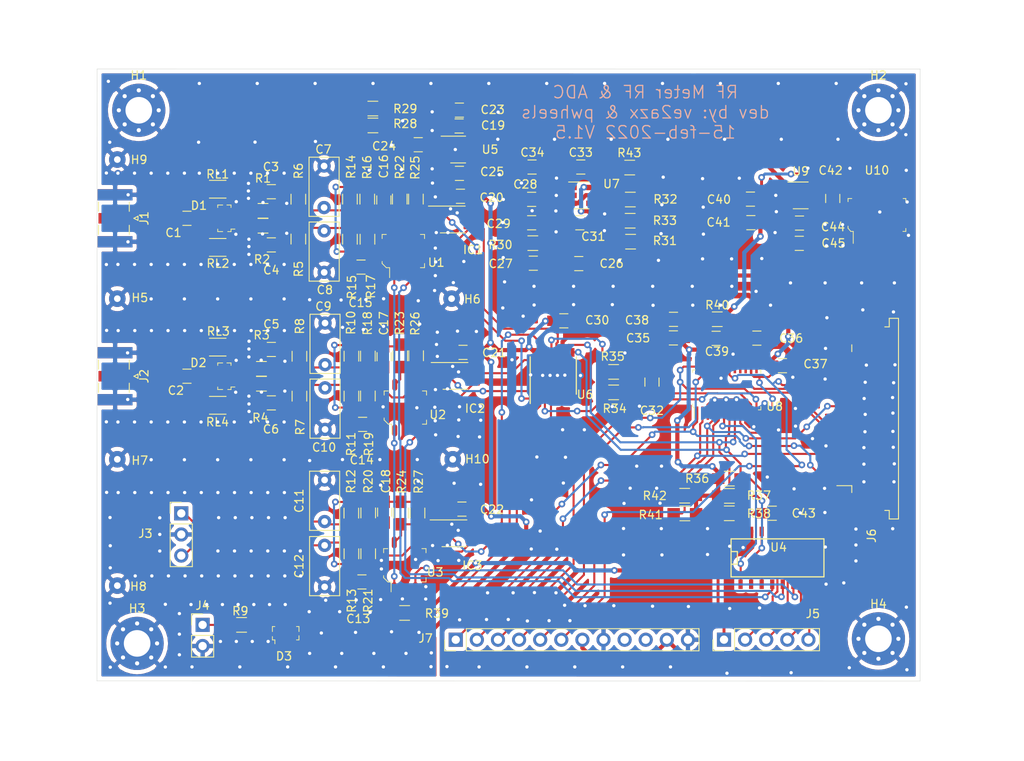
<source format=kicad_pcb>
(kicad_pcb (version 20171130) (host pcbnew "(5.1.10)-1")
  (layers (0 F.Cu signal) (31 B.Cu signal) (34 B.Paste user) (35 F.Paste user) (36 B.SilkS user) (37 F.SilkS user) (38 B.Mask user) (39 F.Mask user) (44 Edge.Cuts user))
  (net 0 "")
  (net 1 "Net-(C3-Pad1)")
  (net 2 "Net-(C9-Pad1)")
  (net 3 VPre)
  (net 4 "Net-(C10-Pad2)")
  (net 5 "Net-(C11-Pad1)")
  (net 6 "Net-(C12-Pad2)")
  (net 7 GND)
  (net 8 "Net-(C19-Pad1)")
  (net 9 D3V3DD)
  (net 10 "Net-(C28-Pad1)")
  (net 11 "Net-(IC1-Pad6)")
  (net 12 "Net-(IC1-Pad1)")
  (net 13 "Net-(IC2-Pad6)")
  (net 14 "Net-(IC2-Pad1)")
  (net 15 "Net-(IC3-Pad6)")
  (net 16 "Net-(IC3-Pad1)")
  (net 17 "Net-(C1-Pad1)")
  (net 18 "Net-(C1-Pad2)")
  (net 19 "Net-(C2-Pad1)")
  (net 20 "Net-(C2-Pad2)")
  (net 21 "Net-(C4-Pad2)")
  (net 22 "Net-(C5-Pad1)")
  (net 23 "Net-(C6-Pad2)")
  (net 24 "Net-(C7-Pad1)")
  (net 25 "Net-(C8-Pad2)")
  (net 26 "Net-(D1-Pad2)")
  (net 27 "Net-(D1-Pad1)")
  (net 28 "Net-(D2-Pad2)")
  (net 29 "Net-(D2-Pad1)")
  (net 30 "Net-(J4-Pad1)")
  (net 31 AV3V6DD)
  (net 32 "Net-(C16-Pad1)")
  (net 33 "Net-(C16-Pad2)")
  (net 34 "Net-(C17-Pad1)")
  (net 35 "Net-(C17-Pad2)")
  (net 36 "Net-(C18-Pad1)")
  (net 37 "Net-(C18-Pad2)")
  (net 38 "Net-(C24-Pad1)")
  (net 39 "Net-(C31-Pad1)")
  (net 40 "Net-(C32-Pad1)")
  (net 41 "Net-(C32-Pad2)")
  (net 42 D7VDD)
  (net 43 "Net-(C36-Pad1)")
  (net 44 "Net-(C36-Pad2)")
  (net 45 "Net-(C39-Pad1)")
  (net 46 "Net-(C40-Pad1)")
  (net 47 "Net-(C42-Pad2)")
  (net 48 "Net-(D3-Pad3)")
  (net 49 "Net-(J5-Pad2)")
  (net 50 "Net-(J5-Pad3)")
  (net 51 "Net-(J5-Pad4)")
  (net 52 D3V3LED)
  (net 53 "Net-(R22-Pad2)")
  (net 54 "Net-(R23-Pad2)")
  (net 55 "Net-(R24-Pad2)")
  (net 56 "Net-(R31-Pad2)")
  (net 57 "Net-(R34-Pad1)")
  (net 58 "Net-(R35-Pad1)")
  (net 59 "Net-(R36-Pad2)")
  (net 60 "Net-(R37-Pad2)")
  (net 61 D3V3R)
  (net 62 "Net-(R41-Pad1)")
  (net 63 Att_A)
  (net 64 Att_B)
  (net 65 Att_C)
  (net 66 Att_Ena)
  (net 67 "Net-(J5-Pad5)")
  (net 68 "Net-(J6-Pad12)")
  (net 69 "Net-(J6-Pad10)")
  (net 70 "Net-(J6-Pad8)")
  (net 71 "Net-(J6-Pad6)")
  (net 72 "Net-(J6-Pad4)")
  (net 73 "Net-(J6-Pad2)")
  (module Connector_FFC:TE_1-84952-6_1x16-1MP_P1.0mm_Horizontal (layer F.Cu) (at 122.20448 75.1078 90)
    (fp_text reference J6 (at -14.08684 1.4732 90) (layer F.SilkS))
    (fp_text value "FFC MCU Interface")
    (pad MP smd rect (at 10.49 1 90) (size 2.68 3.6) (layers F.Cu F.Paste F.Mask) (net 7 GND))
    (pad MP smd rect (at -10.49 1 90) (size 2.68 3.6) (layers F.Cu F.Paste F.Mask) (net 7 GND))
    (pad 16 smd rect (at 7.5 -1.8 90) (size 0.61 2) (layers F.Cu F.Paste F.Mask) (net 42 D7VDD))
    (pad 15 smd rect (at 6.5 -1.8 90) (size 0.61 2) (layers F.Cu F.Paste F.Mask) (net 7 GND))
    (pad 14 smd rect (at 5.5 -1.8 90) (size 0.61 2) (layers F.Cu F.Paste F.Mask) (net 42 D7VDD))
    (pad 13 smd rect (at 4.5 -1.8 90) (size 0.61 2) (layers F.Cu F.Paste F.Mask) (net 7 GND))
    (pad 12 smd rect (at 3.5 -1.8 90) (size 0.61 2) (layers F.Cu F.Paste F.Mask) (net 68 "Net-(J6-Pad12)"))
    (pad 11 smd rect (at 2.5 -1.8 90) (size 0.61 2) (layers F.Cu F.Paste F.Mask) (net 7 GND))
    (pad 10 smd rect (at 1.5 -1.8 90) (size 0.61 2) (layers F.Cu F.Paste F.Mask) (net 69 "Net-(J6-Pad10)"))
    (pad 9 smd rect (at 0.5 -1.8 90) (size 0.61 2) (layers F.Cu F.Paste F.Mask) (net 7 GND))
    (pad 8 smd rect (at -0.5 -1.8 90) (size 0.61 2) (layers F.Cu F.Paste F.Mask) (net 70 "Net-(J6-Pad8)"))
    (pad 7 smd rect (at -1.5 -1.8 90) (size 0.61 2) (layers F.Cu F.Paste F.Mask) (net 7 GND))
    (pad 6 smd rect (at -2.5 -1.8 90) (size 0.61 2) (layers F.Cu F.Paste F.Mask) (net 71 "Net-(J6-Pad6)"))
    (pad 5 smd rect (at -3.5 -1.8 90) (size 0.61 2) (layers F.Cu F.Paste F.Mask) (net 7 GND))
    (pad 4 smd rect (at -4.5 -1.8 90) (size 0.61 2) (layers F.Cu F.Paste F.Mask) (net 72 "Net-(J6-Pad4)"))
    (pad 3 smd rect (at -5.5 -1.8 90) (size 0.61 2) (layers F.Cu F.Paste F.Mask) (net 7 GND))
    (pad 2 smd rect (at -6.5 -1.8 90) (size 0.61 2) (layers F.Cu F.Paste F.Mask) (net 73 "Net-(J6-Pad2)"))
    (pad 1 smd rect (at -7.5 -1.8 90) (size 0.61 2) (layers F.Cu F.Paste F.Mask) (net 7 GND))
  )
  (module Capacitors_SMD:C_0805_HandSoldering (layer F.Cu) (at 112.9538 68.7324)
    (fp_text reference C37 (at 3.9751 -0.2032) (layer F.SilkS))
    (fp_text value 100n)
    (pad 1 smd rect (at -1.25 0) (size 1.5 1.25) (layers F.Cu F.Paste F.Mask) (net 31 AV3V6DD))
    (pad 2 smd rect (at 1.25 0) (size 1.5 1.25) (layers F.Cu F.Paste F.Mask) (net 7 GND))
  )
  (module SMD_Packages:SO-16-N (layer F.Cu) (at 112.3569 91.8591)
    (fp_text reference U4 (at 0.127 -1.27) (layer F.SilkS))
    (fp_text value 74LVC139)
    (pad 16 smd rect (at -4.445 -3.175) (size 0.508 1.143) (layers F.Cu F.Paste F.Mask) (net 9 D3V3DD))
    (pad 14 smd rect (at -1.905 -3.175) (size 0.508 1.143) (layers F.Cu F.Paste F.Mask) (net 60 "Net-(R37-Pad2)"))
    (pad 13 smd rect (at -0.635 -3.175) (size 0.508 1.143) (layers F.Cu F.Paste F.Mask) (net 59 "Net-(R36-Pad2)"))
    (pad 12 smd rect (at 0.635 -3.175) (size 0.508 1.143) (layers F.Cu F.Paste F.Mask) (net 49 "Net-(J5-Pad2)"))
    (pad 11 smd rect (at 1.905 -3.175) (size 0.508 1.143) (layers F.Cu F.Paste F.Mask) (net 50 "Net-(J5-Pad3)"))
    (pad 10 smd rect (at 3.175 -3.175) (size 0.508 1.143) (layers F.Cu F.Paste F.Mask) (net 51 "Net-(J5-Pad4)"))
    (pad 9 smd rect (at 4.445 -3.175) (size 0.508 1.143) (layers F.Cu F.Paste F.Mask) (net 67 "Net-(J5-Pad5)"))
    (pad 8 smd rect (at 4.445 3.175) (size 0.508 1.143) (layers F.Cu F.Paste F.Mask) (net 7 GND))
    (pad 7 smd rect (at 3.175 3.175) (size 0.508 1.143) (layers F.Cu F.Paste F.Mask))
    (pad 6 smd rect (at 1.905 3.175) (size 0.508 1.143) (layers F.Cu F.Paste F.Mask) (net 65 Att_C))
    (pad 5 smd rect (at 0.635 3.175) (size 0.508 1.143) (layers F.Cu F.Paste F.Mask) (net 64 Att_B))
    (pad 4 smd rect (at -0.635 3.175) (size 0.508 1.143) (layers F.Cu F.Paste F.Mask) (net 63 Att_A))
    (pad 3 smd rect (at -1.905 3.175) (size 0.508 1.143) (layers F.Cu F.Paste F.Mask) (net 59 "Net-(R36-Pad2)"))
    (pad 2 smd rect (at -3.175 3.175) (size 0.508 1.143) (layers F.Cu F.Paste F.Mask) (net 60 "Net-(R37-Pad2)"))
    (pad 1 smd rect (at -4.445 3.175) (size 0.508 1.143) (layers F.Cu F.Paste F.Mask) (net 66 Att_Ena))
    (pad 15 smd rect (at -3.175 -3.175) (size 0.508 1.143) (layers F.Cu F.Paste F.Mask) (net 7 GND))
  )
  (module Capacitors_THT:C_Rect_L7.0mm_W3.5mm_P5.00mm (layer F.Cu) (at 57.7977 49.7078 90)
    (fp_text reference C7 (at 6.9977 -0.0762 180) (layer F.SilkS))
    (fp_text value 47n)
    (pad 1 thru_hole circle (at 0 0 90) (size 1.6 1.6) (drill 0.8) (layers *.Cu *.Mask) (net 24 "Net-(C7-Pad1)"))
    (pad 2 thru_hole circle (at 5 0 90) (size 1.6 1.6) (drill 0.8) (layers *.Cu *.Mask) (net 7 GND))
  )
  (module Mounting_Holes:MountingHole_3.2mm_M3_Pad_Via (layer F.Cu) (at 124.5 101.6)
    (fp_text reference H4 (at 0 -4.2) (layer F.SilkS))
    (fp_text value MH)
    (pad 1 thru_hole circle (at 0 0) (size 6.4 6.4) (drill 3.2) (layers *.Cu *.Mask) (net 7 GND))
    (pad 1 thru_hole circle (at 2.4 0) (size 0.8 0.8) (drill 0.5) (layers *.Cu *.Mask) (net 7 GND))
    (pad 1 thru_hole circle (at 1.697056 1.697056) (size 0.8 0.8) (drill 0.5) (layers *.Cu *.Mask) (net 7 GND))
    (pad 1 thru_hole circle (at 0 2.4) (size 0.8 0.8) (drill 0.5) (layers *.Cu *.Mask) (net 7 GND))
    (pad 1 thru_hole circle (at -1.697056 1.697056) (size 0.8 0.8) (drill 0.5) (layers *.Cu *.Mask) (net 7 GND))
    (pad 1 thru_hole circle (at -2.4 0) (size 0.8 0.8) (drill 0.5) (layers *.Cu *.Mask) (net 7 GND))
    (pad 1 thru_hole circle (at -1.697056 -1.697056) (size 0.8 0.8) (drill 0.5) (layers *.Cu *.Mask) (net 7 GND))
    (pad 1 thru_hole circle (at 0 -2.4) (size 0.8 0.8) (drill 0.5) (layers *.Cu *.Mask) (net 7 GND))
    (pad 1 thru_hole circle (at 1.697056 -1.697056) (size 0.8 0.8) (drill 0.5) (layers *.Cu *.Mask) (net 7 GND))
  )
  (module Mounting_Holes:MountingHole_3.2mm_M3_Pad_Via (layer F.Cu) (at 35.3 102.15)
    (fp_text reference H3 (at 0 -4.2) (layer F.SilkS))
    (fp_text value MH)
    (pad 1 thru_hole circle (at 0 0) (size 6.4 6.4) (drill 3.2) (layers *.Cu *.Mask) (net 7 GND))
    (pad 1 thru_hole circle (at 2.4 0) (size 0.8 0.8) (drill 0.5) (layers *.Cu *.Mask) (net 7 GND))
    (pad 1 thru_hole circle (at 1.697056 1.697056) (size 0.8 0.8) (drill 0.5) (layers *.Cu *.Mask) (net 7 GND))
    (pad 1 thru_hole circle (at 0 2.4) (size 0.8 0.8) (drill 0.5) (layers *.Cu *.Mask) (net 7 GND))
    (pad 1 thru_hole circle (at -1.697056 1.697056) (size 0.8 0.8) (drill 0.5) (layers *.Cu *.Mask) (net 7 GND))
    (pad 1 thru_hole circle (at -2.4 0) (size 0.8 0.8) (drill 0.5) (layers *.Cu *.Mask) (net 7 GND))
    (pad 1 thru_hole circle (at -1.697056 -1.697056) (size 0.8 0.8) (drill 0.5) (layers *.Cu *.Mask) (net 7 GND))
    (pad 1 thru_hole circle (at 0 -2.4) (size 0.8 0.8) (drill 0.5) (layers *.Cu *.Mask) (net 7 GND))
    (pad 1 thru_hole circle (at 1.697056 -1.697056) (size 0.8 0.8) (drill 0.5) (layers *.Cu *.Mask) (net 7 GND))
  )
  (module Mounting_Holes:MountingHole_3.2mm_M3_Pad_Via (layer F.Cu) (at 124.5 38)
    (fp_text reference H2 (at 0 -4.2) (layer F.SilkS))
    (fp_text value MH)
    (pad 1 thru_hole circle (at 0 0) (size 6.4 6.4) (drill 3.2) (layers *.Cu *.Mask) (net 7 GND))
    (pad 1 thru_hole circle (at 2.4 0) (size 0.8 0.8) (drill 0.5) (layers *.Cu *.Mask) (net 7 GND))
    (pad 1 thru_hole circle (at 1.697056 1.697056) (size 0.8 0.8) (drill 0.5) (layers *.Cu *.Mask) (net 7 GND))
    (pad 1 thru_hole circle (at 0 2.4) (size 0.8 0.8) (drill 0.5) (layers *.Cu *.Mask) (net 7 GND))
    (pad 1 thru_hole circle (at -1.697056 1.697056) (size 0.8 0.8) (drill 0.5) (layers *.Cu *.Mask) (net 7 GND))
    (pad 1 thru_hole circle (at -2.4 0) (size 0.8 0.8) (drill 0.5) (layers *.Cu *.Mask) (net 7 GND))
    (pad 1 thru_hole circle (at -1.697056 -1.697056) (size 0.8 0.8) (drill 0.5) (layers *.Cu *.Mask) (net 7 GND))
    (pad 1 thru_hole circle (at 0 -2.4) (size 0.8 0.8) (drill 0.5) (layers *.Cu *.Mask) (net 7 GND))
    (pad 1 thru_hole circle (at 1.697056 -1.697056) (size 0.8 0.8) (drill 0.5) (layers *.Cu *.Mask) (net 7 GND))
  )
  (module Mounting_Holes:MountingHole_3.2mm_M3_Pad_Via (layer F.Cu) (at 35.5 38)
    (fp_text reference H1 (at 0 -4.2) (layer F.SilkS))
    (fp_text value MH)
    (pad 1 thru_hole circle (at 0 0) (size 6.4 6.4) (drill 3.2) (layers *.Cu *.Mask) (net 7 GND))
    (pad 1 thru_hole circle (at 2.4 0) (size 0.8 0.8) (drill 0.5) (layers *.Cu *.Mask) (net 7 GND))
    (pad 1 thru_hole circle (at 1.697056 1.697056) (size 0.8 0.8) (drill 0.5) (layers *.Cu *.Mask) (net 7 GND))
    (pad 1 thru_hole circle (at 0 2.4) (size 0.8 0.8) (drill 0.5) (layers *.Cu *.Mask) (net 7 GND))
    (pad 1 thru_hole circle (at -1.697056 1.697056) (size 0.8 0.8) (drill 0.5) (layers *.Cu *.Mask) (net 7 GND))
    (pad 1 thru_hole circle (at -2.4 0) (size 0.8 0.8) (drill 0.5) (layers *.Cu *.Mask) (net 7 GND))
    (pad 1 thru_hole circle (at -1.697056 -1.697056) (size 0.8 0.8) (drill 0.5) (layers *.Cu *.Mask) (net 7 GND))
    (pad 1 thru_hole circle (at 0 -2.4) (size 0.8 0.8) (drill 0.5) (layers *.Cu *.Mask) (net 7 GND))
    (pad 1 thru_hole circle (at 1.697056 -1.697056) (size 0.8 0.8) (drill 0.5) (layers *.Cu *.Mask) (net 7 GND))
  )
  (module Wire_Pads:SolderWirePad_single_0-8mmDrill (layer F.Cu) (at 73.279 80.0608)
    (fp_text reference H10 (at 2.9591 -0.0889) (layer F.SilkS))
    (fp_text value MH)
    (pad 1 thru_hole circle (at 0 -0.0635) (size 1.99898 1.99898) (drill 0.8001) (layers *.Cu *.Mask) (net 7 GND))
  )
  (module Wire_Pads:SolderWirePad_single_0-8mmDrill (layer F.Cu) (at 32.9184 43.9293)
    (fp_text reference H9 (at 2.6162 0.0254) (layer F.SilkS))
    (fp_text value MH)
    (pad 1 thru_hole circle (at 0 0) (size 1.99898 1.99898) (drill 0.8001) (layers *.Cu *.Mask) (net 7 GND))
  )
  (module Wire_Pads:SolderWirePad_single_0-8mmDrill (layer F.Cu) (at 33.1089 95.1992)
    (fp_text reference H8 (at 2.3495 0.1016) (layer F.SilkS))
    (fp_text value MH)
    (pad 1 thru_hole circle (at -0.1905 0) (size 1.99898 1.99898) (drill 0.8001) (layers *.Cu *.Mask) (net 7 GND))
  )
  (module Wire_Pads:SolderWirePad_single_0-8mmDrill (layer F.Cu) (at 32.9946 79.9973)
    (fp_text reference H7 (at 2.6289 0.1524) (layer F.SilkS))
    (fp_text value MH)
    (pad 1 thru_hole circle (at -0.0762 0) (size 1.99898 1.99898) (drill 0.8001) (layers *.Cu *.Mask) (net 7 GND))
  )
  (module Wire_Pads:SolderWirePad_single_0-8mmDrill (layer F.Cu) (at 73.1393 60.6933)
    (fp_text reference H6 (at 2.5019 0.0381) (layer F.SilkS))
    (fp_text value MH)
    (pad 1 thru_hole circle (at 0 -0.0254) (size 1.99898 1.99898) (drill 0.8001) (layers *.Cu *.Mask) (net 7 GND))
  )
  (module Capacitors_SMD:C_0805_HandSoldering (layer F.Cu) (at 86.6448 63.3349)
    (fp_text reference C30 (at 4.0205 -0.0762) (layer F.SilkS))
    (fp_text value 0.1)
    (pad 1 smd rect (at -1.25 0) (size 1.5 1.25) (layers F.Cu F.Paste F.Mask) (net 31 AV3V6DD))
    (pad 2 smd rect (at 1.25 0) (size 1.5 1.25) (layers F.Cu F.Paste F.Mask) (net 7 GND))
  )
  (module DigiKey:TSSOP-24_W4.40mm (layer F.Cu) (at 106.25074 71.64832)
    (fp_text reference U8 (at 5.76326 1.99898) (layer F.SilkS))
    (fp_text value MAX11270)
    (pad 24 smd rect (at -3.575 -2.8) (size 0.3 1.6) (layers F.Cu F.Paste F.Mask) (net 71 "Net-(J6-Pad6)"))
    (pad 23 smd rect (at -2.925 -2.8) (size 0.3 1.6) (layers F.Cu F.Paste F.Mask) (net 70 "Net-(J6-Pad8)"))
    (pad 22 smd rect (at -2.275 -2.8) (size 0.3 1.6) (layers F.Cu F.Paste F.Mask) (net 9 D3V3DD))
    (pad 21 smd rect (at -1.625 -2.8) (size 0.3 1.6) (layers F.Cu F.Paste F.Mask) (net 45 "Net-(C39-Pad1)"))
    (pad 20 smd rect (at -0.975 -2.8) (size 0.3 1.6) (layers F.Cu F.Paste F.Mask) (net 7 GND))
    (pad 19 smd rect (at -0.325 -2.8) (size 0.3 1.6) (layers F.Cu F.Paste F.Mask) (net 7 GND))
    (pad 18 smd rect (at 0.325 -2.8) (size 0.3 1.6) (layers F.Cu F.Paste F.Mask) (net 68 "Net-(J6-Pad12)"))
    (pad 17 smd rect (at 0.975 -2.8) (size 0.3 1.6) (layers F.Cu F.Paste F.Mask) (net 7 GND))
    (pad 16 smd rect (at 1.625 -2.8) (size 0.3 1.6) (layers F.Cu F.Paste F.Mask) (net 43 "Net-(C36-Pad1)"))
    (pad 15 smd rect (at 2.275 -2.8) (size 0.3 1.6) (layers F.Cu F.Paste F.Mask) (net 44 "Net-(C36-Pad2)"))
    (pad 14 smd rect (at 2.925 -2.8) (size 0.3 1.6) (layers F.Cu F.Paste F.Mask) (net 31 AV3V6DD))
    (pad 13 smd rect (at 3.575 -2.8) (size 0.3 1.6) (layers F.Cu F.Paste F.Mask) (net 7 GND))
    (pad 12 smd rect (at 3.575 2.8) (size 0.3 1.6) (layers F.Cu F.Paste F.Mask) (net 40 "Net-(C32-Pad1)"))
    (pad 11 smd rect (at 2.925 2.8) (size 0.3 1.6) (layers F.Cu F.Paste F.Mask) (net 41 "Net-(C32-Pad2)"))
    (pad 10 smd rect (at 2.275 2.8) (size 0.3 1.6) (layers F.Cu F.Paste F.Mask) (net 7 GND))
    (pad 9 smd rect (at 1.625 2.8) (size 0.3 1.6) (layers F.Cu F.Paste F.Mask) (net 31 AV3V6DD))
    (pad 8 smd rect (at 0.975 2.8) (size 0.3 1.6) (layers F.Cu F.Paste F.Mask) (net 60 "Net-(R37-Pad2)"))
    (pad 7 smd rect (at 0.325 2.8) (size 0.3 1.6) (layers F.Cu F.Paste F.Mask) (net 59 "Net-(R36-Pad2)"))
    (pad 6 smd rect (at -0.325 2.8) (size 0.3 1.6) (layers F.Cu F.Paste F.Mask) (net 66 Att_Ena))
    (pad 5 smd rect (at -0.975 2.8) (size 0.3 1.6) (layers F.Cu F.Paste F.Mask) (net 62 "Net-(R41-Pad1)"))
    (pad 4 smd rect (at -1.625 2.8) (size 0.3 1.6) (layers F.Cu F.Paste F.Mask) (net 69 "Net-(J6-Pad10)"))
    (pad 3 smd rect (at -2.275 2.8) (size 0.3 1.6) (layers F.Cu F.Paste F.Mask) (net 7 GND))
    (pad 2 smd rect (at -2.925 2.8) (size 0.3 1.6) (layers F.Cu F.Paste F.Mask) (net 72 "Net-(J6-Pad4)"))
    (pad 1 smd rect (at -3.575 2.8) (size 0.3 1.6) (layers F.Cu F.Paste F.Mask) (net 73 "Net-(J6-Pad2)"))
  )
  (module Wire_Pads:SolderWirePad_single_0-8mmDrill (layer F.Cu) (at 33.0327 60.6679)
    (fp_text reference H5 (at 2.5908 -0.1016) (layer F.SilkS))
    (fp_text value MH)
    (pad 1 thru_hole circle (at -0.1143 0) (size 1.99898 1.99898) (drill 0.8001) (layers *.Cu *.Mask) (net 7 GND))
  )
  (module DigiKey:SOT-223-4 (layer F.Cu) (at 124.3203 50.5968)
    (fp_text reference U10 (at 0 -5.375) (layer F.SilkS))
    (fp_text value AMS1117-3.3)
    (pad 4 smd rect (at 0 -2.9) (size 3.25 2.15) (layers F.Cu F.Paste F.Mask))
    (pad 1 smd rect (at -2.3 2.9) (size 0.95 2.15) (layers F.Cu F.Paste F.Mask) (net 7 GND))
    (pad 2 smd rect (at 0 2.9) (size 0.95 2.15) (layers F.Cu F.Paste F.Mask) (net 46 "Net-(C40-Pad1)"))
    (pad 3 smd rect (at 2.3 2.9) (size 0.95 2.15) (layers F.Cu F.Paste F.Mask) (net 42 D7VDD))
  )
  (module DigiKey:SOP-4_W3.81mm (layer F.Cu) (at 67.5132 92.7481)
    (fp_text reference U3 (at 3.6576 0.8382) (layer F.SilkS))
    (fp_text value AQY212)
    (pad 4 smd oval (at -1.27 -2.75) (size 0.6 1.45) (layers F.Cu F.Paste F.Mask) (net 55 "Net-(R24-Pad2)"))
    (pad 3 smd oval (at 1.27 -2.75) (size 0.6 1.45) (layers F.Cu F.Paste F.Mask) (net 37 "Net-(C18-Pad2)"))
    (pad 2 smd oval (at 1.27 2.75) (size 0.6 1.45) (layers F.Cu F.Paste F.Mask) (net 65 Att_C))
    (pad 1 smd oval (at -1.27 2.75) (size 0.6 1.45) (layers F.Cu F.Paste F.Mask) (net 61 D3V3R))
  )
  (module DigiKey:SOP-4_W3.81mm (layer F.Cu) (at 67.5767 73.7743)
    (fp_text reference U2 (at 3.8989 0.8636) (layer F.SilkS))
    (fp_text value AQY212)
    (pad 4 smd oval (at -1.27 -2.75) (size 0.6 1.45) (layers F.Cu F.Paste F.Mask) (net 54 "Net-(R23-Pad2)"))
    (pad 3 smd oval (at 1.27 -2.75) (size 0.6 1.45) (layers F.Cu F.Paste F.Mask) (net 35 "Net-(C17-Pad2)"))
    (pad 2 smd oval (at 1.27 2.75) (size 0.6 1.45) (layers F.Cu F.Paste F.Mask) (net 64 Att_B))
    (pad 1 smd oval (at -1.27 2.75) (size 0.6 1.45) (layers F.Cu F.Paste F.Mask) (net 61 D3V3R))
  )
  (module DigiKey:SOP-4_W3.81mm (layer F.Cu) (at 67.3354 54.9402)
    (fp_text reference U1 (at 3.9624 1.3843) (layer F.SilkS))
    (fp_text value AQY212)
    (pad 4 smd oval (at -1.27 -2.75) (size 0.6 1.45) (layers F.Cu F.Paste F.Mask) (net 53 "Net-(R22-Pad2)"))
    (pad 3 smd oval (at 1.27 -2.75) (size 0.6 1.45) (layers F.Cu F.Paste F.Mask) (net 33 "Net-(C16-Pad2)"))
    (pad 2 smd oval (at 1.27 2.75) (size 0.6 1.45) (layers F.Cu F.Paste F.Mask) (net 63 Att_A))
    (pad 1 smd oval (at -1.27 2.75) (size 0.6 1.45) (layers F.Cu F.Paste F.Mask) (net 61 D3V3R))
  )
  (module Resistors_SMD:R_0805_HandSoldering (layer F.Cu) (at 94.5731 44.8945 180)
    (fp_text reference R43 (at 0.047 1.7653) (layer F.SilkS))
    (fp_text value 0)
    (pad 1 smd rect (at -1.35 0 180) (size 1.5 1.3) (layers F.Cu F.Paste F.Mask) (net 39 "Net-(C31-Pad1)"))
    (pad 2 smd rect (at 1.35 0 180) (size 1.5 1.3) (layers F.Cu F.Paste F.Mask) (net 42 D7VDD))
  )
  (module Resistors_SMD:R_0805_HandSoldering (layer F.Cu) (at 106.553 86.4997 180)
    (fp_text reference R38 (at -3.5687 -0.0381) (layer F.SilkS))
    (fp_text value 270)
    (pad 1 smd rect (at -1.35 0 180) (size 1.5 1.3) (layers F.Cu F.Paste F.Mask) (net 9 D3V3DD))
    (pad 2 smd rect (at 1.35 0 180) (size 1.5 1.3) (layers F.Cu F.Paste F.Mask) (net 52 D3V3LED))
  )
  (module Resistors_SMD:R_0805_HandSoldering (layer F.Cu) (at 69.0372 86.4654 270)
    (fp_text reference R27 (at -3.763 -0.127 90) (layer F.SilkS))
    (fp_text value 100K)
    (pad 1 smd rect (at -1.35 0 270) (size 1.5 1.3) (layers F.Cu F.Paste F.Mask) (net 36 "Net-(C18-Pad1)"))
    (pad 2 smd rect (at 1.35 0 270) (size 1.5 1.3) (layers F.Cu F.Paste F.Mask) (net 55 "Net-(R24-Pad2)"))
  )
  (module Resistors_SMD:R_0805_HandSoldering (layer F.Cu) (at 68.8721 67.5386 270)
    (fp_text reference R26 (at -3.8735 0.1143 90) (layer F.SilkS))
    (fp_text value 100K)
    (pad 1 smd rect (at -1.35 0 270) (size 1.5 1.3) (layers F.Cu F.Paste F.Mask) (net 34 "Net-(C17-Pad1)"))
    (pad 2 smd rect (at 1.35 0 270) (size 1.5 1.3) (layers F.Cu F.Paste F.Mask) (net 54 "Net-(R23-Pad2)"))
  )
  (module Resistors_SMD:R_0805_HandSoldering (layer F.Cu) (at 68.8467 48.688 270)
    (fp_text reference R25 (at -3.7808 0.0889 90) (layer F.SilkS))
    (fp_text value 100K)
    (pad 1 smd rect (at -1.35 0 270) (size 1.5 1.3) (layers F.Cu F.Paste F.Mask) (net 32 "Net-(C16-Pad1)"))
    (pad 2 smd rect (at 1.35 0 270) (size 1.5 1.3) (layers F.Cu F.Paste F.Mask) (net 53 "Net-(R22-Pad2)"))
  )
  (module Resistors_SMD:R_0805_HandSoldering (layer F.Cu) (at 67.056 86.4654 270)
    (fp_text reference R24 (at -3.763 -0.0889 90) (layer F.SilkS))
    (fp_text value 100K)
    (pad 1 smd rect (at -1.35 0 270) (size 1.5 1.3) (layers F.Cu F.Paste F.Mask) (net 36 "Net-(C18-Pad1)"))
    (pad 2 smd rect (at 1.35 0 270) (size 1.5 1.3) (layers F.Cu F.Paste F.Mask) (net 55 "Net-(R24-Pad2)"))
  )
  (module Resistors_SMD:R_0805_HandSoldering (layer F.Cu) (at 66.9544 67.5475 270)
    (fp_text reference R23 (at -3.9332 0.0508 90) (layer F.SilkS))
    (fp_text value 100K)
    (pad 1 smd rect (at -1.35 0 270) (size 1.5 1.3) (layers F.Cu F.Paste F.Mask) (net 34 "Net-(C17-Pad1)"))
    (pad 2 smd rect (at 1.35 0 270) (size 1.5 1.3) (layers F.Cu F.Paste F.Mask) (net 54 "Net-(R23-Pad2)"))
  )
  (module Resistors_SMD:R_0805_HandSoldering (layer F.Cu) (at 66.9036 48.688 270)
    (fp_text reference R22 (at -3.8316 -0.0127 90) (layer F.SilkS))
    (fp_text value 100K)
    (pad 1 smd rect (at -1.35 0 270) (size 1.5 1.3) (layers F.Cu F.Paste F.Mask) (net 32 "Net-(C16-Pad1)"))
    (pad 2 smd rect (at 1.35 0 270) (size 1.5 1.3) (layers F.Cu F.Paste F.Mask) (net 53 "Net-(R22-Pad2)"))
  )
  (module Resistors_SMD:R_0805_HandSoldering (layer F.Cu) (at 63.1063 91.3638 90)
    (fp_text reference R21 (at -5.6515 -0.0127 90) (layer F.SilkS))
    (fp_text value 100K)
    (pad 1 smd rect (at -1.35 0 90) (size 1.5 1.3) (layers F.Cu F.Paste F.Mask) (net 6 "Net-(C12-Pad2)"))
    (pad 2 smd rect (at 1.35 0 90) (size 1.5 1.3) (layers F.Cu F.Paste F.Mask) (net 37 "Net-(C18-Pad2)"))
  )
  (module Resistors_SMD:R_0805_HandSoldering (layer F.Cu) (at 63.1063 86.4489 270)
    (fp_text reference R20 (at -3.7973 -0.0127 90) (layer F.SilkS))
    (fp_text value 100K)
    (pad 1 smd rect (at -1.35 0 270) (size 1.5 1.3) (layers F.Cu F.Paste F.Mask) (net 5 "Net-(C11-Pad1)"))
    (pad 2 smd rect (at 1.35 0 270) (size 1.5 1.3) (layers F.Cu F.Paste F.Mask) (net 36 "Net-(C18-Pad1)"))
  )
  (module Resistors_SMD:R_0805_HandSoldering (layer F.Cu) (at 63.0682 72.3773 90)
    (fp_text reference R19 (at -5.7912 0.1143 90) (layer F.SilkS))
    (fp_text value 100K)
    (pad 1 smd rect (at -1.35 0 90) (size 1.5 1.3) (layers F.Cu F.Paste F.Mask) (net 4 "Net-(C10-Pad2)"))
    (pad 2 smd rect (at 1.35 0 90) (size 1.5 1.3) (layers F.Cu F.Paste F.Mask) (net 35 "Net-(C17-Pad2)"))
  )
  (module Resistors_SMD:R_0805_HandSoldering (layer F.Cu) (at 63.0682 67.5805 270)
    (fp_text reference R18 (at -3.9408 0.0381 90) (layer F.SilkS))
    (fp_text value 100K)
    (pad 1 smd rect (at -1.35 0 270) (size 1.5 1.3) (layers F.Cu F.Paste F.Mask) (net 2 "Net-(C9-Pad1)"))
    (pad 2 smd rect (at 1.35 0 270) (size 1.5 1.3) (layers F.Cu F.Paste F.Mask) (net 34 "Net-(C17-Pad1)"))
  )
  (module Resistors_SMD:R_0805_HandSoldering (layer F.Cu) (at 63.0174 53.5178 90)
    (fp_text reference R17 (at -5.7023 0.4064 90) (layer F.SilkS))
    (fp_text value 100K)
    (pad 1 smd rect (at -1.35 0 90) (size 1.5 1.3) (layers F.Cu F.Paste F.Mask) (net 25 "Net-(C8-Pad2)"))
    (pad 2 smd rect (at 1.35 0 90) (size 1.5 1.3) (layers F.Cu F.Paste F.Mask) (net 33 "Net-(C16-Pad2)"))
  )
  (module Resistors_SMD:R_0805_HandSoldering (layer F.Cu) (at 62.992 48.6918 270)
    (fp_text reference R16 (at -3.8354 0.0127 90) (layer F.SilkS))
    (fp_text value 100K)
    (pad 1 smd rect (at -1.35 0 270) (size 1.5 1.3) (layers F.Cu F.Paste F.Mask) (net 24 "Net-(C7-Pad1)"))
    (pad 2 smd rect (at 1.35 0 270) (size 1.5 1.3) (layers F.Cu F.Paste F.Mask) (net 32 "Net-(C16-Pad1)"))
  )
  (module Pin_Headers:Pin_Header_Straight_1x05_Pitch2.54mm (layer F.Cu) (at 105.918 101.7016 90)
    (fp_text reference J5 (at 3.1115 10.6934 180) (layer F.SilkS))
    (fp_text value "Panel Leds")
    (pad 1 thru_hole rect (at 0 0 90) (size 1.7 1.7) (drill 1) (layers *.Cu *.Mask) (net 52 D3V3LED))
    (pad 2 thru_hole oval (at 0 2.54 90) (size 1.7 1.7) (drill 1) (layers *.Cu *.Mask) (net 49 "Net-(J5-Pad2)"))
    (pad 3 thru_hole oval (at 0 5.08 90) (size 1.7 1.7) (drill 1) (layers *.Cu *.Mask) (net 50 "Net-(J5-Pad3)"))
    (pad 4 thru_hole oval (at 0 7.62 90) (size 1.7 1.7) (drill 1) (layers *.Cu *.Mask) (net 51 "Net-(J5-Pad4)"))
    (pad 5 thru_hole oval (at 0 10.16 90) (size 1.7 1.7) (drill 1) (layers *.Cu *.Mask) (net 67 "Net-(J5-Pad5)"))
  )
  (module Capacitors_SMD:C_0805_HandSoldering (layer F.Cu) (at 82.8221 44.831 180)
    (fp_text reference C34 (at -0.0454 1.7526) (layer F.SilkS))
    (fp_text value 10u)
    (pad 1 smd rect (at -1.25 0 180) (size 1.5 1.25) (layers F.Cu F.Paste F.Mask) (net 42 D7VDD))
    (pad 2 smd rect (at 1.25 0 180) (size 1.5 1.25) (layers F.Cu F.Paste F.Mask) (net 7 GND))
  )
  (module Capacitors_SMD:C_0805_HandSoldering (layer F.Cu) (at 88.6841 44.831)
    (fp_text reference C33 (at 0 -1.75) (layer F.SilkS))
    (fp_text value 100n)
    (pad 1 smd rect (at -1.25 0) (size 1.5 1.25) (layers F.Cu F.Paste F.Mask) (net 42 D7VDD))
    (pad 2 smd rect (at 1.25 0) (size 1.5 1.25) (layers F.Cu F.Paste F.Mask) (net 7 GND))
  )
  (module Capacitors_SMD:C_0805_HandSoldering (layer F.Cu) (at 65.0875 86.36 270)
    (fp_text reference C18 (at -3.7211 -0.1524 90) (layer F.SilkS))
    (fp_text value 10n)
    (pad 1 smd rect (at -1.25 0 270) (size 1.5 1.25) (layers F.Cu F.Paste F.Mask) (net 36 "Net-(C18-Pad1)"))
    (pad 2 smd rect (at 1.25 0 270) (size 1.5 1.25) (layers F.Cu F.Paste F.Mask) (net 37 "Net-(C18-Pad2)"))
  )
  (module Capacitors_SMD:C_0805_HandSoldering (layer F.Cu) (at 65.024 67.6602 270)
    (fp_text reference C17 (at -4.0205 0.0381 90) (layer F.SilkS))
    (fp_text value 10n)
    (pad 1 smd rect (at -1.25 0 270) (size 1.5 1.25) (layers F.Cu F.Paste F.Mask) (net 34 "Net-(C17-Pad1)"))
    (pad 2 smd rect (at 1.25 0 270) (size 1.5 1.25) (layers F.Cu F.Paste F.Mask) (net 35 "Net-(C17-Pad2)"))
  )
  (module Capacitors_SMD:C_0805_HandSoldering (layer F.Cu) (at 64.9859 48.7934 270)
    (fp_text reference C16 (at -4.0386 0.0127 90) (layer F.SilkS))
    (fp_text value 10n)
    (pad 1 smd rect (at -1.25 0 270) (size 1.5 1.25) (layers F.Cu F.Paste F.Mask) (net 32 "Net-(C16-Pad1)"))
    (pad 2 smd rect (at 1.25 0 270) (size 1.5 1.25) (layers F.Cu F.Paste F.Mask) (net 33 "Net-(C16-Pad2)"))
  )
  (module Capacitors_THT:C_Rect_L7.0mm_W3.5mm_P5.00mm (layer F.Cu) (at 57.8612 95.3516 90)
    (fp_text reference C12 (at 2.5 -3.06 90) (layer F.SilkS))
    (fp_text value 47n)
    (pad 1 thru_hole circle (at 0 0 90) (size 1.6 1.6) (drill 0.8) (layers *.Cu *.Mask) (net 7 GND))
    (pad 2 thru_hole circle (at 5 0 90) (size 1.6 1.6) (drill 0.8) (layers *.Cu *.Mask) (net 6 "Net-(C12-Pad2)"))
  )
  (module Capacitors_THT:C_Rect_L7.0mm_W3.5mm_P5.00mm (layer F.Cu) (at 57.8612 87.4903 90)
    (fp_text reference C11 (at 2.5 -3.06 90) (layer F.SilkS))
    (fp_text value 47n)
    (pad 1 thru_hole circle (at 0 0 90) (size 1.6 1.6) (drill 0.8) (layers *.Cu *.Mask) (net 5 "Net-(C11-Pad1)"))
    (pad 2 thru_hole circle (at 5 0 90) (size 1.6 1.6) (drill 0.8) (layers *.Cu *.Mask) (net 7 GND))
  )
  (module Capacitors_THT:C_Rect_L7.0mm_W3.5mm_P5.00mm (layer F.Cu) (at 57.912 76.4032 90)
    (fp_text reference C10 (at -2.159 -0.1143 180) (layer F.SilkS))
    (fp_text value 47n)
    (pad 1 thru_hole circle (at 0 0 90) (size 1.6 1.6) (drill 0.8) (layers *.Cu *.Mask) (net 7 GND))
    (pad 2 thru_hole circle (at 5 0 90) (size 1.6 1.6) (drill 0.8) (layers *.Cu *.Mask) (net 4 "Net-(C10-Pad2)"))
  )
  (module Capacitors_THT:C_Rect_L7.0mm_W3.5mm_P5.00mm (layer F.Cu) (at 57.912 68.6054 90)
    (fp_text reference C9 (at 6.9977 -0.1905 180) (layer F.SilkS))
    (fp_text value 47n)
    (pad 1 thru_hole circle (at 0 0 90) (size 1.6 1.6) (drill 0.8) (layers *.Cu *.Mask) (net 2 "Net-(C9-Pad1)"))
    (pad 2 thru_hole circle (at 5 0 90) (size 1.6 1.6) (drill 0.8) (layers *.Cu *.Mask) (net 7 GND))
  )
  (module Capacitors_THT:C_Rect_L7.0mm_W3.5mm_P5.00mm (layer F.Cu) (at 57.8104 57.5056 90)
    (fp_text reference C8 (at -2.1082 0.0762 180) (layer F.SilkS))
    (fp_text value 47n)
    (pad 1 thru_hole circle (at 0 0 90) (size 1.6 1.6) (drill 0.8) (layers *.Cu *.Mask) (net 7 GND))
    (pad 2 thru_hole circle (at 5 0 90) (size 1.6 1.6) (drill 0.8) (layers *.Cu *.Mask) (net 25 "Net-(C8-Pad2)"))
  )
  (module Resistors_SMD:R_0805_HandSoldering (layer F.Cu) (at 106.5695 84.4042)
    (fp_text reference R37 (at 3.5522 -0.0508) (layer F.SilkS))
    (fp_text value 4K7)
    (pad 1 smd rect (at -1.35 0) (size 1.5 1.3) (layers F.Cu F.Paste F.Mask) (net 9 D3V3DD))
    (pad 2 smd rect (at 1.35 0) (size 1.5 1.3) (layers F.Cu F.Paste F.Mask) (net 60 "Net-(R37-Pad2)"))
  )
  (module Resistors_SMD:R_0805_HandSoldering (layer F.Cu) (at 106.5619 82.3214)
    (fp_text reference R36 (at -3.8735 0) (layer F.SilkS))
    (fp_text value 4K7)
    (pad 1 smd rect (at -1.35 0) (size 1.5 1.3) (layers F.Cu F.Paste F.Mask) (net 9 D3V3DD))
    (pad 2 smd rect (at 1.35 0) (size 1.5 1.3) (layers F.Cu F.Paste F.Mask) (net 59 "Net-(R36-Pad2)"))
  )
  (module Resistors_SMD:R_0805_HandSoldering (layer F.Cu) (at 105.109 63.1444)
    (fp_text reference R40 (at 0 -1.7) (layer F.SilkS))
    (fp_text value 0)
    (pad 1 smd rect (at -1.35 0) (size 1.5 1.3) (layers F.Cu F.Paste F.Mask) (net 9 D3V3DD))
    (pad 2 smd rect (at 1.35 0) (size 1.5 1.3) (layers F.Cu F.Paste F.Mask) (net 46 "Net-(C40-Pad1)"))
  )
  (module Resistors_SMD:R_0805_HandSoldering (layer F.Cu) (at 82.9145 53.9877)
    (fp_text reference R30 (at -3.8951 0.2032) (layer F.SilkS))
    (fp_text value 0)
    (pad 1 smd rect (at -1.35 0) (size 1.5 1.3) (layers F.Cu F.Paste F.Mask) (net 31 AV3V6DD))
    (pad 2 smd rect (at 1.35 0) (size 1.5 1.3) (layers F.Cu F.Paste F.Mask) (net 10 "Net-(C28-Pad1)"))
  )
  (module Capacitors_SMD:C_0805_HandSoldering (layer F.Cu) (at 114.9785 54.0131)
    (fp_text reference C45 (at 4.11618 -0.00684) (layer F.SilkS))
    (fp_text value 10u)
    (pad 1 smd rect (at -1.25 0) (size 1.5 1.25) (layers F.Cu F.Paste F.Mask) (net 42 D7VDD))
    (pad 2 smd rect (at 1.25 0) (size 1.5 1.25) (layers F.Cu F.Paste F.Mask) (net 7 GND))
  )
  (module Capacitors_SMD:C_0805_HandSoldering (layer F.Cu) (at 82.7732 51.5366 180)
    (fp_text reference C29 (at 3.9697 -0.1143) (layer F.SilkS))
    (fp_text value 4u7)
    (pad 1 smd rect (at -1.25 0 180) (size 1.5 1.25) (layers F.Cu F.Paste F.Mask) (net 10 "Net-(C28-Pad1)"))
    (pad 2 smd rect (at 1.25 0 180) (size 1.5 1.25) (layers F.Cu F.Paste F.Mask) (net 7 GND))
  )
  (module Capacitors_SMD:C_0805_HandSoldering (layer F.Cu) (at 109.1511 51.5239 180)
    (fp_text reference C41 (at 3.88516 0.04032) (layer F.SilkS))
    (fp_text value 4u7)
    (pad 1 smd rect (at -1.25 0 180) (size 1.5 1.25) (layers F.Cu F.Paste F.Mask) (net 46 "Net-(C40-Pad1)"))
    (pad 2 smd rect (at 1.25 0 180) (size 1.5 1.25) (layers F.Cu F.Paste F.Mask) (net 7 GND))
  )
  (module Capacitors_SMD:C_0805_HandSoldering (layer F.Cu) (at 99.8401 63.1571 180)
    (fp_text reference C38 (at 4.3869 -0.1016) (layer F.SilkS))
    (fp_text value 10u)
    (pad 1 smd rect (at -1.25 0 180) (size 1.5 1.25) (layers F.Cu F.Paste F.Mask) (net 9 D3V3DD))
    (pad 2 smd rect (at 1.25 0 180) (size 1.5 1.25) (layers F.Cu F.Paste F.Mask) (net 7 GND))
  )
  (module Capacitors_SMD:C_0805_HandSoldering (layer F.Cu) (at 82.9745 56.4007 180)
    (fp_text reference C27 (at 3.93192 -0.06604) (layer F.SilkS))
    (fp_text value 10u)
    (pad 1 smd rect (at -1.25 0 180) (size 1.5 1.25) (layers F.Cu F.Paste F.Mask) (net 31 AV3V6DD))
    (pad 2 smd rect (at 1.25 0 180) (size 1.5 1.25) (layers F.Cu F.Paste F.Mask) (net 7 GND))
  )
  (module Capacitors_SMD:C_0805_HandSoldering (layer F.Cu) (at 74.0791 37.9857 180)
    (fp_text reference C23 (at -4.0005 0.0508) (layer F.SilkS))
    (fp_text value 10u)
    (pad 1 smd rect (at -1.25 0 180) (size 1.5 1.25) (layers F.Cu F.Paste F.Mask) (net 8 "Net-(C19-Pad1)"))
    (pad 2 smd rect (at 1.25 0 180) (size 1.5 1.25) (layers F.Cu F.Paste F.Mask) (net 7 GND))
  )
  (module DigiKey:SOT-143-4-SPC (layer F.Cu) (at 53.1749 100.9269)
    (fp_text reference D3 (at -0.2032 2.7686) (layer F.SilkS))
    (fp_text value BAT62)
    (pad 3 smd rect (at 0 -1.4478 90) (size 0.4 1.8) (layers F.Cu F.Paste F.Mask) (net 48 "Net-(D3-Pad3)"))
    (pad 3 smd rect (at 0 -0.9906) (size 0.55 1.31) (layers F.Cu F.Paste F.Mask) (net 48 "Net-(D3-Pad3)"))
    (pad 3 smd rect (at 0.96 -1) (size 0.55 1.31) (layers F.Cu F.Paste F.Mask) (net 48 "Net-(D3-Pad3)"))
    (pad 2 smd rect (at 0.96 1) (size 0.55 1.31) (layers F.Cu F.Paste F.Mask) (net 31 AV3V6DD))
    (pad 1 smd rect (at -0.76 1) (size 0.94 1.31) (layers F.Cu F.Paste F.Mask) (net 7 GND))
    (pad 3 smd rect (at -0.96 -1) (size 0.55 1.31) (layers F.Cu F.Paste F.Mask) (net 48 "Net-(D3-Pad3)"))
  )
  (module SO:TSSOP-16-1EP_4.4x5mm_P0.65mm (layer F.Cu) (at 85.4234 69.9138 90)
    (fp_text reference U6 (at -2.2984 3.7814 180) (layer F.SilkS))
    (fp_text value MAX4618)
    (pad 17 smd rect (at -0.735 -1.3425 90) (size 1.47 0.895) (layers F.Cu F.Paste F.Mask) (net 7 GND))
    (pad 17 smd rect (at -0.735 -0.4475 90) (size 1.47 0.895) (layers F.Cu F.Paste F.Mask) (net 7 GND))
    (pad 17 smd rect (at -0.735 0.4475 90) (size 1.47 0.895) (layers F.Cu F.Paste F.Mask) (net 7 GND))
    (pad 17 smd rect (at -0.735 1.3425 90) (size 1.47 0.895) (layers F.Cu F.Paste F.Mask) (net 7 GND))
    (pad 17 smd rect (at 0.735 -1.3425 90) (size 1.47 0.895) (layers F.Cu F.Paste F.Mask) (net 7 GND))
    (pad 17 smd rect (at 0.735 -0.4475 90) (size 1.47 0.895) (layers F.Cu F.Paste F.Mask) (net 7 GND))
    (pad 17 smd rect (at 0.735 0.4475 90) (size 1.47 0.895) (layers F.Cu F.Paste F.Mask) (net 7 GND))
    (pad 17 smd rect (at 0.735 1.3425 90) (size 1.47 0.895) (layers F.Cu F.Paste F.Mask) (net 7 GND))
    (pad 16 smd rect (at 2.775 -2.275 90) (size 1.05 0.45) (layers F.Cu F.Paste F.Mask) (net 31 AV3V6DD))
    (pad 15 smd rect (at 2.775 -1.625 90) (size 1.05 0.45) (layers F.Cu F.Paste F.Mask) (net 15 "Net-(IC3-Pad6)"))
    (pad 14 smd rect (at 2.775 -0.975 90) (size 1.05 0.45) (layers F.Cu F.Paste F.Mask) (net 13 "Net-(IC2-Pad6)"))
    (pad 13 smd rect (at 2.775 -0.325 90) (size 1.05 0.45) (layers F.Cu F.Paste F.Mask) (net 58 "Net-(R35-Pad1)"))
    (pad 12 smd rect (at 2.775 0.325 90) (size 1.05 0.45) (layers F.Cu F.Paste F.Mask) (net 11 "Net-(IC1-Pad6)"))
    (pad 11 smd rect (at 2.775 0.975 90) (size 1.05 0.45) (layers F.Cu F.Paste F.Mask) (net 7 GND))
    (pad 10 smd rect (at 2.775 1.625 90) (size 1.05 0.45) (layers F.Cu F.Paste F.Mask) (net 60 "Net-(R37-Pad2)"))
    (pad 9 smd rect (at 2.775 2.275 90) (size 1.05 0.45) (layers F.Cu F.Paste F.Mask) (net 59 "Net-(R36-Pad2)"))
    (pad 8 smd rect (at -2.775 2.275 90) (size 1.05 0.45) (layers F.Cu F.Paste F.Mask) (net 7 GND))
    (pad 7 smd rect (at -2.775 1.625 90) (size 1.05 0.45) (layers F.Cu F.Paste F.Mask))
    (pad 6 smd rect (at -2.775 0.975 90) (size 1.05 0.45) (layers F.Cu F.Paste F.Mask) (net 7 GND))
    (pad 5 smd rect (at -2.775 0.325 90) (size 1.05 0.45) (layers F.Cu F.Paste F.Mask) (net 14 "Net-(IC2-Pad1)"))
    (pad 4 smd rect (at -2.775 -0.325 90) (size 1.05 0.45) (layers F.Cu F.Paste F.Mask) (net 48 "Net-(D3-Pad3)"))
    (pad 3 smd rect (at -2.775 -0.975 90) (size 1.05 0.45) (layers F.Cu F.Paste F.Mask) (net 57 "Net-(R34-Pad1)"))
    (pad 2 smd rect (at -2.775 -1.625 90) (size 1.05 0.45) (layers F.Cu F.Paste F.Mask) (net 16 "Net-(IC3-Pad1)"))
    (pad 1 smd rect (at -2.775 -2.275 90) (size 1.05 0.45) (layers F.Cu F.Paste F.Mask) (net 12 "Net-(IC1-Pad1)"))
  )
  (module SO:MSOP-8_3x3mm_P0.65mm (layer F.Cu) (at 73.6092 69.9643)
    (fp_text reference IC2 (at 2.3495 3.9243) (layer F.SilkS))
    (fp_text value LTC2055)
    (pad 8 smd roundrect (at 2.1125 -0.975) (size 1.625 0.4) (layers F.Cu F.Paste F.Mask) (net 31 AV3V6DD))
    (pad 7 smd roundrect (at 2.1125 -0.325) (size 1.625 0.4) (layers F.Cu F.Paste F.Mask) (net 13 "Net-(IC2-Pad6)"))
    (pad 6 smd roundrect (at 2.1125 0.325) (size 1.625 0.4) (layers F.Cu F.Paste F.Mask) (net 13 "Net-(IC2-Pad6)"))
    (pad 5 smd roundrect (at 2.1125 0.975) (size 1.625 0.4) (layers F.Cu F.Paste F.Mask) (net 35 "Net-(C17-Pad2)"))
    (pad 4 smd roundrect (at -2.1125 0.975) (size 1.625 0.4) (layers F.Cu F.Paste F.Mask) (net 7 GND))
    (pad 3 smd roundrect (at -2.1125 0.325) (size 1.625 0.4) (layers F.Cu F.Paste F.Mask) (net 34 "Net-(C17-Pad1)"))
    (pad 2 smd roundrect (at -2.1125 -0.325) (size 1.625 0.4) (layers F.Cu F.Paste F.Mask) (net 14 "Net-(IC2-Pad1)"))
    (pad 1 smd roundrect (at -2.1125 -0.975) (size 1.625 0.4) (layers F.Cu F.Paste F.Mask) (net 14 "Net-(IC2-Pad1)"))
  )
  (module SO:MSOP-8_3x3mm_P0.65mm (layer F.Cu) (at 73.4822 88.9)
    (fp_text reference IC3 (at 2.159 3.8735) (layer F.SilkS))
    (fp_text value LTC2055)
    (pad 8 smd roundrect (at 2.1125 -0.975) (size 1.625 0.4) (layers F.Cu F.Paste F.Mask) (net 31 AV3V6DD))
    (pad 7 smd roundrect (at 2.1125 -0.325) (size 1.625 0.4) (layers F.Cu F.Paste F.Mask) (net 15 "Net-(IC3-Pad6)"))
    (pad 6 smd roundrect (at 2.1125 0.325) (size 1.625 0.4) (layers F.Cu F.Paste F.Mask) (net 15 "Net-(IC3-Pad6)"))
    (pad 5 smd roundrect (at 2.1125 0.975) (size 1.625 0.4) (layers F.Cu F.Paste F.Mask) (net 37 "Net-(C18-Pad2)"))
    (pad 4 smd roundrect (at -2.1125 0.975) (size 1.625 0.4) (layers F.Cu F.Paste F.Mask) (net 7 GND))
    (pad 3 smd roundrect (at -2.1125 0.325) (size 1.625 0.4) (layers F.Cu F.Paste F.Mask) (net 36 "Net-(C18-Pad1)"))
    (pad 2 smd roundrect (at -2.1125 -0.325) (size 1.625 0.4) (layers F.Cu F.Paste F.Mask) (net 16 "Net-(IC3-Pad1)"))
    (pad 1 smd roundrect (at -2.1125 -0.975) (size 1.625 0.4) (layers F.Cu F.Paste F.Mask) (net 16 "Net-(IC3-Pad1)"))
  )
  (module SO:MSOP-8_3x3mm_P0.65mm (layer F.Cu) (at 73.279 51.1429)
    (fp_text reference IC1 (at 2.4511 3.6449) (layer F.SilkS))
    (fp_text value LTC2055)
    (pad 8 smd roundrect (at 2.1125 -0.975) (size 1.625 0.4) (layers F.Cu F.Paste F.Mask) (net 31 AV3V6DD))
    (pad 7 smd roundrect (at 2.1125 -0.325) (size 1.625 0.4) (layers F.Cu F.Paste F.Mask) (net 11 "Net-(IC1-Pad6)"))
    (pad 6 smd roundrect (at 2.1125 0.325) (size 1.625 0.4) (layers F.Cu F.Paste F.Mask) (net 11 "Net-(IC1-Pad6)"))
    (pad 5 smd roundrect (at 2.1125 0.975) (size 1.625 0.4) (layers F.Cu F.Paste F.Mask) (net 33 "Net-(C16-Pad2)"))
    (pad 4 smd roundrect (at -2.1125 0.975) (size 1.625 0.4) (layers F.Cu F.Paste F.Mask) (net 7 GND))
    (pad 3 smd roundrect (at -2.1125 0.325) (size 1.625 0.4) (layers F.Cu F.Paste F.Mask) (net 32 "Net-(C16-Pad1)"))
    (pad 2 smd roundrect (at -2.1125 -0.325) (size 1.625 0.4) (layers F.Cu F.Paste F.Mask) (net 12 "Net-(IC1-Pad1)"))
    (pad 1 smd roundrect (at -2.1125 -0.975) (size 1.625 0.4) (layers F.Cu F.Paste F.Mask) (net 12 "Net-(IC1-Pad1)"))
  )
  (module Resistors_SMD:R_0805_HandSoldering (layer F.Cu) (at 92.6376 69.4817)
    (fp_text reference R35 (at -0.1181 -1.8542) (layer F.SilkS))
    (fp_text value 1K)
    (pad 1 smd rect (at -1.35 0) (size 1.5 1.3) (layers F.Cu F.Paste F.Mask) (net 58 "Net-(R35-Pad1)"))
    (pad 2 smd rect (at 1.35 0) (size 1.5 1.3) (layers F.Cu F.Paste F.Mask) (net 41 "Net-(C32-Pad2)"))
  )
  (module Capacitors_SMD:C_0805_HandSoldering (layer F.Cu) (at 111.7273 86.487)
    (fp_text reference C43 (at 3.79 0.01) (layer F.SilkS))
    (fp_text value 100n)
    (pad 1 smd rect (at -1.25 0) (size 1.5 1.25) (layers F.Cu F.Paste F.Mask) (net 9 D3V3DD))
    (pad 2 smd rect (at 1.25 0) (size 1.5 1.25) (layers F.Cu F.Paste F.Mask) (net 7 GND))
  )
  (module Resistors_SMD:R_0805_HandSoldering (layer F.Cu) (at 67.4878 98.4885 180)
    (fp_text reference R39 (at -3.8862 -0.0635) (layer F.SilkS))
    (fp_text value 270)
    (pad 1 smd rect (at -1.35 0 180) (size 1.5 1.3) (layers F.Cu F.Paste F.Mask) (net 9 D3V3DD))
    (pad 2 smd rect (at 1.35 0 180) (size 1.5 1.3) (layers F.Cu F.Paste F.Mask) (net 61 D3V3R))
  )
  (module Resistors_SMD:R_0805_HandSoldering (layer F.Cu) (at 47.8701 99.9236)
    (fp_text reference R9 (at -0.1562 -1.6637) (layer F.SilkS))
    (fp_text value 1K)
    (pad 1 smd rect (at -1.35 0) (size 1.5 1.3) (layers F.Cu F.Paste F.Mask) (net 30 "Net-(J4-Pad1)"))
    (pad 2 smd rect (at 1.35 0) (size 1.5 1.3) (layers F.Cu F.Paste F.Mask) (net 48 "Net-(D3-Pad3)"))
  )
  (module Capacitors_SMD:C_0805_HandSoldering (layer F.Cu) (at 74.2061 48.3489 180)
    (fp_text reference C20 (at -3.75 -0.155) (layer F.SilkS))
    (fp_text value 100n)
    (pad 1 smd rect (at -1.25 0 180) (size 1.5 1.25) (layers F.Cu F.Paste F.Mask) (net 31 AV3V6DD))
    (pad 2 smd rect (at 1.25 0 180) (size 1.5 1.25) (layers F.Cu F.Paste F.Mask) (net 7 GND))
  )
  (module Capacitors_SMD:C_0805_HandSoldering (layer F.Cu) (at 62.4332 75.7936)
    (fp_text reference C14 (at -0.1016 4.2926) (layer F.SilkS))
    (fp_text value 100nF)
    (pad 1 smd rect (at -1.25 0) (size 1.5 1.25) (layers F.Cu F.Paste F.Mask) (net 3 VPre))
    (pad 2 smd rect (at 1.25 0) (size 1.5 1.25) (layers F.Cu F.Paste F.Mask) (net 7 GND))
  )
  (module Resistors_SMD:R_0805_HandSoldering (layer F.Cu) (at 92.6376 71.9455)
    (fp_text reference R34 (at 0.1232 1.9558) (layer F.SilkS))
    (fp_text value 1K)
    (pad 1 smd rect (at -1.35 0) (size 1.5 1.3) (layers F.Cu F.Paste F.Mask) (net 57 "Net-(R34-Pad1)"))
    (pad 2 smd rect (at 1.35 0) (size 1.5 1.3) (layers F.Cu F.Paste F.Mask) (net 40 "Net-(C32-Pad1)"))
  )
  (module Pin_Headers:Pin_Header_Straight_1x02_Pitch2.54mm (layer F.Cu) (at 43.18 99.9236)
    (fp_text reference J4 (at 0 -2.33) (layer F.SilkS))
    (fp_text value Vtest)
    (pad 1 thru_hole rect (at 0 0) (size 1.7 1.7) (drill 1) (layers *.Cu *.Mask) (net 30 "Net-(J4-Pad1)"))
    (pad 2 thru_hole oval (at 0 2.54) (size 1.7 1.7) (drill 1) (layers *.Cu *.Mask) (net 7 GND))
  )
  (module Pin_Headers:Pin_Header_Straight_1x12_Pitch2.54mm (layer F.Cu) (at 73.64 101.71 90)
    (fp_text reference J7 (at 0.1608 -3.6249 180) (layer F.SilkS))
    (fp_text value "MCU interface")
    (pad 1 thru_hole rect (at 0 0 90) (size 1.7 1.7) (drill 1) (layers *.Cu *.Mask) (net 73 "Net-(J6-Pad2)"))
    (pad 2 thru_hole oval (at 0 2.54 90) (size 1.7 1.7) (drill 1) (layers *.Cu *.Mask) (net 72 "Net-(J6-Pad4)"))
    (pad 3 thru_hole oval (at 0 5.08 90) (size 1.7 1.7) (drill 1) (layers *.Cu *.Mask) (net 71 "Net-(J6-Pad6)"))
    (pad 4 thru_hole oval (at 0 7.62 90) (size 1.7 1.7) (drill 1) (layers *.Cu *.Mask) (net 70 "Net-(J6-Pad8)"))
    (pad 5 thru_hole oval (at 0 10.16 90) (size 1.7 1.7) (drill 1) (layers *.Cu *.Mask) (net 69 "Net-(J6-Pad10)"))
    (pad 6 thru_hole oval (at 0 12.7 90) (size 1.7 1.7) (drill 1) (layers *.Cu *.Mask) (net 68 "Net-(J6-Pad12)"))
    (pad 7 thru_hole oval (at 0 15.24 90) (size 1.7 1.7) (drill 1) (layers *.Cu *.Mask) (net 42 D7VDD))
    (pad 8 thru_hole oval (at 0 17.78 90) (size 1.7 1.7) (drill 1) (layers *.Cu *.Mask) (net 7 GND))
    (pad 9 thru_hole oval (at 0 20.32 90) (size 1.7 1.7) (drill 1) (layers *.Cu *.Mask))
    (pad 10 thru_hole oval (at 0 22.86 90) (size 1.7 1.7) (drill 1) (layers *.Cu *.Mask))
    (pad 11 thru_hole oval (at 0 25.4 90) (size 1.7 1.7) (drill 1) (layers *.Cu *.Mask) (net 42 D7VDD))
    (pad 12 thru_hole oval (at 0 27.94 90) (size 1.7 1.7) (drill 1) (layers *.Cu *.Mask) (net 7 GND))
  )
  (module Capacitors_SMD:C_0805_HandSoldering (layer F.Cu) (at 97.2493 70.71 90)
    (fp_text reference C32 (at -3.4326 -0.0054 180) (layer F.SilkS))
    (fp_text value 100n)
    (pad 1 smd rect (at -1.25 0 90) (size 1.5 1.25) (layers F.Cu F.Paste F.Mask) (net 40 "Net-(C32-Pad1)"))
    (pad 2 smd rect (at 1.25 0 90) (size 1.5 1.25) (layers F.Cu F.Paste F.Mask) (net 41 "Net-(C32-Pad2)"))
  )
  (module TO_SOT_Packages_SMD:SOT-23-6_Handsoldering (layer F.Cu) (at 73.9263 42.7256)
    (fp_text reference U5 (at 3.8485 -0.0028) (layer F.SilkS))
    (fp_text value "MAX6070 - 1V8")
    (pad 1 smd rect (at -1.35 -0.95) (size 1.56 0.65) (layers F.Cu F.Paste F.Mask) (net 38 "Net-(C24-Pad1)"))
    (pad 2 smd rect (at -1.35 0) (size 1.56 0.65) (layers F.Cu F.Paste F.Mask) (net 7 GND))
    (pad 3 smd rect (at -1.35 0.95) (size 1.56 0.65) (layers F.Cu F.Paste F.Mask) (net 31 AV3V6DD))
    (pad 4 smd rect (at 1.35 0.95) (size 1.56 0.65) (layers F.Cu F.Paste F.Mask) (net 31 AV3V6DD))
    (pad 6 smd rect (at 1.35 -0.95) (size 1.56 0.65) (layers F.Cu F.Paste F.Mask) (net 8 "Net-(C19-Pad1)"))
    (pad 5 smd rect (at 1.35 0) (size 1.56 0.65) (layers F.Cu F.Paste F.Mask) (net 8 "Net-(C19-Pad1)"))
  )
  (module Capacitors_SMD:C_0805_HandSoldering (layer F.Cu) (at 74.3839 85.9917 180)
    (fp_text reference C22 (at -3.6195 -0.0508) (layer F.SilkS))
    (fp_text value 100n)
    (pad 1 smd rect (at -1.25 0 180) (size 1.5 1.25) (layers F.Cu F.Paste F.Mask) (net 31 AV3V6DD))
    (pad 2 smd rect (at 1.25 0 180) (size 1.5 1.25) (layers F.Cu F.Paste F.Mask) (net 7 GND))
  )
  (module Capacitors_SMD:C_0805_HandSoldering (layer F.Cu) (at 74.5163 67.1322 180)
    (fp_text reference C21 (at -3.7538 -0.0508) (layer F.SilkS))
    (fp_text value 100n)
    (pad 1 smd rect (at -1.25 0 180) (size 1.5 1.25) (layers F.Cu F.Paste F.Mask) (net 31 AV3V6DD))
    (pad 2 smd rect (at 1.25 0 180) (size 1.5 1.25) (layers F.Cu F.Paste F.Mask) (net 7 GND))
  )
  (module Capacitors_SMD:C_0805_HandSoldering (layer F.Cu) (at 74.0845 45.593 180)
    (fp_text reference C25 (at -3.9443 0.1905) (layer F.SilkS))
    (fp_text value 100n)
    (pad 1 smd rect (at -1.25 0 180) (size 1.5 1.25) (layers F.Cu F.Paste F.Mask) (net 31 AV3V6DD))
    (pad 2 smd rect (at 1.25 0 180) (size 1.5 1.25) (layers F.Cu F.Paste F.Mask) (net 7 GND))
  )
  (module Capacitors_SMD:C_0805_HandSoldering (layer F.Cu) (at 69.1263 42.1456 180)
    (fp_text reference C24 (at 4.1023 -0.1708) (layer F.SilkS))
    (fp_text value 100n)
    (pad 1 smd rect (at -1.25 0 180) (size 1.5 1.25) (layers F.Cu F.Paste F.Mask) (net 38 "Net-(C24-Pad1)"))
    (pad 2 smd rect (at 1.25 0 180) (size 1.5 1.25) (layers F.Cu F.Paste F.Mask) (net 7 GND))
  )
  (module Capacitors_SMD:C_0805_HandSoldering (layer F.Cu) (at 62.3497 94.7547)
    (fp_text reference C13 (at -0.4372 4.4323) (layer F.SilkS))
    (fp_text value 100n)
    (pad 1 smd rect (at -1.25 0) (size 1.5 1.25) (layers F.Cu F.Paste F.Mask) (net 3 VPre))
    (pad 2 smd rect (at 1.25 0) (size 1.5 1.25) (layers F.Cu F.Paste F.Mask) (net 7 GND))
  )
  (module Capacitors_SMD:C_0805_HandSoldering (layer F.Cu) (at 99.8293 65.39 180)
    (fp_text reference C35 (at 4.2491 -0.0277) (layer F.SilkS))
    (fp_text value 100n)
    (pad 1 smd rect (at -1.25 0 180) (size 1.5 1.25) (layers F.Cu F.Paste F.Mask) (net 9 D3V3DD))
    (pad 2 smd rect (at 1.25 0 180) (size 1.5 1.25) (layers F.Cu F.Paste F.Mask) (net 7 GND))
  )
  (module DigiKey:SOT-143-4-SPC (layer F.Cu) (at 45.8 70 90)
    (fp_text reference D2 (at 1.6105 -3.128 180) (layer F.SilkS))
    (fp_text value BAT62)
    (pad 3 smd rect (at -0.96 -1 90) (size 0.55 1.31) (layers F.Cu F.Paste F.Mask) (net 19 "Net-(C2-Pad1)"))
    (pad 1 smd rect (at -0.76 1 90) (size 0.94 1.31) (layers F.Cu F.Paste F.Mask) (net 29 "Net-(D2-Pad1)"))
    (pad 2 smd rect (at 0.96 1 90) (size 0.55 1.31) (layers F.Cu F.Paste F.Mask) (net 28 "Net-(D2-Pad2)"))
    (pad 3 smd rect (at 0.96 -1 90) (size 0.55 1.31) (layers F.Cu F.Paste F.Mask) (net 19 "Net-(C2-Pad1)"))
    (pad 3 smd rect (at 0 -0.9906 90) (size 0.55 1.31) (layers F.Cu F.Paste F.Mask) (net 19 "Net-(C2-Pad1)"))
    (pad 3 smd rect (at 0 -1.4478 180) (size 0.4 1.8) (layers F.Cu F.Paste F.Mask) (net 19 "Net-(C2-Pad1)"))
  )
  (module DigiKey:SOT-143-4-SPC (layer F.Cu) (at 45.8 51 90)
    (fp_text reference D1 (at 1.5335 -3.0645 180) (layer F.SilkS))
    (fp_text value BAT62)
    (pad 3 smd rect (at 0 -1.4478 180) (size 0.4 1.8) (layers F.Cu F.Paste F.Mask) (net 17 "Net-(C1-Pad1)"))
    (pad 3 smd rect (at 0 -0.9906 90) (size 0.55 1.31) (layers F.Cu F.Paste F.Mask) (net 17 "Net-(C1-Pad1)"))
    (pad 3 smd rect (at 0.96 -1 90) (size 0.55 1.31) (layers F.Cu F.Paste F.Mask) (net 17 "Net-(C1-Pad1)"))
    (pad 2 smd rect (at 0.96 1 90) (size 0.55 1.31) (layers F.Cu F.Paste F.Mask) (net 26 "Net-(D1-Pad2)"))
    (pad 1 smd rect (at -0.76 1 90) (size 0.94 1.31) (layers F.Cu F.Paste F.Mask) (net 27 "Net-(D1-Pad1)"))
    (pad 3 smd rect (at -0.96 -1 90) (size 0.55 1.31) (layers F.Cu F.Paste F.Mask) (net 17 "Net-(C1-Pad1)"))
  )
  (module TO_SOT_Packages_SMD:SOT-23-5_HandSoldering (layer F.Cu) (at 88.76954 48.24352)
    (fp_text reference U7 (at 3.61026 -1.38052) (layer F.SilkS))
    (fp_text value LT1761-BYP)
    (pad 1 smd rect (at -1.35 -0.95) (size 1.56 0.65) (layers F.Cu F.Paste F.Mask) (net 42 D7VDD))
    (pad 2 smd rect (at -1.35 0) (size 1.56 0.65) (layers F.Cu F.Paste F.Mask) (net 7 GND))
    (pad 3 smd rect (at -1.35 0.95) (size 1.56 0.65) (layers F.Cu F.Paste F.Mask) (net 39 "Net-(C31-Pad1)"))
    (pad 4 smd rect (at 1.35 0.95) (size 1.56 0.65) (layers F.Cu F.Paste F.Mask) (net 56 "Net-(R31-Pad2)"))
    (pad 5 smd rect (at 1.35 -0.95) (size 1.56 0.65) (layers F.Cu F.Paste F.Mask) (net 10 "Net-(C28-Pad1)"))
  )
  (module TO_SOT_Packages_SMD:SOT-23-5_HandSoldering (layer F.Cu) (at 115.14814 48.24004)
    (fp_text reference U9 (at 0 -2.9) (layer F.SilkS))
    (fp_text value LT1761-3.3 hide)
    (pad 1 smd rect (at -1.35 -0.95) (size 1.56 0.65) (layers F.Cu F.Paste F.Mask) (net 42 D7VDD))
    (pad 2 smd rect (at -1.35 0) (size 1.56 0.65) (layers F.Cu F.Paste F.Mask) (net 7 GND))
    (pad 3 smd rect (at -1.35 0.95) (size 1.56 0.65) (layers F.Cu F.Paste F.Mask) (net 42 D7VDD))
    (pad 4 smd rect (at 1.35 0.95) (size 1.56 0.65) (layers F.Cu F.Paste F.Mask) (net 47 "Net-(C42-Pad2)"))
    (pad 5 smd rect (at 1.35 -0.95) (size 1.56 0.65) (layers F.Cu F.Paste F.Mask) (net 46 "Net-(C40-Pad1)"))
  )
  (module Resistors_SMD:R_1206_HandSoldering (layer F.Cu) (at 45 73.5)
    (fp_text reference RL4 (at -0.03 2.02) (layer F.SilkS))
    (fp_text value 100)
    (pad 1 smd rect (at -2 0) (size 2 1.7) (layers F.Cu F.Paste F.Mask) (net 20 "Net-(C2-Pad2)"))
    (pad 2 smd rect (at 2 0) (size 2 1.7) (layers F.Cu F.Paste F.Mask) (net 7 GND))
  )
  (module Resistors_SMD:R_1206_HandSoldering (layer F.Cu) (at 45 54.5)
    (fp_text reference RL2 (at 0.03 1.94) (layer F.SilkS))
    (fp_text value ~)
    (pad 1 smd rect (at -2 0) (size 2 1.7) (layers F.Cu F.Paste F.Mask) (net 18 "Net-(C1-Pad2)"))
    (pad 2 smd rect (at 2 0) (size 2 1.7) (layers F.Cu F.Paste F.Mask) (net 7 GND))
  )
  (module Resistors_SMD:R_1206_HandSoldering (layer F.Cu) (at 45 66.5 180)
    (fp_text reference RL3 (at -0.07 1.9) (layer F.SilkS))
    (fp_text value 100)
    (pad 1 smd rect (at -2 0 180) (size 2 1.7) (layers F.Cu F.Paste F.Mask) (net 7 GND))
    (pad 2 smd rect (at 2 0 180) (size 2 1.7) (layers F.Cu F.Paste F.Mask) (net 20 "Net-(C2-Pad2)"))
  )
  (module Resistors_SMD:R_1206_HandSoldering (layer F.Cu) (at 45 47.5 180)
    (fp_text reference RL1 (at 0 1.8) (layer F.SilkS))
    (fp_text value ~)
    (pad 1 smd rect (at -2 0 180) (size 2 1.7) (layers F.Cu F.Paste F.Mask) (net 7 GND))
    (pad 2 smd rect (at 2 0 180) (size 2 1.7) (layers F.Cu F.Paste F.Mask) (net 18 "Net-(C1-Pad2)"))
  )
  (module Resistors_SMD:R_0805_HandSoldering (layer F.Cu) (at 63.6651 37.7952 180)
    (fp_text reference R29 (at -3.8989 -0.0381) (layer F.SilkS))
    (fp_text value 1K)
    (pad 1 smd rect (at -1.35 0 180) (size 1.5 1.3) (layers F.Cu F.Paste F.Mask) (net 8 "Net-(C19-Pad1)"))
    (pad 2 smd rect (at 1.35 0 180) (size 1.5 1.3) (layers F.Cu F.Paste F.Mask) (net 3 VPre))
  )
  (module Resistors_SMD:R_0805_HandSoldering (layer F.Cu) (at 63.674 39.8272)
    (fp_text reference R28 (at 3.89 -0.2032) (layer F.SilkS))
    (fp_text value ~)
    (pad 1 smd rect (at -1.35 0) (size 1.5 1.3) (layers F.Cu F.Paste F.Mask) (net 7 GND))
    (pad 2 smd rect (at 1.35 0) (size 1.5 1.3) (layers F.Cu F.Paste F.Mask) (net 3 VPre))
  )
  (module Resistors_SMD:R_0805_HandSoldering (layer F.Cu) (at 54.83 72.4 90)
    (fp_text reference R7 (at -3.7365 0.0975 90) (layer F.SilkS))
    (fp_text value 560)
    (pad 1 smd rect (at -1.35 0 90) (size 1.5 1.3) (layers F.Cu F.Paste F.Mask) (net 23 "Net-(C6-Pad2)"))
    (pad 2 smd rect (at 1.35 0 90) (size 1.5 1.3) (layers F.Cu F.Paste F.Mask) (net 4 "Net-(C10-Pad2)"))
  )
  (module Resistors_SMD:R_0805_HandSoldering (layer F.Cu) (at 54.7 53.5 90)
    (fp_text reference R5 (at -3.6 0.04 90) (layer F.SilkS))
    (fp_text value 560)
    (pad 1 smd rect (at -1.35 0 90) (size 1.5 1.3) (layers F.Cu F.Paste F.Mask) (net 21 "Net-(C4-Pad2)"))
    (pad 2 smd rect (at 1.35 0 90) (size 1.5 1.3) (layers F.Cu F.Paste F.Mask) (net 25 "Net-(C8-Pad2)"))
  )
  (module Resistors_SMD:R_0805_HandSoldering (layer F.Cu) (at 54.83 67.6 270)
    (fp_text reference R8 (at -3.62 -0.05 90) (layer F.SilkS))
    (fp_text value 560)
    (pad 1 smd rect (at -1.35 0 270) (size 1.5 1.3) (layers F.Cu F.Paste F.Mask) (net 22 "Net-(C5-Pad1)"))
    (pad 2 smd rect (at 1.35 0 270) (size 1.5 1.3) (layers F.Cu F.Paste F.Mask) (net 2 "Net-(C9-Pad1)"))
  )
  (module Resistors_SMD:R_0805_HandSoldering (layer F.Cu) (at 54.7 48.7 270)
    (fp_text reference R6 (at -3.4 -0.03 90) (layer F.SilkS))
    (fp_text value 560)
    (pad 1 smd rect (at -1.35 0 270) (size 1.5 1.3) (layers F.Cu F.Paste F.Mask) (net 1 "Net-(C3-Pad1)"))
    (pad 2 smd rect (at 1.35 0 270) (size 1.5 1.3) (layers F.Cu F.Paste F.Mask) (net 24 "Net-(C7-Pad1)"))
  )
  (module Resistors_SMD:R_0805_HandSoldering (layer F.Cu) (at 50.26 70.91)
    (fp_text reference R4 (at -0.1331 4.0962) (layer F.SilkS))
    (fp_text value 110)
    (pad 1 smd rect (at -1.35 0) (size 1.5 1.3) (layers F.Cu F.Paste F.Mask) (net 29 "Net-(D2-Pad1)"))
    (pad 2 smd rect (at 1.35 0) (size 1.5 1.3) (layers F.Cu F.Paste F.Mask) (net 23 "Net-(C6-Pad2)"))
  )
  (module Resistors_SMD:R_0805_HandSoldering (layer F.Cu) (at 50.45 51.9)
    (fp_text reference R2 (at -0.1199 4.0435) (layer F.SilkS))
    (fp_text value 110)
    (pad 1 smd rect (at -1.35 0) (size 1.5 1.3) (layers F.Cu F.Paste F.Mask) (net 27 "Net-(D1-Pad1)"))
    (pad 2 smd rect (at 1.35 0) (size 1.5 1.3) (layers F.Cu F.Paste F.Mask) (net 21 "Net-(C4-Pad2)"))
  )
  (module Resistors_SMD:R_0805_HandSoldering (layer F.Cu) (at 50.26 69.11)
    (fp_text reference R3 (at 0.0193 -4.0479) (layer F.SilkS))
    (fp_text value 110)
    (pad 1 smd rect (at -1.35 0) (size 1.5 1.3) (layers F.Cu F.Paste F.Mask) (net 28 "Net-(D2-Pad2)"))
    (pad 2 smd rect (at 1.35 0) (size 1.5 1.3) (layers F.Cu F.Paste F.Mask) (net 22 "Net-(C5-Pad1)"))
  )
  (module Resistors_SMD:R_0805_HandSoldering (layer F.Cu) (at 50.45 50.1)
    (fp_text reference R1 (at -0.0056 -3.9101) (layer F.SilkS))
    (fp_text value 110)
    (pad 1 smd rect (at -1.35 0) (size 1.5 1.3) (layers F.Cu F.Paste F.Mask) (net 26 "Net-(D1-Pad2)"))
    (pad 2 smd rect (at 1.35 0) (size 1.5 1.3) (layers F.Cu F.Paste F.Mask) (net 1 "Net-(C3-Pad1)"))
  )
  (module Resistors_SMD:R_0805_HandSoldering (layer F.Cu) (at 94.62804 51.29406 180)
    (fp_text reference R33 (at -4.18246 0.01966) (layer F.SilkS))
    (fp_text value 6K8)
    (pad 1 smd rect (at -1.35 0 180) (size 1.5 1.3) (layers F.Cu F.Paste F.Mask) (net 7 GND))
    (pad 2 smd rect (at 1.35 0 180) (size 1.5 1.3) (layers F.Cu F.Paste F.Mask) (net 56 "Net-(R31-Pad2)"))
  )
  (module Resistors_SMD:R_0805_HandSoldering (layer F.Cu) (at 94.64584 48.74136 180)
    (fp_text reference R32 (at -4.22466 0.02696) (layer F.SilkS))
    (fp_text value 20K)
    (pad 1 smd rect (at -1.35 0 180) (size 1.5 1.3) (layers F.Cu F.Paste F.Mask) (net 7 GND))
    (pad 2 smd rect (at 1.35 0 180) (size 1.5 1.3) (layers F.Cu F.Paste F.Mask) (net 56 "Net-(R31-Pad2)"))
  )
  (module Resistors_SMD:R_0805_HandSoldering (layer F.Cu) (at 94.67886 53.81374)
    (fp_text reference R31 (at 4.13164 -0.10934) (layer F.SilkS))
    (fp_text value 10K)
    (pad 1 smd rect (at -1.35 0) (size 1.5 1.3) (layers F.Cu F.Paste F.Mask) (net 10 "Net-(C28-Pad1)"))
    (pad 2 smd rect (at 1.35 0) (size 1.5 1.3) (layers F.Cu F.Paste F.Mask) (net 56 "Net-(R31-Pad2)"))
  )
  (module Resistors_SMD:R_0805_HandSoldering (layer F.Cu) (at 101.1847 84.3788)
    (fp_text reference R42 (at -3.5979 0.0127) (layer F.SilkS))
    (fp_text value 10K)
    (pad 1 smd rect (at -1.35 0) (size 1.5 1.3) (layers F.Cu F.Paste F.Mask) (net 69 "Net-(J6-Pad10)"))
    (pad 2 smd rect (at 1.35 0) (size 1.5 1.3) (layers F.Cu F.Paste F.Mask) (net 9 D3V3DD))
  )
  (module Resistors_SMD:R_0805_HandSoldering (layer F.Cu) (at 101.2101 86.5124)
    (fp_text reference R41 (at -4.11436 0.17542) (layer F.SilkS))
    (fp_text value 10K)
    (pad 1 smd rect (at -1.35 0) (size 1.5 1.3) (layers F.Cu F.Paste F.Mask) (net 62 "Net-(R41-Pad1)"))
    (pad 2 smd rect (at 1.35 0) (size 1.5 1.3) (layers F.Cu F.Paste F.Mask) (net 9 D3V3DD))
  )
  (module Resistors_SMD:R_0805_HandSoldering (layer F.Cu) (at 61.087 91.3676 90)
    (fp_text reference R13 (at -5.6477 0.0381 90) (layer F.SilkS))
    (fp_text value 5M6)
    (pad 1 smd rect (at -1.35 0 90) (size 1.5 1.3) (layers F.Cu F.Paste F.Mask) (net 3 VPre))
    (pad 2 smd rect (at 1.35 0 90) (size 1.5 1.3) (layers F.Cu F.Paste F.Mask) (net 6 "Net-(C12-Pad2)"))
  )
  (module Resistors_SMD:R_0805_HandSoldering (layer F.Cu) (at 61.0743 86.4743 90)
    (fp_text reference R12 (at 3.82008 -0.03738 90) (layer F.SilkS))
    (fp_text value 5M6)
    (pad 1 smd rect (at -1.35 0 90) (size 1.5 1.3) (layers F.Cu F.Paste F.Mask) (net 5 "Net-(C11-Pad1)"))
    (pad 2 smd rect (at 1.35 0 90) (size 1.5 1.3) (layers F.Cu F.Paste F.Mask) (net 3 VPre))
  )
  (module Resistors_SMD:R_0805_HandSoldering (layer F.Cu) (at 61.087 72.3938 90)
    (fp_text reference R11 (at -5.7747 -0.0381 90) (layer F.SilkS))
    (fp_text value 5M6)
    (pad 1 smd rect (at -1.35 0 90) (size 1.5 1.3) (layers F.Cu F.Paste F.Mask) (net 3 VPre))
    (pad 2 smd rect (at 1.35 0 90) (size 1.5 1.3) (layers F.Cu F.Paste F.Mask) (net 4 "Net-(C10-Pad2)"))
  )
  (module Resistors_SMD:R_0805_HandSoldering (layer F.Cu) (at 61.087 67.5894 90)
    (fp_text reference R10 (at 4.03 -0.06 90) (layer F.SilkS))
    (fp_text value 5M6)
    (pad 1 smd rect (at -1.35 0 90) (size 1.5 1.3) (layers F.Cu F.Paste F.Mask) (net 2 "Net-(C9-Pad1)"))
    (pad 2 smd rect (at 1.35 0 90) (size 1.5 1.3) (layers F.Cu F.Paste F.Mask) (net 3 VPre))
  )
  (module Resistors_SMD:R_0805_HandSoldering (layer F.Cu) (at 60.9092 53.5178 90)
    (fp_text reference R15 (at -5.7531 0.2286 90) (layer F.SilkS))
    (fp_text value 5M6)
    (pad 1 smd rect (at -1.35 0 90) (size 1.5 1.3) (layers F.Cu F.Paste F.Mask) (net 3 VPre))
    (pad 2 smd rect (at 1.35 0 90) (size 1.5 1.3) (layers F.Cu F.Paste F.Mask) (net 25 "Net-(C8-Pad2)"))
  )
  (module Resistors_SMD:R_0805_HandSoldering (layer F.Cu) (at 60.9092 48.6918 90)
    (fp_text reference R14 (at 3.8862 0.127 90) (layer F.SilkS))
    (fp_text value 5M6)
    (pad 1 smd rect (at -1.35 0 90) (size 1.5 1.3) (layers F.Cu F.Paste F.Mask) (net 24 "Net-(C7-Pad1)"))
    (pad 2 smd rect (at 1.35 0 90) (size 1.5 1.3) (layers F.Cu F.Paste F.Mask) (net 3 VPre))
  )
  (module Pin_Headers:Pin_Header_Straight_1x03_Pitch2.54mm (layer F.Cu) (at 40.61302 86.5046)
    (fp_text reference J3 (at -4.31642 2.4335) (layer F.SilkS))
    (fp_text value "Amphenol 80-PC2F")
    (pad 1 thru_hole rect (at 0 0) (size 1.7 1.7) (drill 1) (layers *.Cu *.Mask) (net 5 "Net-(C11-Pad1)"))
    (pad 2 thru_hole oval (at 0 2.54) (size 1.7 1.7) (drill 1) (layers *.Cu *.Mask) (net 7 GND))
    (pad 3 thru_hole oval (at 0 5.08) (size 1.7 1.7) (drill 1) (layers *.Cu *.Mask) (net 6 "Net-(C12-Pad2)"))
  )
  (module Coax:SMA_Samtec_SMA-J-P-X-ST-EM1_EdgeMount (layer F.Cu) (at 32.64916 70 270)
    (fp_text reference J2 (at 0 -3.5 90) (layer F.SilkS))
    (fp_text value SMA)
    (pad 1 smd rect (at 0 0.2 270) (size 1.27 3.6) (layers F.Cu F.Paste F.Mask) (net 20 "Net-(C2-Pad2)"))
    (pad 2 smd rect (at 2.825 0 270) (size 1.35 4.2) (layers F.Cu F.Paste F.Mask) (net 7 GND))
    (pad 2 smd rect (at -2.825 0 270) (size 1.35 4.2) (layers F.Cu F.Paste F.Mask) (net 7 GND))
    (pad 2 smd rect (at 2.825 0 270) (size 1.35 4.2) (layers B.Cu B.Paste B.Mask) (net 7 GND))
    (pad 2 smd rect (at -2.825 0 270) (size 1.35 4.2) (layers B.Cu B.Paste B.Mask) (net 7 GND))
  )
  (module Coax:SMA_Samtec_SMA-J-P-X-ST-EM1_EdgeMount (layer F.Cu) (at 32.64916 51 270)
    (fp_text reference J1 (at 0 -3.5 90) (layer F.SilkS))
    (fp_text value SMA)
    (pad 1 smd rect (at 0 0.2 270) (size 1.27 3.6) (layers F.Cu F.Paste F.Mask) (net 18 "Net-(C1-Pad2)"))
    (pad 2 smd rect (at 2.825 0 270) (size 1.35 4.2) (layers F.Cu F.Paste F.Mask) (net 7 GND))
    (pad 2 smd rect (at -2.825 0 270) (size 1.35 4.2) (layers F.Cu F.Paste F.Mask) (net 7 GND))
    (pad 2 smd rect (at 2.825 0 270) (size 1.35 4.2) (layers B.Cu B.Paste B.Mask) (net 7 GND))
    (pad 2 smd rect (at -2.825 0 270) (size 1.35 4.2) (layers B.Cu B.Paste B.Mask) (net 7 GND))
  )
  (module Capacitors_SMD:C_0805_HandSoldering (layer F.Cu) (at 51.45 73.21)
    (fp_text reference C6 (at -0.0404 3.1678) (layer F.SilkS))
    (fp_text value 1nF)
    (pad 1 smd rect (at -1.25 0) (size 1.5 1.25) (layers F.Cu F.Paste F.Mask) (net 7 GND))
    (pad 2 smd rect (at 1.25 0) (size 1.5 1.25) (layers F.Cu F.Paste F.Mask) (net 23 "Net-(C6-Pad2)"))
  )
  (module Capacitors_SMD:C_0805_HandSoldering (layer F.Cu) (at 51.45 54.2)
    (fp_text reference C4 (at -0.0023 3.0389) (layer F.SilkS))
    (fp_text value 1n)
    (pad 1 smd rect (at -1.25 0) (size 1.5 1.25) (layers F.Cu F.Paste F.Mask) (net 7 GND))
    (pad 2 smd rect (at 1.25 0) (size 1.5 1.25) (layers F.Cu F.Paste F.Mask) (net 21 "Net-(C4-Pad2)"))
  )
  (module Capacitors_SMD:C_0805_HandSoldering (layer F.Cu) (at 51.45 66.78 180)
    (fp_text reference C5 (at -0.0104 3.0387) (layer F.SilkS))
    (fp_text value 1nF)
    (pad 1 smd rect (at -1.25 0 180) (size 1.5 1.25) (layers F.Cu F.Paste F.Mask) (net 22 "Net-(C5-Pad1)"))
    (pad 2 smd rect (at 1.25 0 180) (size 1.5 1.25) (layers F.Cu F.Paste F.Mask) (net 7 GND))
  )
  (module Capacitors_SMD:C_0805_HandSoldering (layer F.Cu) (at 51.45 47.8 180)
    (fp_text reference C3 (at 0.0404 2.9817) (layer F.SilkS))
    (fp_text value 1n)
    (pad 1 smd rect (at -1.25 0 180) (size 1.5 1.25) (layers F.Cu F.Paste F.Mask) (net 1 "Net-(C3-Pad1)"))
    (pad 2 smd rect (at 1.25 0 180) (size 1.5 1.25) (layers F.Cu F.Paste F.Mask) (net 7 GND))
  )
  (module Capacitors_SMD:C_0805_HandSoldering (layer F.Cu) (at 41.3 51 180)
    (fp_text reference C1 (at 1.62 -1.74) (layer F.SilkS))
    (fp_text value 1n)
    (pad 1 smd rect (at -1.25 0 180) (size 1.5 1.25) (layers F.Cu F.Paste F.Mask) (net 17 "Net-(C1-Pad1)"))
    (pad 2 smd rect (at 1.25 0 180) (size 1.5 1.25) (layers F.Cu F.Paste F.Mask) (net 18 "Net-(C1-Pad2)"))
  )
  (module Capacitors_SMD:C_0805_HandSoldering (layer F.Cu) (at 115.0039 51.5747)
    (fp_text reference C44 (at 4.0332 0.4699) (layer F.SilkS))
    (fp_text value 100n)
    (pad 1 smd rect (at -1.25 0) (size 1.5 1.25) (layers F.Cu F.Paste F.Mask) (net 42 D7VDD))
    (pad 2 smd rect (at 1.25 0) (size 1.5 1.25) (layers F.Cu F.Paste F.Mask) (net 7 GND))
  )
  (module Capacitors_SMD:C_0805_HandSoldering (layer F.Cu) (at 88.5698 51.5366)
    (fp_text reference C31 (at 1.6256 1.6637) (layer F.SilkS))
    (fp_text value 10nF)
    (pad 1 smd rect (at -1.25 0) (size 1.5 1.25) (layers F.Cu F.Paste F.Mask) (net 39 "Net-(C31-Pad1)"))
    (pad 2 smd rect (at 1.25 0) (size 1.5 1.25) (layers F.Cu F.Paste F.Mask) (net 10 "Net-(C28-Pad1)"))
  )
  (module Capacitors_SMD:C_0805_HandSoldering (layer F.Cu) (at 119.00258 48.6137 270)
    (fp_text reference C42 (at -3.3763 0.25758 180) (layer F.SilkS))
    (fp_text value 10nF)
    (pad 1 smd rect (at -1.25 0 270) (size 1.5 1.25) (layers F.Cu F.Paste F.Mask) (net 46 "Net-(C40-Pad1)"))
    (pad 2 smd rect (at 1.25 0 270) (size 1.5 1.25) (layers F.Cu F.Paste F.Mask) (net 47 "Net-(C42-Pad2)"))
  )
  (module Capacitors_SMD:C_0805_HandSoldering (layer F.Cu) (at 82.7732 48.7172 180)
    (fp_text reference C28 (at 0.7566 1.8034) (layer F.SilkS))
    (fp_text value 100n)
    (pad 1 smd rect (at -1.25 0 180) (size 1.5 1.25) (layers F.Cu F.Paste F.Mask) (net 10 "Net-(C28-Pad1)"))
    (pad 2 smd rect (at 1.25 0 180) (size 1.5 1.25) (layers F.Cu F.Paste F.Mask) (net 7 GND))
  )
  (module Capacitors_SMD:C_0805_HandSoldering (layer F.Cu) (at 109.1003 48.6918 180)
    (fp_text reference C40 (at 3.78898 -0.04348) (layer F.SilkS))
    (fp_text value 100n)
    (pad 1 smd rect (at -1.25 0 180) (size 1.5 1.25) (layers F.Cu F.Paste F.Mask) (net 46 "Net-(C40-Pad1)"))
    (pad 2 smd rect (at 1.25 0 180) (size 1.5 1.25) (layers F.Cu F.Paste F.Mask) (net 7 GND))
  )
  (module Capacitors_SMD:C_0805_HandSoldering (layer F.Cu) (at 104.97058 65.4431)
    (fp_text reference C39 (at 0.09872 1.5869) (layer F.SilkS))
    (fp_text value 1u)
    (pad 1 smd rect (at -1.25 0) (size 1.5 1.25) (layers F.Cu F.Paste F.Mask) (net 45 "Net-(C39-Pad1)"))
    (pad 2 smd rect (at 1.25 0) (size 1.5 1.25) (layers F.Cu F.Paste F.Mask) (net 7 GND))
  )
  (module Capacitors_SMD:C_0805_HandSoldering (layer F.Cu) (at 88.4428 56.4515)
    (fp_text reference C26 (at 3.95 -0.005) (layer F.SilkS))
    (fp_text value 100n)
    (pad 1 smd rect (at -1.25 0) (size 1.5 1.25) (layers F.Cu F.Paste F.Mask) (net 31 AV3V6DD))
    (pad 2 smd rect (at 1.25 0) (size 1.5 1.25) (layers F.Cu F.Paste F.Mask) (net 7 GND))
  )
  (module Capacitors_SMD:C_0805_HandSoldering (layer F.Cu) (at 109.8731 65.4177)
    (fp_text reference C36 (at 4.11966 0.025) (layer F.SilkS))
    (fp_text value 100n)
    (pad 1 smd rect (at -1.25 0) (size 1.5 1.25) (layers F.Cu F.Paste F.Mask) (net 43 "Net-(C36-Pad1)"))
    (pad 2 smd rect (at 1.25 0) (size 1.5 1.25) (layers F.Cu F.Paste F.Mask) (net 44 "Net-(C36-Pad2)"))
  )
  (module Capacitors_SMD:C_0805_HandSoldering (layer F.Cu) (at 74.0483 39.8907 180)
    (fp_text reference C19 (at -4.0821 0.0635) (layer F.SilkS))
    (fp_text value 100n)
    (pad 1 smd rect (at -1.25 0 180) (size 1.5 1.25) (layers F.Cu F.Paste F.Mask) (net 8 "Net-(C19-Pad1)"))
    (pad 2 smd rect (at 1.25 0 180) (size 1.5 1.25) (layers F.Cu F.Paste F.Mask) (net 7 GND))
  )
  (module Capacitors_SMD:C_0805_HandSoldering (layer F.Cu) (at 62.2427 56.8706)
    (fp_text reference C15 (at -0.0635 4.2926) (layer F.SilkS))
    (fp_text value 100nF)
    (pad 1 smd rect (at -1.25 0) (size 1.5 1.25) (layers F.Cu F.Paste F.Mask) (net 3 VPre))
    (pad 2 smd rect (at 1.25 0) (size 1.5 1.25) (layers F.Cu F.Paste F.Mask) (net 7 GND))
  )
  (module Capacitors_SMD:C_0805_HandSoldering (layer F.Cu) (at 41.3 70 180)
    (fp_text reference C2 (at 1.33 -1.72) (layer F.SilkS))
    (fp_text value 1nF)
    (pad 2 smd rect (at 1.25 0 180) (size 1.5 1.25) (layers F.Cu F.Paste F.Mask) (net 20 "Net-(C2-Pad2)"))
    (pad 1 smd rect (at -1.25 0 180) (size 1.5 1.25) (layers F.Cu F.Paste F.Mask) (net 19 "Net-(C2-Pad1)"))
  )
  (gr_text "RF Meter RF & ADC\ndev by: ve2azx & pwheels\n15-feb-2022 V1.5" (at 96.4565 38.2397) (layer B.SilkS) (effects (font (size 1.5 1.5)) (justify mirror)))
  (gr_arc (start 41.040221 72.449614) (end 40.010221 72.419614) (angle -91.1) (layer F.Cu) (width 0.254))
  (gr_arc (start 40.96 67.55) (end 40.99 66.52) (angle -91.1) (layer F.Cu) (width 0.254))
  (gr_arc (start 41.080221 53.469614) (end 40.050221 53.439614) (angle -91.1) (layer F.Cu) (width 0.254))
  (gr_arc (start 41.07 48.53) (end 41.1 47.5) (angle -91.1) (layer F.Cu) (width 0.254))
  (gr_line (start 30.46984 106.66222) (end 129.5146 106.68) (layer Edge.Cuts) (width 0.05))
  (gr_line (start 30.48254 33.0327) (end 30.46984 106.66222) (layer Edge.Cuts) (width 0.05))
  (gr_line (start 129.5146 33.04032) (end 30.48254 33.0327) (layer Edge.Cuts) (width 0.05))
  (gr_line (start 129.5146 106.68) (end 129.5146 33.04032) (layer Edge.Cuts) (width 0.05))
  (segment (start 51.8 48.7) (end 52.7 47.8) (width 0.254) (layer F.Cu) (net 1))
  (segment (start 51.8 50.1) (end 51.8 48.7) (width 0.254) (layer F.Cu) (net 1))
  (segment (start 54.25 47.8) (end 54.7 47.35) (width 0.254) (layer F.Cu) (net 1))
  (segment (start 52.7 47.8) (end 54.25 47.8) (width 0.254) (layer F.Cu) (net 1))
  (segment (start 57.5674 68.95) (end 57.912 68.6054) (width 0.25) (layer F.Cu) (net 2))
  (segment (start 54.83 68.95) (end 57.5674 68.95) (width 0.25) (layer F.Cu) (net 2))
  (segment (start 58.246 68.9394) (end 57.912 68.6054) (width 0.25) (layer F.Cu) (net 2))
  (segment (start 61.087 68.9394) (end 58.246 68.9394) (width 0.25) (layer F.Cu) (net 2))
  (segment (start 61.087 68.2117) (end 63.0682 66.2305) (width 0.25) (layer F.Cu) (net 2))
  (segment (start 61.087 68.9394) (end 61.087 68.2117) (width 0.25) (layer F.Cu) (net 2))
  (via (at 59.2074 47.2313) (size 0.8) (drill 0.4) (layers F.Cu B.Cu) (net 3))
  (via (at 59.3344 55.0037) (size 0.8) (drill 0.4) (layers F.Cu B.Cu) (net 3))
  (via (at 59.0423 66.2559) (size 0.8) (drill 0.4) (layers F.Cu B.Cu) (net 3))
  (via (at 59.1439 73.7743) (size 0.8) (drill 0.4) (layers F.Cu B.Cu) (net 3))
  (via (at 59.1566 85.1281) (size 0.8) (drill 0.4) (layers F.Cu B.Cu) (net 3))
  (via (at 59.0169 92.5957) (size 0.8) (drill 0.4) (layers F.Cu B.Cu) (net 3))
  (segment (start 64.3471 39.8272) (end 62.3151 37.7952) (width 0.35) (layer F.Cu) (net 3))
  (segment (start 65.024 39.8272) (end 64.3471 39.8272) (width 0.35) (layer F.Cu) (net 3))
  (segment (start 65.024 39.8272) (end 65.024 40.6273) (width 0.35) (layer F.Cu) (net 3))
  (segment (start 60.9092 44.7421) (end 60.9092 47.3418) (width 0.35) (layer F.Cu) (net 3))
  (segment (start 65.024 40.6273) (end 60.9092 44.7421) (width 0.35) (layer F.Cu) (net 3))
  (segment (start 60.7987 47.2313) (end 60.9092 47.3418) (width 0.25) (layer F.Cu) (net 3))
  (segment (start 59.2074 47.2313) (end 60.7987 47.2313) (width 0.25) (layer F.Cu) (net 3))
  (segment (start 60.7733 55.0037) (end 60.9092 54.8678) (width 0.25) (layer F.Cu) (net 3))
  (segment (start 59.3344 55.0037) (end 60.7733 55.0037) (width 0.25) (layer F.Cu) (net 3))
  (segment (start 61.0705 66.2559) (end 61.087 66.2394) (width 0.25) (layer F.Cu) (net 3))
  (segment (start 59.0423 66.2559) (end 61.0705 66.2559) (width 0.25) (layer F.Cu) (net 3))
  (segment (start 61.0565 73.7743) (end 61.087 73.7438) (width 0.25) (layer F.Cu) (net 3))
  (segment (start 59.1439 73.7743) (end 61.0565 73.7743) (width 0.25) (layer F.Cu) (net 3))
  (segment (start 61.0705 85.1281) (end 61.0743 85.1243) (width 0.25) (layer F.Cu) (net 3))
  (segment (start 59.1566 85.1281) (end 61.0705 85.1281) (width 0.25) (layer F.Cu) (net 3))
  (segment (start 60.9651 92.5957) (end 61.087 92.7176) (width 0.25) (layer F.Cu) (net 3))
  (segment (start 59.0169 92.5957) (end 60.9651 92.5957) (width 0.25) (layer F.Cu) (net 3))
  (segment (start 61.087 94.742) (end 61.0997 94.7547) (width 0.25) (layer F.Cu) (net 3))
  (segment (start 61.087 92.7176) (end 61.087 94.742) (width 0.25) (layer F.Cu) (net 3))
  (segment (start 61.0743 75.9025) (end 61.1832 75.7936) (width 0.25) (layer F.Cu) (net 3))
  (segment (start 61.0743 85.1243) (end 61.0743 75.9025) (width 0.25) (layer F.Cu) (net 3))
  (segment (start 61.1832 73.84) (end 61.087 73.7438) (width 0.25) (layer F.Cu) (net 3))
  (segment (start 61.1832 75.7936) (end 61.1832 73.84) (width 0.25) (layer F.Cu) (net 3))
  (segment (start 61.185001 57.062901) (end 60.9927 56.8706) (width 0.25) (layer F.Cu) (net 3))
  (segment (start 61.185001 66.141399) (end 61.185001 57.062901) (width 0.25) (layer F.Cu) (net 3))
  (segment (start 61.087 66.2394) (end 61.185001 66.141399) (width 0.25) (layer F.Cu) (net 3))
  (segment (start 60.9927 54.9513) (end 60.9092 54.8678) (width 0.25) (layer F.Cu) (net 3))
  (segment (start 60.9927 56.8706) (end 60.9927 54.9513) (width 0.25) (layer F.Cu) (net 3))
  (segment (start 59.182 47.2567) (end 59.2074 47.2313) (width 0.25) (layer B.Cu) (net 3))
  (segment (start 59.182 54.8513) (end 59.182 47.2567) (width 0.25) (layer B.Cu) (net 3))
  (segment (start 59.3344 55.0037) (end 59.182 54.8513) (width 0.25) (layer B.Cu) (net 3))
  (segment (start 59.055 66.2686) (end 59.0423 66.2559) (width 0.25) (layer B.Cu) (net 3))
  (segment (start 59.055 73.6854) (end 59.055 66.2686) (width 0.25) (layer B.Cu) (net 3))
  (segment (start 59.1439 73.7743) (end 59.055 73.6854) (width 0.25) (layer B.Cu) (net 3))
  (segment (start 58.9915 85.2932) (end 59.1566 85.1281) (width 0.25) (layer B.Cu) (net 3))
  (segment (start 58.9915 92.5703) (end 58.9915 85.2932) (width 0.25) (layer B.Cu) (net 3))
  (segment (start 59.0169 92.5957) (end 58.9915 92.5703) (width 0.25) (layer B.Cu) (net 3))
  (segment (start 57.5588 71.05) (end 57.912 71.4032) (width 0.25) (layer F.Cu) (net 4))
  (segment (start 54.83 71.05) (end 57.5588 71.05) (width 0.25) (layer F.Cu) (net 4))
  (segment (start 58.2714 71.0438) (end 57.912 71.4032) (width 0.25) (layer F.Cu) (net 4))
  (segment (start 61.087 71.0438) (end 58.2714 71.0438) (width 0.25) (layer F.Cu) (net 4))
  (segment (start 61.087 71.7461) (end 63.0682 73.7273) (width 0.25) (layer F.Cu) (net 4))
  (segment (start 61.087 71.0438) (end 61.087 71.7461) (width 0.25) (layer F.Cu) (net 4))
  (segment (start 56.3626 87.4903) (end 57.8612 87.4903) (width 0.25) (layer F.Cu) (net 5))
  (segment (start 55.18422 88.66868) (end 56.3626 87.4903) (width 0.25) (layer F.Cu) (net 5))
  (segment (start 43.16826 88.66868) (end 55.18422 88.66868) (width 0.25) (layer F.Cu) (net 5))
  (segment (start 41.00418 86.5046) (end 43.16826 88.66868) (width 0.25) (layer F.Cu) (net 5))
  (segment (start 40.61302 86.5046) (end 41.00418 86.5046) (width 0.25) (layer F.Cu) (net 5))
  (segment (start 58.1952 87.8243) (end 57.8612 87.4903) (width 0.25) (layer F.Cu) (net 5))
  (segment (start 61.0743 87.8243) (end 58.1952 87.8243) (width 0.25) (layer F.Cu) (net 5))
  (segment (start 61.0743 87.1309) (end 63.1063 85.0989) (width 0.25) (layer F.Cu) (net 5))
  (segment (start 61.0743 87.8243) (end 61.0743 87.1309) (width 0.25) (layer F.Cu) (net 5))
  (segment (start 56.3537 90.3516) (end 57.8612 90.3516) (width 0.25) (layer F.Cu) (net 6))
  (segment (start 55.3388 89.3367) (end 56.3537 90.3516) (width 0.25) (layer F.Cu) (net 6))
  (segment (start 43.16826 89.3367) (end 55.3388 89.3367) (width 0.25) (layer F.Cu) (net 6))
  (segment (start 40.92036 91.5846) (end 43.16826 89.3367) (width 0.25) (layer F.Cu) (net 6))
  (segment (start 40.61302 91.5846) (end 40.92036 91.5846) (width 0.25) (layer F.Cu) (net 6))
  (segment (start 58.1952 90.0176) (end 57.8612 90.3516) (width 0.25) (layer F.Cu) (net 6))
  (segment (start 61.087 90.0176) (end 58.1952 90.0176) (width 0.25) (layer F.Cu) (net 6))
  (segment (start 61.087 90.6945) (end 63.1063 92.7138) (width 0.25) (layer F.Cu) (net 6))
  (segment (start 61.087 90.0176) (end 61.087 90.6945) (width 0.25) (layer F.Cu) (net 6))
  (via (at 47.18 52.92) (size 0.8) (drill 0.4) (layers F.Cu B.Cu) (net 7))
  (via (at 77.618935 34.7726) (size 0.8) (drill 0.4) (layers F.Cu B.Cu) (net 7))
  (via (at 106.2736 105.7402) (size 0.8) (drill 0.4) (layers F.Cu B.Cu) (net 7))
  (via (at 87.96328 104.98) (size 0.8) (drill 0.4) (layers F.Cu B.Cu) (net 7))
  (via (at 70.6628 104.9528) (size 0.8) (drill 0.4) (layers F.Cu B.Cu) (net 7))
  (via (at 76.44746 104.98) (size 0.8) (drill 0.4) (layers F.Cu B.Cu) (net 7))
  (via (at 82.20537 104.98) (size 0.8) (drill 0.4) (layers F.Cu B.Cu) (net 7))
  (via (at 63.2333 45.212) (size 0.8) (drill 0.4) (layers F.Cu B.Cu) (net 7))
  (via (at 63.685881 34.7726) (size 0.8) (drill 0.4) (layers F.Cu B.Cu) (net 7))
  (via (at 98.518516 34.7726) (size 0.8) (drill 0.4) (layers F.Cu B.Cu) (net 7))
  (via (at 70.652408 34.7726) (size 0.8) (drill 0.4) (layers F.Cu B.Cu) (net 7))
  (via (at 67.1068 45.1358) (size 0.8) (drill 0.4) (layers F.Cu B.Cu) (net 7))
  (via (at 93.9934 67.2038) (size 0.8) (drill 0.4) (layers F.Cu B.Cu) (net 7))
  (via (at 71.5137 92.1893) (size 0.8) (drill 0.4) (layers F.Cu B.Cu) (net 7))
  (via (at 74.0029 92.1639) (size 0.8) (drill 0.4) (layers F.Cu B.Cu) (net 7))
  (via (at 109.50194 76.08062) (size 0.8) (drill 0.4) (layers F.Cu B.Cu) (net 7))
  (segment (start 108.52574 75.59832) (end 109.00804 76.08062) (width 0.35) (layer F.Cu) (net 7))
  (segment (start 109.00804 76.08062) (end 109.50194 76.08062) (width 0.35) (layer F.Cu) (net 7))
  (via (at 34.17 72.8) (size 0.8) (drill 0.4) (layers F.Cu B.Cu) (net 7))
  (via (at 34.15 67.19) (size 0.8) (drill 0.4) (layers F.Cu B.Cu) (net 7))
  (via (at 34.22 48.17) (size 0.8) (drill 0.4) (layers F.Cu B.Cu) (net 7))
  (via (at 34.2 53.83) (size 0.8) (drill 0.4) (layers F.Cu B.Cu) (net 7))
  (segment (start 87.41954 48.24352) (end 85.61962 48.24352) (width 0.5) (layer F.Cu) (net 7))
  (via (at 50.45 49.1) (size 0.8) (drill 0.4) (layers F.Cu B.Cu) (net 7))
  (via (at 50.39 52.88) (size 0.8) (drill 0.4) (layers F.Cu B.Cu) (net 7))
  (segment (start 50.45 48.05) (end 50.2 47.8) (width 0.5) (layer F.Cu) (net 7))
  (segment (start 50.45 49.1) (end 50.45 48.05) (width 0.5) (layer F.Cu) (net 7))
  (segment (start 50.39 54.01) (end 50.2 54.2) (width 0.5) (layer F.Cu) (net 7))
  (segment (start 50.39 52.88) (end 50.39 54.01) (width 0.5) (layer F.Cu) (net 7))
  (segment (start 50.26 73.15) (end 50.2 73.21) (width 0.5) (layer F.Cu) (net 7))
  (segment (start 72.5763 42.7256) (end 71.8463 42.7256) (width 0.35) (layer F.Cu) (net 7))
  (segment (start 72.5763 42.7256) (end 73.5863 42.7256) (width 0.35) (layer F.Cu) (net 7))
  (segment (start 73.5863 42.7256) (end 73.5863 42.7256) (width 0.35) (layer F.Cu) (net 7))
  (via (at 73.5863 42.7256) (size 0.8) (drill 0.4) (layers F.Cu B.Cu) (net 7))
  (segment (start 109.82574 67.35694) (end 109.82574 67.35694) (width 0.35) (layer F.Cu) (net 7))
  (segment (start 107.22574 67.56364) (end 107.0102 67.3481) (width 0.35) (layer F.Cu) (net 7))
  (segment (start 107.22574 68.84832) (end 107.22574 67.56364) (width 0.35) (layer F.Cu) (net 7))
  (segment (start 107.0102 67.3481) (end 107.0102 67.3481) (width 0.35) (layer F.Cu) (net 7))
  (via (at 107.0102 67.3481) (size 0.8) (drill 0.4) (layers F.Cu B.Cu) (net 7))
  (segment (start 109.8169 67.3481) (end 109.82574 67.35694) (width 0.35) (layer B.Cu) (net 7))
  (segment (start 107.0102 67.3481) (end 109.8169 67.3481) (width 0.35) (layer B.Cu) (net 7))
  (segment (start 107.0102 67.3481) (end 106.2228 66.5607) (width 0.35) (layer F.Cu) (net 7))
  (segment (start 106.2228 65.44532) (end 106.22058 65.4431) (width 0.35) (layer F.Cu) (net 7))
  (segment (start 106.2228 66.5607) (end 106.2228 65.44532) (width 0.35) (layer F.Cu) (net 7))
  (segment (start 108.52574 75.59832) (end 108.52574 74.44832) (width 0.35) (layer F.Cu) (net 7))
  (segment (start 114.2038 67.8996) (end 114.2038 68.7324) (width 0.35) (layer F.Cu) (net 7))
  (segment (start 113.6142 67.31) (end 114.2038 67.8996) (width 0.35) (layer F.Cu) (net 7))
  (segment (start 109.82574 67.35694) (end 109.87268 67.31) (width 0.35) (layer F.Cu) (net 7))
  (segment (start 111.798401 66.547699) (end 112.877299 66.547699) (width 0.35) (layer F.Cu) (net 7))
  (segment (start 110.98916 67.35694) (end 111.798401 66.547699) (width 0.35) (layer F.Cu) (net 7))
  (segment (start 113.6142 67.2846) (end 113.6142 67.31) (width 0.35) (layer F.Cu) (net 7))
  (segment (start 112.877299 66.547699) (end 113.6142 67.2846) (width 0.35) (layer F.Cu) (net 7))
  (segment (start 85.61962 48.24352) (end 85.61962 48.24352) (width 0.5) (layer F.Cu) (net 7))
  (via (at 85.7377 48.2473) (size 0.8) (drill 0.4) (layers F.Cu B.Cu) (net 7))
  (via (at 32.04 97.3074) (size 0.8) (drill 0.4) (layers F.Cu B.Cu) (net 7))
  (via (at 34.99 45.57) (size 0.8) (drill 0.4) (layers F.Cu B.Cu) (net 7))
  (via (at 42.6974 41.8465) (size 0.8) (drill 0.4) (layers F.Cu B.Cu) (net 7))
  (via (at 47.23 49) (size 0.8) (drill 0.4) (layers F.Cu B.Cu) (net 7))
  (via (at 46.99 45.57) (size 0.8) (drill 0.4) (layers F.Cu B.Cu) (net 7))
  (via (at 47.16 71.93) (size 0.8) (drill 0.4) (layers F.Cu B.Cu) (net 7))
  (via (at 47.22 68.09) (size 0.8) (drill 0.4) (layers F.Cu B.Cu) (net 7))
  (via (at 53.08 68.2) (size 0.8) (drill 0.4) (layers F.Cu B.Cu) (net 7))
  (via (at 53.07 71.79) (size 0.8) (drill 0.4) (layers F.Cu B.Cu) (net 7))
  (via (at 48.7 48.6) (size 0.8) (drill 0.4) (layers F.Cu B.Cu) (net 7))
  (via (at 48.75 55.34) (size 0.8) (drill 0.4) (layers F.Cu B.Cu) (net 7))
  (via (at 69.13 60.92) (size 0.8) (drill 0.4) (layers F.Cu B.Cu) (net 7))
  (via (at 56.06 80.15) (size 0.8) (drill 0.4) (layers F.Cu B.Cu) (net 7))
  (via (at 49.752827 34.7726) (size 0.8) (drill 0.4) (layers F.Cu B.Cu) (net 7))
  (via (at 56.719354 34.7726) (size 0.8) (drill 0.4) (layers F.Cu B.Cu) (net 7))
  (via (at 73.35 58.74) (size 0.8) (drill 0.4) (layers F.Cu B.Cu) (net 7))
  (via (at 32.0675 90.3986) (size 0.8) (drill 0.4) (layers F.Cu B.Cu) (net 7))
  (via (at 32.04 87.005) (size 0.8) (drill 0.4) (layers F.Cu B.Cu) (net 7))
  (via (at 48.76 73.34) (size 0.8) (drill 0.4) (layers F.Cu B.Cu) (net 7))
  (via (at 50.23 68.07) (size 0.8) (drill 0.4) (layers F.Cu B.Cu) (net 7))
  (via (at 69.01 80.03) (size 0.8) (drill 0.4) (layers F.Cu B.Cu) (net 7))
  (via (at 48.77 65.79) (size 0.8) (drill 0.4) (layers F.Cu B.Cu) (net 7))
  (via (at 48.75 67.68) (size 0.8) (drill 0.4) (layers F.Cu B.Cu) (net 7))
  (via (at 57.99 96.96) (size 0.8) (drill 0.4) (layers F.Cu B.Cu) (net 7))
  (via (at 60.01 80.03) (size 0.8) (drill 0.4) (layers F.Cu B.Cu) (net 7))
  (via (at 48.75 53.52) (size 0.8) (drill 0.4) (layers F.Cu B.Cu) (net 7))
  (via (at 48.69 47.71) (size 0.8) (drill 0.4) (layers F.Cu B.Cu) (net 7))
  (via (at 48.99 45.57) (size 0.8) (drill 0.4) (layers F.Cu B.Cu) (net 7))
  (via (at 36.99 45.57) (size 0.8) (drill 0.4) (layers F.Cu B.Cu) (net 7))
  (via (at 31.6 45.55) (size 0.8) (drill 0.4) (layers F.Cu B.Cu) (net 7))
  (via (at 41.783 97.4725) (size 0.8) (drill 0.4) (layers F.Cu B.Cu) (net 7))
  (via (at 53.3 49.2) (size 0.8) (drill 0.4) (layers F.Cu B.Cu) (net 7))
  (via (at 48.77 74.24) (size 0.8) (drill 0.4) (layers F.Cu B.Cu) (net 7))
  (via (at 48.75 72.4) (size 0.8) (drill 0.4) (layers F.Cu B.Cu) (net 7))
  (via (at 61.6585 96.9264) (size 0.8) (drill 0.4) (layers F.Cu B.Cu) (net 7))
  (via (at 64.51 80.03) (size 0.8) (drill 0.4) (layers F.Cu B.Cu) (net 7))
  (via (at 52.99 45.57) (size 0.8) (drill 0.4) (layers F.Cu B.Cu) (net 7))
  (via (at 50.99 45.57) (size 0.8) (drill 0.4) (layers F.Cu B.Cu) (net 7))
  (via (at 48.7 46.8) (size 0.8) (drill 0.4) (layers F.Cu B.Cu) (net 7))
  (via (at 44.99 45.57) (size 0.8) (drill 0.4) (layers F.Cu B.Cu) (net 7))
  (via (at 48.75 54.4) (size 0.8) (drill 0.4) (layers F.Cu B.Cu) (net 7))
  (via (at 32.99 45.57) (size 0.8) (drill 0.4) (layers F.Cu B.Cu) (net 7))
  (via (at 38.99 45.57) (size 0.8) (drill 0.4) (layers F.Cu B.Cu) (net 7))
  (via (at 40.99 45.57) (size 0.8) (drill 0.4) (layers F.Cu B.Cu) (net 7))
  (via (at 42.7863 45.57) (size 0.8) (drill 0.4) (layers F.Cu B.Cu) (net 7))
  (via (at 36.99 56.55) (size 0.8) (drill 0.4) (layers F.Cu B.Cu) (net 7))
  (via (at 48.99 56.55) (size 0.8) (drill 0.4) (layers F.Cu B.Cu) (net 7))
  (via (at 31.6 56.56) (size 0.8) (drill 0.4) (layers F.Cu B.Cu) (net 7))
  (via (at 50.99 56.55) (size 0.8) (drill 0.4) (layers F.Cu B.Cu) (net 7))
  (via (at 52.99 56.55) (size 0.8) (drill 0.4) (layers F.Cu B.Cu) (net 7))
  (via (at 44.99 56.55) (size 0.8) (drill 0.4) (layers F.Cu B.Cu) (net 7))
  (via (at 46.99 56.55) (size 0.8) (drill 0.4) (layers F.Cu B.Cu) (net 7))
  (via (at 42.99 56.55) (size 0.8) (drill 0.4) (layers F.Cu B.Cu) (net 7))
  (via (at 38.99 56.55) (size 0.8) (drill 0.4) (layers F.Cu B.Cu) (net 7))
  (via (at 34.99 56.55) (size 0.8) (drill 0.4) (layers F.Cu B.Cu) (net 7))
  (via (at 40.99 56.55) (size 0.8) (drill 0.4) (layers F.Cu B.Cu) (net 7))
  (via (at 32.99 56.55) (size 0.8) (drill 0.4) (layers F.Cu B.Cu) (net 7))
  (via (at 48.75 66.73) (size 0.8) (drill 0.4) (layers F.Cu B.Cu) (net 7))
  (via (at 37.02 64.51) (size 0.8) (drill 0.4) (layers F.Cu B.Cu) (net 7))
  (via (at 49.02 64.51) (size 0.8) (drill 0.4) (layers F.Cu B.Cu) (net 7))
  (via (at 31.63 64.49) (size 0.8) (drill 0.4) (layers F.Cu B.Cu) (net 7))
  (via (at 51.02 64.51) (size 0.8) (drill 0.4) (layers F.Cu B.Cu) (net 7))
  (via (at 53.02 64.51) (size 0.8) (drill 0.4) (layers F.Cu B.Cu) (net 7))
  (via (at 45.02 64.51) (size 0.8) (drill 0.4) (layers F.Cu B.Cu) (net 7))
  (via (at 47.02 64.51) (size 0.8) (drill 0.4) (layers F.Cu B.Cu) (net 7))
  (via (at 43.02 64.51) (size 0.8) (drill 0.4) (layers F.Cu B.Cu) (net 7))
  (via (at 39.02 64.51) (size 0.8) (drill 0.4) (layers F.Cu B.Cu) (net 7))
  (via (at 35.02 64.51) (size 0.8) (drill 0.4) (layers F.Cu B.Cu) (net 7))
  (via (at 41.02 64.51) (size 0.8) (drill 0.4) (layers F.Cu B.Cu) (net 7))
  (via (at 33.02 64.51) (size 0.8) (drill 0.4) (layers F.Cu B.Cu) (net 7))
  (via (at 38.99 75.51) (size 0.8) (drill 0.4) (layers F.Cu B.Cu) (net 7))
  (via (at 34.99 75.51) (size 0.8) (drill 0.4) (layers F.Cu B.Cu) (net 7))
  (via (at 46.99 75.51) (size 0.8) (drill 0.4) (layers F.Cu B.Cu) (net 7))
  (via (at 50.99 75.51) (size 0.8) (drill 0.4) (layers F.Cu B.Cu) (net 7))
  (via (at 44.99 75.51) (size 0.8) (drill 0.4) (layers F.Cu B.Cu) (net 7))
  (via (at 36.99 75.51) (size 0.8) (drill 0.4) (layers F.Cu B.Cu) (net 7))
  (via (at 48.99 75.51) (size 0.8) (drill 0.4) (layers F.Cu B.Cu) (net 7))
  (via (at 40.99 75.51) (size 0.8) (drill 0.4) (layers F.Cu B.Cu) (net 7))
  (via (at 32.99 75.51) (size 0.8) (drill 0.4) (layers F.Cu B.Cu) (net 7))
  (via (at 31.6 75.49) (size 0.8) (drill 0.4) (layers F.Cu B.Cu) (net 7))
  (via (at 52.99 75.51) (size 0.8) (drill 0.4) (layers F.Cu B.Cu) (net 7))
  (via (at 42.99 75.51) (size 0.8) (drill 0.4) (layers F.Cu B.Cu) (net 7))
  (via (at 41.02 84) (size 0.8) (drill 0.4) (layers F.Cu B.Cu) (net 7))
  (via (at 47.02 84) (size 0.8) (drill 0.4) (layers F.Cu B.Cu) (net 7))
  (via (at 31.63 83.98) (size 0.8) (drill 0.4) (layers F.Cu B.Cu) (net 7))
  (via (at 33.02 84) (size 0.8) (drill 0.4) (layers F.Cu B.Cu) (net 7))
  (via (at 45.02 84) (size 0.8) (drill 0.4) (layers F.Cu B.Cu) (net 7))
  (via (at 51.02 84) (size 0.8) (drill 0.4) (layers F.Cu B.Cu) (net 7))
  (via (at 43.02 84) (size 0.8) (drill 0.4) (layers F.Cu B.Cu) (net 7))
  (via (at 37.02 84) (size 0.8) (drill 0.4) (layers F.Cu B.Cu) (net 7))
  (via (at 49.02 84) (size 0.8) (drill 0.4) (layers F.Cu B.Cu) (net 7))
  (via (at 53.02 84) (size 0.8) (drill 0.4) (layers F.Cu B.Cu) (net 7))
  (via (at 39.02 84) (size 0.8) (drill 0.4) (layers F.Cu B.Cu) (net 7))
  (via (at 35.02 84) (size 0.8) (drill 0.4) (layers F.Cu B.Cu) (net 7))
  (via (at 51.07 94.03) (size 0.8) (drill 0.4) (layers F.Cu B.Cu) (net 7))
  (via (at 43.07 94.03) (size 0.8) (drill 0.4) (layers F.Cu B.Cu) (net 7))
  (via (at 41.07 94.03) (size 0.8) (drill 0.4) (layers F.Cu B.Cu) (net 7))
  (via (at 39.07 94.03) (size 0.8) (drill 0.4) (layers F.Cu B.Cu) (net 7))
  (via (at 49.07 94.03) (size 0.8) (drill 0.4) (layers F.Cu B.Cu) (net 7))
  (via (at 35.07 94.03) (size 0.8) (drill 0.4) (layers F.Cu B.Cu) (net 7))
  (via (at 37.07 94.03) (size 0.8) (drill 0.4) (layers F.Cu B.Cu) (net 7))
  (via (at 53.07 94.03) (size 0.8) (drill 0.4) (layers F.Cu B.Cu) (net 7))
  (via (at 32.0675 93.0529) (size 0.8) (drill 0.4) (layers F.Cu B.Cu) (net 7))
  (via (at 45.07 94.03) (size 0.8) (drill 0.4) (layers F.Cu B.Cu) (net 7))
  (via (at 47.07 94.03) (size 0.8) (drill 0.4) (layers F.Cu B.Cu) (net 7))
  (via (at 52.99 80.05) (size 0.8) (drill 0.4) (layers F.Cu B.Cu) (net 7))
  (via (at 48.99 80.05) (size 0.8) (drill 0.4) (layers F.Cu B.Cu) (net 7))
  (via (at 40.99 80.05) (size 0.8) (drill 0.4) (layers F.Cu B.Cu) (net 7))
  (via (at 36.99 80.05) (size 0.8) (drill 0.4) (layers F.Cu B.Cu) (net 7))
  (via (at 44.99 80.05) (size 0.8) (drill 0.4) (layers F.Cu B.Cu) (net 7))
  (via (at 51.11 87.02) (size 0.8) (drill 0.4) (layers F.Cu B.Cu) (net 7))
  (via (at 49.11 87.02) (size 0.8) (drill 0.4) (layers F.Cu B.Cu) (net 7))
  (via (at 53.11 87.02) (size 0.8) (drill 0.4) (layers F.Cu B.Cu) (net 7))
  (via (at 45.11 87.02) (size 0.8) (drill 0.4) (layers F.Cu B.Cu) (net 7))
  (via (at 47.11 87.02) (size 0.8) (drill 0.4) (layers F.Cu B.Cu) (net 7))
  (via (at 47.02 91.03) (size 0.8) (drill 0.4) (layers F.Cu B.Cu) (net 7))
  (via (at 49.02 91.03) (size 0.8) (drill 0.4) (layers F.Cu B.Cu) (net 7))
  (via (at 53.02 91.03) (size 0.8) (drill 0.4) (layers F.Cu B.Cu) (net 7))
  (via (at 45.02 91.03) (size 0.8) (drill 0.4) (layers F.Cu B.Cu) (net 7))
  (via (at 51.02 91.03) (size 0.8) (drill 0.4) (layers F.Cu B.Cu) (net 7))
  (via (at 56.06 60.8) (size 0.8) (drill 0.4) (layers F.Cu B.Cu) (net 7))
  (via (at 44.99 60.7) (size 0.8) (drill 0.4) (layers F.Cu B.Cu) (net 7))
  (via (at 52.99 60.7) (size 0.8) (drill 0.4) (layers F.Cu B.Cu) (net 7))
  (via (at 36.99 60.7) (size 0.8) (drill 0.4) (layers F.Cu B.Cu) (net 7))
  (via (at 48.99 60.7) (size 0.8) (drill 0.4) (layers F.Cu B.Cu) (net 7))
  (via (at 40.99 60.7) (size 0.8) (drill 0.4) (layers F.Cu B.Cu) (net 7))
  (via (at 64.96 60.68) (size 0.8) (drill 0.4) (layers F.Cu B.Cu) (net 7))
  (via (at 59.8424 60.833) (size 0.8) (drill 0.4) (layers F.Cu B.Cu) (net 7))
  (via (at 41.9 104.98) (size 0.8) (drill 0.4) (layers F.Cu B.Cu) (net 7))
  (via (at 53.3 52.8) (size 0.8) (drill 0.4) (layers F.Cu B.Cu) (net 7))
  (via (at 84.0994 69.9008) (size 0.8) (drill 0.4) (layers F.Cu B.Cu) (net 7))
  (segment (start 84.0809 69.1788) (end 82.0884 69.1788) (width 0.35) (layer F.Cu) (net 7))
  (segment (start 84.9759 70.6488) (end 84.9759 70.0713) (width 0.35) (layer F.Cu) (net 7))
  (segment (start 84.0809 70.6488) (end 84.9759 70.6488) (width 0.35) (layer F.Cu) (net 7))
  (segment (start 84.4784 69.1788) (end 85.1734 69.8738) (width 0.35) (layer F.Cu) (net 7))
  (segment (start 84.0809 69.1788) (end 84.3984 69.1788) (width 0.25) (layer F.Cu) (net 7))
  (segment (start 84.3984 69.1788) (end 84.4784 69.1788) (width 0.35) (layer F.Cu) (net 7))
  (via (at 86.7664 69.8738) (size 0.8) (drill 0.4) (layers F.Cu B.Cu) (net 7))
  (via (at 85.8774 69.9008) (size 0.8) (drill 0.4) (layers F.Cu B.Cu) (net 7))
  (via (at 50.26 71.91) (size 0.8) (drill 0.4) (layers F.Cu B.Cu) (net 7))
  (via (at 45.3263 101.9175) (size 0.8) (drill 0.4) (layers F.Cu B.Cu) (net 7))
  (via (at 88.6534 69.9138) (size 0.8) (drill 0.4) (layers F.Cu B.Cu) (net 7))
  (segment (start 87.6984 71.5813) (end 86.7659 70.6488) (width 0.35) (layer F.Cu) (net 7))
  (segment (start 87.6984 72.6888) (end 87.6984 71.5813) (width 0.35) (layer F.Cu) (net 7))
  (segment (start 87.9184 69.1788) (end 88.6534 69.9138) (width 0.35) (layer F.Cu) (net 7))
  (segment (start 86.7659 69.1788) (end 87.9184 69.1788) (width 0.35) (layer F.Cu) (net 7))
  (segment (start 87.9184 70.6488) (end 88.6534 69.9138) (width 0.35) (layer F.Cu) (net 7))
  (segment (start 86.7659 70.6488) (end 87.9184 70.6488) (width 0.35) (layer F.Cu) (net 7))
  (segment (start 86.3984 68.6513) (end 85.8709 69.1788) (width 0.25) (layer F.Cu) (net 7))
  (segment (start 86.3984 67.1388) (end 86.3984 68.6513) (width 0.35) (layer F.Cu) (net 7))
  (segment (start 86.3984 71.0163) (end 86.7659 70.6488) (width 0.25) (layer F.Cu) (net 7))
  (segment (start 86.3984 72.6888) (end 86.3984 71.0163) (width 0.25) (layer F.Cu) (net 7))
  (via (at 84.9884 69.9008) (size 0.8) (drill 0.4) (layers F.Cu B.Cu) (net 7))
  (segment (start 86.0309 70.6488) (end 86.3984 71.0163) (width 0.254) (layer F.Cu) (net 7))
  (segment (start 85.8709 70.6488) (end 86.0309 70.6488) (width 0.254) (layer F.Cu) (net 7))
  (segment (start 84.9759 70.6488) (end 85.8709 70.6488) (width 0.254) (layer F.Cu) (net 7))
  (segment (start 86.3984 67.1388) (end 86.3984 66.323102) (width 0.35) (layer F.Cu) (net 7))
  (segment (start 86.491611 66.229891) (end 86.3984 66.323102) (width 0.5) (layer F.Cu) (net 7))
  (segment (start 86.491611 65.863089) (end 86.491611 66.229891) (width 0.5) (layer F.Cu) (net 7))
  (segment (start 87.8948 64.4599) (end 86.491611 65.863089) (width 0.5) (layer F.Cu) (net 7))
  (segment (start 87.8948 63.3349) (end 87.8948 64.4599) (width 0.5) (layer F.Cu) (net 7))
  (via (at 83.0707 61.4299) (size 0.8) (drill 0.4) (layers F.Cu B.Cu) (net 7))
  (via (at 87.8205 61.3862) (size 0.8) (drill 0.4) (layers F.Cu B.Cu) (net 7))
  (via (at 92.4814 61.3862) (size 0.8) (drill 0.4) (layers F.Cu B.Cu) (net 7))
  (via (at 112.45157 34.7726) (size 0.8) (drill 0.4) (layers F.Cu B.Cu) (net 7))
  (via (at 97.33788 59.182) (size 0.8) (drill 0.4) (layers F.Cu B.Cu) (net 7))
  (segment (start 105.92574 68.84832) (end 105.27574 68.84832) (width 0.35) (layer F.Cu) (net 7))
  (via (at 87.81796 59.182) (size 0.8) (drill 0.4) (layers F.Cu B.Cu) (net 7))
  (via (at 84.585462 34.7726) (size 0.8) (drill 0.4) (layers F.Cu B.Cu) (net 7))
  (via (at 91.551989 34.7726) (size 0.8) (drill 0.4) (layers F.Cu B.Cu) (net 7))
  (via (at 113.9952 105.6767) (size 0.8) (drill 0.4) (layers F.Cu B.Cu) (net 7))
  (via (at 99.4791 104.98) (size 0.8) (drill 0.4) (layers F.Cu B.Cu) (net 7))
  (via (at 92.57792 59.182) (size 0.8) (drill 0.4) (layers F.Cu B.Cu) (net 7))
  (via (at 126.42 58.77273) (size 0.8) (drill 0.4) (layers F.Cu B.Cu) (net 7))
  (via (at 92.6592 97.6122) (size 0.8) (drill 0.4) (layers F.Cu B.Cu) (net 7))
  (via (at 102.09784 59.182) (size 0.8) (drill 0.4) (layers F.Cu B.Cu) (net 7))
  (via (at 104.7993 72.86) (size 0.8) (drill 0.4) (layers F.Cu B.Cu) (net 7))
  (segment (start 113.79814 48.24004) (end 112.14826 48.24004) (width 0.35) (layer F.Cu) (net 7))
  (via (at 93.72119 104.98) (size 0.8) (drill 0.4) (layers F.Cu B.Cu) (net 7))
  (via (at 101.6381 97.7138) (size 0.8) (drill 0.4) (layers F.Cu B.Cu) (net 7))
  (via (at 68.8086 92.0496) (size 0.8) (drill 0.4) (layers F.Cu B.Cu) (net 7))
  (via (at 67.2211 96.7994) (size 0.8) (drill 0.4) (layers F.Cu B.Cu) (net 7))
  (via (at 110.8202 73.2663) (size 0.8) (drill 0.4) (layers F.Cu B.Cu) (net 7))
  (segment (start 103.97574 73.473318) (end 103.97574 74.44832) (width 0.35) (layer F.Cu) (net 7))
  (segment (start 107.4043 72.825) (end 107.4193 72.81) (width 0.35) (layer F.Cu) (net 7))
  (via (at 107.4193 72.81) (size 0.8) (drill 0.4) (layers F.Cu B.Cu) (net 7))
  (segment (start 106.1743 72.825) (end 104.624058 72.825) (width 0.35) (layer F.Cu) (net 7))
  (segment (start 106.1743 72.825) (end 107.4043 72.825) (width 0.35) (layer F.Cu) (net 7))
  (via (at 106.1743 72.825) (size 0.8) (drill 0.4) (layers F.Cu B.Cu) (net 7))
  (segment (start 104.624058 72.825) (end 103.97574 73.473318) (width 0.35) (layer F.Cu) (net 7))
  (via (at 105.5624 70.243702) (size 0.8) (drill 0.4) (layers F.Cu B.Cu) (net 7))
  (segment (start 105.27574 68.84832) (end 105.27574 69.957042) (width 0.35) (layer F.Cu) (net 7))
  (segment (start 105.27574 69.957042) (end 105.5624 70.243702) (width 0.35) (layer F.Cu) (net 7))
  (segment (start 106.349798 71.0311) (end 105.5624 70.243702) (width 0.25) (layer B.Cu) (net 7))
  (segment (start 109.093001 71.0311) (end 106.349798 71.0311) (width 0.25) (layer B.Cu) (net 7))
  (via (at 112.14826 48.24004) (size 0.8) (drill 0.4) (layers F.Cu B.Cu) (net 7))
  (via (at 83.058 59.182) (size 0.8) (drill 0.4) (layers F.Cu B.Cu) (net 7))
  (via (at 118.3005 62.9666) (size 0.8) (drill 0.4) (layers F.Cu B.Cu) (net 7))
  (via (at 72.6948 52.7177) (size 0.8) (drill 0.4) (layers F.Cu B.Cu) (net 7))
  (via (at 73.0123 49.8602) (size 0.8) (drill 0.4) (layers F.Cu B.Cu) (net 7))
  (segment (start 71.1665 52.1179) (end 71.1665 52.5864) (width 0.5) (layer F.Cu) (net 7))
  (segment (start 71.2978 52.7177) (end 71.2978 52.7177) (width 0.5) (layer F.Cu) (net 7))
  (segment (start 71.1665 52.5864) (end 71.2978 52.7177) (width 0.5) (layer F.Cu) (net 7))
  (via (at 118.0846 51.7271) (size 0.8) (drill 0.4) (layers F.Cu B.Cu) (net 7))
  (via (at 120.1801 51.7652) (size 0.8) (drill 0.4) (layers F.Cu B.Cu) (net 7))
  (via (at 118.2497 54.3052) (size 0.8) (drill 0.4) (layers F.Cu B.Cu) (net 7))
  (via (at 120.2309 54.2798) (size 0.8) (drill 0.4) (layers F.Cu B.Cu) (net 7))
  (via (at 97.3836 61.468) (size 0.8) (drill 0.4) (layers F.Cu B.Cu) (net 7))
  (via (at 105.5243 61.4553) (size 0.8) (drill 0.4) (layers F.Cu B.Cu) (net 7))
  (via (at 93.3323 56.0578) (size 0.8) (drill 0.4) (layers F.Cu B.Cu) (net 7))
  (via (at 98.0313 56.0578) (size 0.8) (drill 0.4) (layers F.Cu B.Cu) (net 7))
  (via (at 103.3399 55.88) (size 0.8) (drill 0.4) (layers F.Cu B.Cu) (net 7))
  (via (at 106.8324 55.88) (size 0.8) (drill 0.4) (layers F.Cu B.Cu) (net 7))
  (via (at 106.8578 59.182) (size 0.8) (drill 0.4) (layers F.Cu B.Cu) (net 7))
  (via (at 109.7788 59.7916) (size 0.8) (drill 0.4) (layers F.Cu B.Cu) (net 7))
  (via (at 111.5187 61.4553) (size 0.8) (drill 0.4) (layers F.Cu B.Cu) (net 7))
  (via (at 91.5543 50.4698) (size 0.8) (drill 0.4) (layers F.Cu B.Cu) (net 7))
  (via (at 91.5289 52.4891) (size 0.8) (drill 0.4) (layers F.Cu B.Cu) (net 7))
  (via (at 73.9775 69.4817) (size 0.8) (drill 0.4) (layers F.Cu B.Cu) (net 7))
  (via (at 72.644 71.5264) (size 0.8) (drill 0.4) (layers F.Cu B.Cu) (net 7))
  (via (at 71.1962 71.6153) (size 0.8) (drill 0.4) (layers F.Cu B.Cu) (net 7))
  (segment (start 71.2978 52.7177) (end 72.3773 52.7177) (width 0.5) (layer F.Cu) (net 7))
  (via (at 71.2978 52.7177) (size 0.8) (drill 0.4) (layers F.Cu B.Cu) (net 7))
  (segment (start 71.4967 71.3148) (end 71.1962 71.6153) (width 0.5) (layer F.Cu) (net 7))
  (segment (start 71.4967 70.9393) (end 71.4967 71.3148) (width 0.5) (layer F.Cu) (net 7))
  (segment (start 72.0569 70.9393) (end 72.644 71.5264) (width 0.5) (layer F.Cu) (net 7))
  (segment (start 71.4967 70.9393) (end 72.0569 70.9393) (width 0.5) (layer F.Cu) (net 7))
  (segment (start 72.5551 71.6153) (end 72.644 71.5264) (width 0.5) (layer F.Cu) (net 7))
  (segment (start 71.1962 71.6153) (end 72.5551 71.6153) (width 0.5) (layer F.Cu) (net 7))
  (segment (start 71.1962 71.6153) (end 71.6026 71.6153) (width 0.5) (layer F.Cu) (net 7))
  (segment (start 71.6026 71.6153) (end 71.9201 71.2978) (width 0.5) (layer F.Cu) (net 7))
  (via (at 70.8533 90.3732) (size 0.8) (drill 0.4) (layers F.Cu B.Cu) (net 7))
  (via (at 72.6313 90.3478) (size 0.8) (drill 0.4) (layers F.Cu B.Cu) (net 7))
  (segment (start 71.8312 90.3478) (end 71.8058 90.3732) (width 0.5) (layer F.Cu) (net 7))
  (segment (start 72.6313 90.3478) (end 71.8312 90.3478) (width 0.5) (layer F.Cu) (net 7))
  (segment (start 70.8533 90.3732) (end 71.8058 90.3732) (width 0.5) (layer F.Cu) (net 7))
  (segment (start 70.8533 90.3732) (end 71.3486 90.3732) (width 0.25) (layer F.Cu) (net 7))
  (segment (start 71.3697 90.3521) (end 71.3697 89.875) (width 0.25) (layer F.Cu) (net 7))
  (segment (start 71.3486 90.3732) (end 71.3697 90.3521) (width 0.25) (layer F.Cu) (net 7))
  (segment (start 71.8425 90.3478) (end 71.3697 89.875) (width 0.25) (layer F.Cu) (net 7))
  (segment (start 72.6313 90.3478) (end 71.8425 90.3478) (width 0.25) (layer F.Cu) (net 7))
  (via (at 73.1647 87.8078) (size 0.8) (drill 0.4) (layers F.Cu B.Cu) (net 7))
  (via (at 73.9394 88.5444) (size 0.8) (drill 0.4) (layers F.Cu B.Cu) (net 7))
  (via (at 73.2663 68.8213) (size 0.8) (drill 0.4) (layers F.Cu B.Cu) (net 7))
  (via (at 73.8124 50.3428) (size 0.8) (drill 0.4) (layers F.Cu B.Cu) (net 7))
  (via (at 71.1835 48.4251) (size 0.8) (drill 0.4) (layers F.Cu B.Cu) (net 7))
  (via (at 70.8406 46.7614) (size 0.8) (drill 0.4) (layers F.Cu B.Cu) (net 7))
  (via (at 70.8025 45.0469) (size 0.8) (drill 0.4) (layers F.Cu B.Cu) (net 7))
  (via (at 71.1835 54.5846) (size 0.8) (drill 0.4) (layers F.Cu B.Cu) (net 7))
  (via (at 71.2216 56.2483) (size 0.8) (drill 0.4) (layers F.Cu B.Cu) (net 7))
  (via (at 71.1835 57.8993) (size 0.8) (drill 0.4) (layers F.Cu B.Cu) (net 7))
  (via (at 71.0946 59.69) (size 0.8) (drill 0.4) (layers F.Cu B.Cu) (net 7))
  (via (at 70.8025 40.4368) (size 0.8) (drill 0.4) (layers F.Cu B.Cu) (net 7))
  (via (at 67.2465 39.2684) (size 0.8) (drill 0.4) (layers F.Cu B.Cu) (net 7))
  (via (at 70.8025 38.1889) (size 0.8) (drill 0.4) (layers F.Cu B.Cu) (net 7))
  (via (at 71.4248 67.6148) (size 0.8) (drill 0.4) (layers F.Cu B.Cu) (net 7))
  (via (at 71.3232 66.1797) (size 0.8) (drill 0.4) (layers F.Cu B.Cu) (net 7))
  (via (at 71.4248 64.7065) (size 0.8) (drill 0.4) (layers F.Cu B.Cu) (net 7))
  (via (at 71.12 73.7362) (size 0.8) (drill 0.4) (layers F.Cu B.Cu) (net 7))
  (via (at 71.1708 75.3618) (size 0.8) (drill 0.4) (layers F.Cu B.Cu) (net 7))
  (via (at 71.2216 77.0509) (size 0.8) (drill 0.4) (layers F.Cu B.Cu) (net 7))
  (via (at 118.1989 95.0214) (size 0.8) (drill 0.4) (layers F.Cu B.Cu) (net 7))
  (via (at 120.3325 94.869) (size 0.8) (drill 0.4) (layers F.Cu B.Cu) (net 7))
  (via (at 121.793 88.392) (size 0.8) (drill 0.4) (layers F.Cu B.Cu) (net 7))
  (via (at 121.793 90.3097) (size 0.8) (drill 0.4) (layers F.Cu B.Cu) (net 7))
  (via (at 121.793 92.2274) (size 0.8) (drill 0.4) (layers F.Cu B.Cu) (net 7))
  (via (at 108.2167 90.6145) (size 0.8) (drill 0.4) (layers F.Cu B.Cu) (net 7))
  (via (at 106.6038 90.4621) (size 0.8) (drill 0.4) (layers F.Cu B.Cu) (net 7))
  (via (at 106.6038 97.9551) (size 0.8) (drill 0.4) (layers F.Cu B.Cu) (net 7))
  (via (at 110.1979 97.8789) (size 0.8) (drill 0.4) (layers F.Cu B.Cu) (net 7))
  (via (at 93.8276 91.5035) (size 0.8) (drill 0.4) (layers F.Cu B.Cu) (net 7))
  (via (at 98.4504 91.5035) (size 0.8) (drill 0.4) (layers F.Cu B.Cu) (net 7))
  (via (at 93.8276 88.3285) (size 0.8) (drill 0.4) (layers F.Cu B.Cu) (net 7))
  (via (at 98.3742 88.3412) (size 0.8) (drill 0.4) (layers F.Cu B.Cu) (net 7))
  (via (at 94.6277 83.4771) (size 0.8) (drill 0.4) (layers F.Cu B.Cu) (net 7))
  (via (at 97.8154 83.4771) (size 0.8) (drill 0.4) (layers F.Cu B.Cu) (net 7))
  (via (at 57.4675 100.9015) (size 0.8) (drill 0.4) (layers F.Cu B.Cu) (net 7))
  (via (at 61.5823 100.8253) (size 0.8) (drill 0.4) (layers F.Cu B.Cu) (net 7))
  (via (at 65.913 100.7491) (size 0.8) (drill 0.4) (layers F.Cu B.Cu) (net 7))
  (via (at 69.215 100.8253) (size 0.8) (drill 0.4) (layers F.Cu B.Cu) (net 7))
  (via (at 77.343 99.2759) (size 0.8) (drill 0.4) (layers F.Cu B.Cu) (net 7))
  (via (at 80.5434 96.0628) (size 0.8) (drill 0.4) (layers F.Cu B.Cu) (net 7))
  (via (at 79.9592 99.2759) (size 0.8) (drill 0.4) (layers F.Cu B.Cu) (net 7))
  (via (at 83.1088 96.0374) (size 0.8) (drill 0.4) (layers F.Cu B.Cu) (net 7))
  (via (at 82.2579 99.4537) (size 0.8) (drill 0.4) (layers F.Cu B.Cu) (net 7))
  (via (at 85.6996 96.0628) (size 0.8) (drill 0.4) (layers F.Cu B.Cu) (net 7))
  (via (at 84.8741 99.4156) (size 0.8) (drill 0.4) (layers F.Cu B.Cu) (net 7))
  (via (at 86.741 97.5614) (size 0.8) (drill 0.4) (layers F.Cu B.Cu) (net 7))
  (via (at 87.376 99.4156) (size 0.8) (drill 0.4) (layers F.Cu B.Cu) (net 7))
  (via (at 89.1921 97.6122) (size 0.8) (drill 0.4) (layers F.Cu B.Cu) (net 7))
  (via (at 85.8012 90.8177) (size 0.8) (drill 0.4) (layers F.Cu B.Cu) (net 7))
  (via (at 82.7278 90.7923) (size 0.8) (drill 0.4) (layers F.Cu B.Cu) (net 7))
  (via (at 83.7946 88.6333) (size 0.8) (drill 0.4) (layers F.Cu B.Cu) (net 7))
  (via (at 77.47 96.0628) (size 0.8) (drill 0.4) (layers F.Cu B.Cu) (net 7))
  (via (at 74.1045 99.314) (size 0.8) (drill 0.4) (layers F.Cu B.Cu) (net 7))
  (via (at 70.7009 103.2891) (size 0.8) (drill 0.4) (layers F.Cu B.Cu) (net 7))
  (via (at 103.9368 88.3412) (size 0.8) (drill 0.4) (layers F.Cu B.Cu) (net 7))
  (via (at 103.9368 91.4527) (size 0.8) (drill 0.4) (layers F.Cu B.Cu) (net 7))
  (via (at 118.11 90.551) (size 0.8) (drill 0.4) (layers F.Cu B.Cu) (net 7))
  (via (at 118.0592 86.40064) (size 0.8) (drill 0.4) (layers F.Cu B.Cu) (net 7))
  (via (at 115.07216 86.44128) (size 0.8) (drill 0.4) (layers F.Cu B.Cu) (net 7))
  (via (at 114.3508 83.5533) (size 0.8) (drill 0.4) (layers F.Cu B.Cu) (net 7))
  (via (at 118.01856 83.49488) (size 0.8) (drill 0.4) (layers F.Cu B.Cu) (net 7))
  (via (at 114.51336 73.88352) (size 0.8) (drill 0.4) (layers F.Cu B.Cu) (net 7))
  (via (at 98.3996 80.8228) (size 0.8) (drill 0.4) (layers F.Cu B.Cu) (net 7))
  (via (at 95.7453 73.6092) (size 0.8) (drill 0.4) (layers F.Cu B.Cu) (net 7))
  (via (at 92.4687 73.6473) (size 0.8) (drill 0.4) (layers F.Cu B.Cu) (net 7))
  (via (at 89.1159 76.4413) (size 0.8) (drill 0.4) (layers F.Cu B.Cu) (net 7))
  (via (at 86.4997 76.4413) (size 0.8) (drill 0.4) (layers F.Cu B.Cu) (net 7))
  (via (at 83.4009 79.7179) (size 0.8) (drill 0.4) (layers F.Cu B.Cu) (net 7))
  (via (at 86.8426 79.756) (size 0.8) (drill 0.4) (layers F.Cu B.Cu) (net 7))
  (via (at 82.7532 84.8741) (size 0.8) (drill 0.4) (layers F.Cu B.Cu) (net 7))
  (via (at 86.5886 82.8548) (size 0.8) (drill 0.4) (layers F.Cu B.Cu) (net 7))
  (via (at 97.3201 97.6757) (size 0.8) (drill 0.4) (layers F.Cu B.Cu) (net 7))
  (via (at 118.086 58.77273) (size 0.8) (drill 0.4) (layers F.Cu B.Cu) (net 7))
  (via (at 122.4788 58.77273) (size 0.8) (drill 0.4) (layers F.Cu B.Cu) (net 7))
  (via (at 113.919 58.77273) (size 0.8) (drill 0.4) (layers F.Cu B.Cu) (net 7))
  (via (at 110.4646 55.8419) (size 0.8) (drill 0.4) (layers F.Cu B.Cu) (net 7))
  (via (at 103.4415 52.9082) (size 0.8) (drill 0.4) (layers F.Cu B.Cu) (net 7))
  (via (at 103.4161 49.657) (size 0.8) (drill 0.4) (layers F.Cu B.Cu) (net 7))
  (via (at 103.3399 46.228) (size 0.8) (drill 0.4) (layers F.Cu B.Cu) (net 7))
  (via (at 107.7595 46.1772) (size 0.8) (drill 0.4) (layers F.Cu B.Cu) (net 7))
  (via (at 98.6028 46.0502) (size 0.8) (drill 0.4) (layers F.Cu B.Cu) (net 7))
  (via (at 98.4377 49.3649) (size 0.8) (drill 0.4) (layers F.Cu B.Cu) (net 7))
  (via (at 98.3488 52.8447) (size 0.8) (drill 0.4) (layers F.Cu B.Cu) (net 7))
  (via (at 79.2988 51.5112) (size 0.8) (drill 0.4) (layers F.Cu B.Cu) (net 7))
  (via (at 79.3496 55.7276) (size 0.8) (drill 0.4) (layers F.Cu B.Cu) (net 7))
  (via (at 79.5147 58.6486) (size 0.8) (drill 0.4) (layers F.Cu B.Cu) (net 7))
  (via (at 79.2988 61.7855) (size 0.8) (drill 0.4) (layers F.Cu B.Cu) (net 7))
  (via (at 81.7499 62.7761) (size 0.8) (drill 0.4) (layers F.Cu B.Cu) (net 7))
  (via (at 76.1238 64.6176) (size 0.8) (drill 0.4) (layers F.Cu B.Cu) (net 7))
  (via (at 73.8505 64.5795) (size 0.8) (drill 0.4) (layers F.Cu B.Cu) (net 7))
  (via (at 74.6125 56.1975) (size 0.8) (drill 0.4) (layers F.Cu B.Cu) (net 7))
  (via (at 78.74 38.227) (size 0.8) (drill 0.4) (layers F.Cu B.Cu) (net 7))
  (via (at 78.7019 41.4909) (size 0.8) (drill 0.4) (layers F.Cu B.Cu) (net 7))
  (via (at 78.8797 45.7454) (size 0.8) (drill 0.4) (layers F.Cu B.Cu) (net 7))
  (via (at 85.523916 41.4909) (size 0.8) (drill 0.4) (layers F.Cu B.Cu) (net 7))
  (via (at 92.345932 41.4909) (size 0.8) (drill 0.4) (layers F.Cu B.Cu) (net 7))
  (via (at 99.167948 41.4909) (size 0.8) (drill 0.4) (layers F.Cu B.Cu) (net 7))
  (via (at 105.989964 41.4909) (size 0.8) (drill 0.4) (layers F.Cu B.Cu) (net 7))
  (via (at 112.81198 41.4909) (size 0.8) (drill 0.4) (layers F.Cu B.Cu) (net 7))
  (via (at 127.8001 40.9321) (size 0.8) (drill 0.4) (layers F.Cu B.Cu) (net 7))
  (via (at 127.8509 45.2247) (size 0.8) (drill 0.4) (layers F.Cu B.Cu) (net 7))
  (via (at 127.9525 49.0347) (size 0.8) (drill 0.4) (layers F.Cu B.Cu) (net 7))
  (via (at 124.6632 50.2412) (size 0.8) (drill 0.4) (layers F.Cu B.Cu) (net 7))
  (via (at 121.0691 44.9834) (size 0.8) (drill 0.4) (layers F.Cu B.Cu) (net 7))
  (via (at 116.0145 44.9707) (size 0.8) (drill 0.4) (layers F.Cu B.Cu) (net 7))
  (via (at 105.485043 34.7726) (size 0.8) (drill 0.4) (layers F.Cu B.Cu) (net 7))
  (via (at 119.4181 34.7726) (size 0.8) (drill 0.4) (layers F.Cu B.Cu) (net 7))
  (via (at 127.8128 34.8107) (size 0.8) (drill 0.4) (layers F.Cu B.Cu) (net 7))
  (via (at 56.7563 41.7576) (size 0.8) (drill 0.4) (layers F.Cu B.Cu) (net 7))
  (via (at 49.487666 41.8338) (size 0.8) (drill 0.4) (layers F.Cu B.Cu) (net 7))
  (via (at 42.7863 34.7726) (size 0.8) (drill 0.4) (layers F.Cu B.Cu) (net 7))
  (via (at 31.8389 34.5186) (size 0.8) (drill 0.4) (layers F.Cu B.Cu) (net 7))
  (via (at 32.004 41.8465) (size 0.8) (drill 0.4) (layers F.Cu B.Cu) (net 7))
  (via (at 65.9257 42.1894) (size 0.8) (drill 0.4) (layers F.Cu B.Cu) (net 7))
  (via (at 32.0675 105.0163) (size 0.8) (drill 0.4) (layers F.Cu B.Cu) (net 7))
  (via (at 38.6969 104.9909) (size 0.8) (drill 0.4) (layers F.Cu B.Cu) (net 7))
  (via (at 53.41582 104.98) (size 0.8) (drill 0.4) (layers F.Cu B.Cu) (net 7))
  (via (at 59.17373 104.98) (size 0.8) (drill 0.4) (layers F.Cu B.Cu) (net 7))
  (via (at 64.93164 104.98) (size 0.8) (drill 0.4) (layers F.Cu B.Cu) (net 7))
  (via (at 120.9929 105.0798) (size 0.8) (drill 0.4) (layers F.Cu B.Cu) (net 7))
  (via (at 127.9271 105.3211) (size 0.8) (drill 0.4) (layers F.Cu B.Cu) (net 7))
  (via (at 127.8636 97.79) (size 0.8) (drill 0.4) (layers F.Cu B.Cu) (net 7))
  (via (at 69.1261 82.6262) (size 0.8) (drill 0.4) (layers F.Cu B.Cu) (net 7))
  (via (at 64.5922 83.1088) (size 0.8) (drill 0.4) (layers F.Cu B.Cu) (net 7))
  (via (at 73.4441 82.8802) (size 0.8) (drill 0.4) (layers F.Cu B.Cu) (net 7))
  (via (at 76.6318 83.0072) (size 0.8) (drill 0.4) (layers F.Cu B.Cu) (net 7))
  (via (at 76.5048 77.3049) (size 0.8) (drill 0.4) (layers F.Cu B.Cu) (net 7))
  (via (at 76.6191 73.6219) (size 0.8) (drill 0.4) (layers F.Cu B.Cu) (net 7))
  (via (at 73.9267 77.2541) (size 0.8) (drill 0.4) (layers F.Cu B.Cu) (net 7))
  (via (at 74.0029 75.2602) (size 0.8) (drill 0.4) (layers F.Cu B.Cu) (net 7))
  (via (at 76.6445 75.2983) (size 0.8) (drill 0.4) (layers F.Cu B.Cu) (net 7))
  (via (at 74.0918 73.6727) (size 0.8) (drill 0.4) (layers F.Cu B.Cu) (net 7))
  (via (at 68.961 73.7997) (size 0.8) (drill 0.4) (layers F.Cu B.Cu) (net 7))
  (via (at 64.897 73.6854) (size 0.8) (drill 0.4) (layers F.Cu B.Cu) (net 7))
  (via (at 69.3039 63.7286) (size 0.8) (drill 0.4) (layers F.Cu B.Cu) (net 7))
  (via (at 64.9478 63.9953) (size 0.8) (drill 0.4) (layers F.Cu B.Cu) (net 7))
  (via (at 62.5221 64.389) (size 0.8) (drill 0.4) (layers F.Cu B.Cu) (net 7))
  (via (at 62.8269 60.7822) (size 0.8) (drill 0.4) (layers F.Cu B.Cu) (net 7))
  (via (at 60.0202 64.1223) (size 0.8) (drill 0.4) (layers F.Cu B.Cu) (net 7))
  (via (at 38.6969 97.4471) (size 0.8) (drill 0.4) (layers F.Cu B.Cu) (net 7))
  (via (at 47.65791 104.98) (size 0.8) (drill 0.4) (layers F.Cu B.Cu) (net 7))
  (via (at 93.8911 85.3059) (size 0.8) (drill 0.4) (layers F.Cu B.Cu) (net 7))
  (via (at 98.2218 85.2805) (size 0.8) (drill 0.4) (layers F.Cu B.Cu) (net 7))
  (via (at 95.4151 80.8228) (size 0.8) (drill 0.4) (layers F.Cu B.Cu) (net 7))
  (via (at 119.634 41.4909) (size 0.8) (drill 0.4) (layers F.Cu B.Cu) (net 7))
  (via (at 79.3623 48.7299) (size 0.8) (drill 0.4) (layers F.Cu B.Cu) (net 7))
  (via (at 81.5467 46.7487) (size 0.8) (drill 0.4) (layers F.Cu B.Cu) (net 7))
  (via (at 85.7631 46.1645) (size 0.8) (drill 0.4) (layers F.Cu B.Cu) (net 7))
  (via (at 85.7123 52.6288) (size 0.8) (drill 0.4) (layers F.Cu B.Cu) (net 7))
  (via (at 85.6869 50.1142) (size 0.8) (drill 0.4) (layers F.Cu B.Cu) (net 7))
  (via (at 82.8294 50.0888) (size 0.8) (drill 0.4) (layers F.Cu B.Cu) (net 7))
  (via (at 112.2172 50.2031) (size 0.8) (drill 0.4) (layers F.Cu B.Cu) (net 7))
  (via (at 112.0648 52.7177) (size 0.8) (drill 0.4) (layers F.Cu B.Cu) (net 7))
  (via (at 128.1176 53.0479) (size 0.8) (drill 0.4) (layers F.Cu B.Cu) (net 7))
  (via (at 114.1984 70.12432) (size 0.8) (drill 0.4) (layers F.Cu B.Cu) (net 7))
  (via (at 114.5286 76.00696) (size 0.8) (drill 0.4) (layers F.Cu B.Cu) (net 7))
  (via (at 64.6938 92.1639) (size 0.8) (drill 0.4) (layers F.Cu B.Cu) (net 7))
  (via (at 64.6938 93.1926) (size 0.8) (drill 0.4) (layers F.Cu B.Cu) (net 7))
  (via (at 64.6049 96.8756) (size 0.8) (drill 0.4) (layers F.Cu B.Cu) (net 7))
  (via (at 70.0405 95.3262) (size 0.8) (drill 0.4) (layers F.Cu B.Cu) (net 7))
  (via (at 63.3349 98.4123) (size 0.8) (drill 0.4) (layers F.Cu B.Cu) (net 7))
  (via (at 59.67095 98.3361) (size 0.8) (drill 0.4) (layers F.Cu B.Cu) (net 7))
  (via (at 56.007 98.3361) (size 0.8) (drill 0.4) (layers F.Cu B.Cu) (net 7))
  (via (at 53.1241 97.4725) (size 0.8) (drill 0.4) (layers F.Cu B.Cu) (net 7))
  (via (at 51.233915 97.4725) (size 0.8) (drill 0.4) (layers F.Cu B.Cu) (net 7))
  (via (at 49.343732 97.4725) (size 0.8) (drill 0.4) (layers F.Cu B.Cu) (net 7))
  (via (at 47.453549 97.4725) (size 0.8) (drill 0.4) (layers F.Cu B.Cu) (net 7))
  (via (at 45.563366 97.4725) (size 0.8) (drill 0.4) (layers F.Cu B.Cu) (net 7))
  (via (at 43.673183 97.4725) (size 0.8) (drill 0.4) (layers F.Cu B.Cu) (net 7))
  (via (at 40.386 98.5647) (size 0.8) (drill 0.4) (layers F.Cu B.Cu) (net 7))
  (via (at 40.386 101.0412) (size 0.8) (drill 0.4) (layers F.Cu B.Cu) (net 7))
  (via (at 40.386 103.5177) (size 0.8) (drill 0.4) (layers F.Cu B.Cu) (net 7))
  (via (at 47.239766 101.9175) (size 0.8) (drill 0.4) (layers F.Cu B.Cu) (net 7))
  (via (at 49.153232 101.9175) (size 0.8) (drill 0.4) (layers F.Cu B.Cu) (net 7))
  (via (at 51.0667 101.9175) (size 0.8) (drill 0.4) (layers F.Cu B.Cu) (net 7))
  (via (at 56.0578 103.3526) (size 0.8) (drill 0.4) (layers F.Cu B.Cu) (net 7))
  (via (at 59.922833 103.3526) (size 0.8) (drill 0.4) (layers F.Cu B.Cu) (net 7))
  (via (at 63.787866 103.3526) (size 0.8) (drill 0.4) (layers F.Cu B.Cu) (net 7))
  (via (at 67.6529 103.3526) (size 0.8) (drill 0.4) (layers F.Cu B.Cu) (net 7))
  (via (at 70.0278 96.8121) (size 0.8) (drill 0.4) (layers F.Cu B.Cu) (net 7))
  (via (at 54.9377 91.03) (size 0.8) (drill 0.4) (layers F.Cu B.Cu) (net 7))
  (via (at 54.9877 94.03) (size 0.8) (drill 0.4) (layers F.Cu B.Cu) (net 7))
  (via (at 38.026 89.0356) (size 0.8) (drill 0.4) (layers F.Cu B.Cu) (net 7))
  (via (at 38.026 91.0356) (size 0.8) (drill 0.4) (layers F.Cu B.Cu) (net 7))
  (via (at 38.026 87.0356) (size 0.8) (drill 0.4) (layers F.Cu B.Cu) (net 7))
  (segment (start 118.1862 95.0341) (end 118.1989 95.0214) (width 0.25) (layer F.Cu) (net 7))
  (segment (start 116.8019 95.0341) (end 118.1862 95.0341) (width 0.25) (layer F.Cu) (net 7))
  (via (at 72.5805 104.9401) (size 0.8) (drill 0.4) (layers F.Cu B.Cu) (net 7))
  (segment (start 109.82574 67.35694) (end 110.98916 67.35694) (width 0.35) (layer F.Cu) (net 7))
  (via (at 102.1588 61.4553) (size 0.8) (drill 0.4) (layers F.Cu B.Cu) (net 7))
  (segment (start 109.82574 68.84832) (end 109.82574 67.35694) (width 0.35) (layer F.Cu) (net 7))
  (via (at 112.48136 76.46416) (size 0.8) (drill 0.4) (layers F.Cu B.Cu) (net 7))
  (via (at 111.12754 82.13344) (size 0.8) (drill 0.4) (layers F.Cu B.Cu) (net 7))
  (via (at 118.1862 78.3844) (size 0.8) (drill 0.4) (layers F.Cu B.Cu) (net 7))
  (via (at 116.56568 77.51064) (size 0.8) (drill 0.4) (layers F.Cu B.Cu) (net 7))
  (via (at 122.7836 72.68464) (size 0.8) (drill 0.4) (layers F.Cu B.Cu) (net 7))
  (via (at 126.20244 72.5678) (size 0.8) (drill 0.4) (layers F.Cu B.Cu) (net 7))
  (via (at 122.9106 74.59472) (size 0.8) (drill 0.4) (layers F.Cu B.Cu) (net 7))
  (via (at 126.24308 74.43724) (size 0.8) (drill 0.4) (layers F.Cu B.Cu) (net 7))
  (via (at 122.88012 76.6826) (size 0.8) (drill 0.4) (layers F.Cu B.Cu) (net 7))
  (via (at 126.24308 76.64196) (size 0.8) (drill 0.4) (layers F.Cu B.Cu) (net 7))
  (via (at 122.75312 78.59268) (size 0.8) (drill 0.4) (layers F.Cu B.Cu) (net 7))
  (via (at 126.28372 78.55204) (size 0.8) (drill 0.4) (layers F.Cu B.Cu) (net 7))
  (via (at 122.75312 80.58404) (size 0.8) (drill 0.4) (layers F.Cu B.Cu) (net 7))
  (via (at 126.41072 80.5434) (size 0.8) (drill 0.4) (layers F.Cu B.Cu) (net 7))
  (via (at 122.75312 82.70748) (size 0.8) (drill 0.4) (layers F.Cu B.Cu) (net 7))
  (via (at 126.37008 82.70748) (size 0.8) (drill 0.4) (layers F.Cu B.Cu) (net 7))
  (via (at 122.9106 70.72884) (size 0.8) (drill 0.4) (layers F.Cu B.Cu) (net 7))
  (via (at 126.32944 70.78472) (size 0.8) (drill 0.4) (layers F.Cu B.Cu) (net 7))
  (via (at 123.04776 68.66636) (size 0.8) (drill 0.4) (layers F.Cu B.Cu) (net 7))
  (via (at 126.492 68.62572) (size 0.8) (drill 0.4) (layers F.Cu B.Cu) (net 7))
  (via (at 118.1354 66.65468) (size 0.8) (drill 0.4) (layers F.Cu B.Cu) (net 7))
  (via (at 118.0846 70.34276) (size 0.8) (drill 0.4) (layers F.Cu B.Cu) (net 7))
  (via (at 122.62104 62.01664) (size 0.8) (drill 0.4) (layers F.Cu B.Cu) (net 7))
  (via (at 126.30912 62.26556) (size 0.8) (drill 0.4) (layers F.Cu B.Cu) (net 7))
  (via (at 126.21768 88.35136) (size 0.8) (drill 0.4) (layers F.Cu B.Cu) (net 7))
  (via (at 82.6516 69.83984) (size 0.8) (drill 0.4) (layers F.Cu B.Cu) (net 7))
  (via (at 80.41132 68.0212) (size 0.8) (drill 0.4) (layers F.Cu B.Cu) (net 7))
  (segment (start 75.2763 42.7256) (end 75.2763 41.7756) (width 0.35) (layer F.Cu) (net 8))
  (segment (start 75.3291 37.9857) (end 75.3291 37.8133) (width 0.35) (layer F.Cu) (net 8))
  (segment (start 75.3291 37.8133) (end 74.3712 36.8554) (width 0.35) (layer F.Cu) (net 8))
  (segment (start 65.9549 36.8554) (end 65.0151 37.7952) (width 0.35) (layer F.Cu) (net 8))
  (segment (start 74.3712 36.8554) (end 65.9549 36.8554) (width 0.35) (layer F.Cu) (net 8))
  (segment (start 75.3291 39.8599) (end 75.2983 39.8907) (width 0.35) (layer F.Cu) (net 8))
  (segment (start 75.3291 37.9857) (end 75.3291 39.8599) (width 0.35) (layer F.Cu) (net 8))
  (segment (start 75.2983 41.7536) (end 75.2763 41.7756) (width 0.35) (layer F.Cu) (net 8))
  (segment (start 75.2983 39.8907) (end 75.2983 41.7536) (width 0.35) (layer F.Cu) (net 8))
  (segment (start 101.0893 65.38) (end 101.0793 65.39) (width 0.35) (layer F.Cu) (net 9))
  (segment (start 101.0893 63.2) (end 101.0893 65.38) (width 0.5) (layer F.Cu) (net 9))
  (segment (start 101.0793 66.18) (end 101.0793 65.39) (width 0.5) (layer F.Cu) (net 9))
  (segment (start 103.299719 66.804999) (end 101.724001 66.804999) (width 0.5) (layer F.Cu) (net 9))
  (segment (start 103.97574 67.48102) (end 103.299719 66.804999) (width 0.5) (layer F.Cu) (net 9))
  (segment (start 103.97574 68.84832) (end 103.97574 67.48102) (width 0.35) (layer F.Cu) (net 9))
  (segment (start 103.9693 63.2) (end 104.1493 63.02) (width 0.35) (layer F.Cu) (net 9))
  (segment (start 101.0893 63.2) (end 103.9693 63.2) (width 0.5) (layer F.Cu) (net 9))
  (segment (start 101.704299 66.804999) (end 101.0793 66.18) (width 0.5) (layer F.Cu) (net 9))
  (segment (start 102.5347 92.8675) (end 102.0318 93.3704) (width 0.5) (layer F.Cu) (net 9))
  (segment (start 102.0318 93.3704) (end 92.7227 93.3704) (width 0.5) (layer F.Cu) (net 9))
  (segment (start 92.7227 93.3704) (end 92.7227 93.3704) (width 0.5) (layer F.Cu) (net 9))
  (via (at 92.7227 93.3704) (size 0.8) (drill 0.4) (layers F.Cu B.Cu) (net 9))
  (segment (start 92.7227 93.3704) (end 87.9856 93.3704) (width 0.5) (layer B.Cu) (net 9))
  (segment (start 87.9856 93.3704) (end 87.9856 93.2307) (width 0.5) (layer B.Cu) (net 9))
  (segment (start 87.9856 93.2307) (end 87.2363 92.4814) (width 0.5) (layer B.Cu) (net 9))
  (segment (start 87.2363 92.4814) (end 76.0222 92.4814) (width 0.5) (layer B.Cu) (net 9))
  (segment (start 76.0222 92.4814) (end 76.0222 92.4814) (width 0.5) (layer B.Cu) (net 9))
  (via (at 76.0222 92.4814) (size 0.8) (drill 0.4) (layers F.Cu B.Cu) (net 9))
  (segment (start 70.0151 98.4885) (end 68.8378 98.4885) (width 0.5) (layer F.Cu) (net 9))
  (segment (start 76.0222 92.4814) (end 70.0151 98.4885) (width 0.5) (layer F.Cu) (net 9))
  (segment (start 105.8075 84.4042) (end 107.903 86.4997) (width 0.5) (layer F.Cu) (net 9))
  (segment (start 105.2195 84.4042) (end 105.8075 84.4042) (width 0.5) (layer F.Cu) (net 9))
  (segment (start 107.903 88.7387) (end 107.9246 88.7603) (width 0.5) (layer F.Cu) (net 9))
  (segment (start 107.903 86.4997) (end 107.903 88.7387) (width 0.5) (layer F.Cu) (net 9))
  (segment (start 100.3046 75.3364) (end 100.3046 75.3364) (width 0.5) (layer B.Cu) (net 9))
  (via (at 100.3046 75.3364) (size 0.8) (drill 0.4) (layers F.Cu B.Cu) (net 9))
  (segment (start 104.5083 80.8482) (end 104.5083 80.8482) (width 0.5) (layer B.Cu) (net 9))
  (via (at 104.5083 80.8482) (size 0.8) (drill 0.4) (layers F.Cu B.Cu) (net 9))
  (segment (start 104.5083 80.8482) (end 105.1433 81.4832) (width 0.5) (layer F.Cu) (net 9))
  (segment (start 105.1433 82.2528) (end 105.2119 82.3214) (width 0.5) (layer F.Cu) (net 9))
  (segment (start 105.1433 81.4832) (end 105.1433 82.2528) (width 0.5) (layer F.Cu) (net 9))
  (via (at 100.3808 80.3275) (size 0.8) (drill 0.4) (layers F.Cu B.Cu) (net 9))
  (segment (start 100.3046 75.3364) (end 100.3046 80.2513) (width 0.5) (layer F.Cu) (net 9))
  (segment (start 100.3046 80.2513) (end 100.3808 80.3275) (width 0.5) (layer F.Cu) (net 9))
  (segment (start 100.9015 80.8482) (end 100.3808 80.3275) (width 0.5) (layer B.Cu) (net 9))
  (segment (start 104.5083 80.8482) (end 100.9015 80.8482) (width 0.5) (layer B.Cu) (net 9))
  (segment (start 103.759 63.1444) (end 103.759 62.8269) (width 0.5) (layer F.Cu) (net 9))
  (segment (start 102.5347 86.5378) (end 102.5601 86.5124) (width 0.5) (layer F.Cu) (net 9))
  (segment (start 102.5347 92.8675) (end 102.5347 86.5378) (width 0.5) (layer F.Cu) (net 9))
  (segment (start 102.5601 84.4042) (end 102.5347 84.3788) (width 0.5) (layer F.Cu) (net 9))
  (segment (start 102.5601 86.5124) (end 102.5601 84.4042) (width 0.5) (layer F.Cu) (net 9))
  (segment (start 105.1941 84.3788) (end 105.2195 84.4042) (width 0.5) (layer F.Cu) (net 9))
  (segment (start 102.5347 84.3788) (end 105.1941 84.3788) (width 0.5) (layer F.Cu) (net 9))
  (segment (start 105.2195 82.329) (end 105.2119 82.3214) (width 0.5) (layer F.Cu) (net 9))
  (segment (start 105.2195 84.4042) (end 105.2195 82.329) (width 0.5) (layer F.Cu) (net 9))
  (segment (start 101.724001 66.804999) (end 101.704299 66.804999) (width 0.5) (layer F.Cu) (net 9))
  (via (at 101.724001 66.804999) (size 0.8) (drill 0.4) (layers F.Cu B.Cu) (net 9))
  (segment (start 100.3046 75.3364) (end 101.665111 73.975889) (width 0.5) (layer B.Cu) (net 9))
  (segment (start 101.665111 73.975889) (end 101.665111 67.448089) (width 0.5) (layer B.Cu) (net 9))
  (segment (start 101.665111 67.448089) (end 101.724001 67.389199) (width 0.5) (layer B.Cu) (net 9))
  (segment (start 101.724001 67.389199) (end 101.724001 66.804999) (width 0.5) (layer B.Cu) (net 9))
  (segment (start 110.4646 86.4997) (end 110.4773 86.487) (width 0.5) (layer F.Cu) (net 9))
  (segment (start 107.903 86.4997) (end 110.4646 86.4997) (width 0.5) (layer F.Cu) (net 9))
  (via (at 88.7222 50.1396) (size 0.8) (drill 0.4) (layers F.Cu B.Cu) (net 10))
  (via (at 89.0524 47.2567) (size 0.8) (drill 0.4) (layers F.Cu B.Cu) (net 10))
  (segment (start 90.11954 47.29352) (end 90.0776 47.29352) (width 0.35) (layer F.Cu) (net 10))
  (segment (start 93.32886 53.81374) (end 90.88504 53.81374) (width 0.35) (layer F.Cu) (net 10))
  (segment (start 90.88504 53.81374) (end 89.8198 52.7485) (width 0.35) (layer F.Cu) (net 10))
  (segment (start 84.0232 48.7172) (end 84.0232 51.5366) (width 0.5) (layer F.Cu) (net 10))
  (segment (start 84.0232 53.7464) (end 84.2645 53.9877) (width 0.5) (layer F.Cu) (net 10))
  (segment (start 84.0232 51.5366) (end 84.0232 53.7464) (width 0.5) (layer F.Cu) (net 10))
  (segment (start 88.5806 53.9877) (end 89.8198 52.7485) (width 0.5) (layer F.Cu) (net 10))
  (segment (start 84.2645 53.9877) (end 88.5806 53.9877) (width 0.5) (layer F.Cu) (net 10))
  (segment (start 89.8198 52.7485) (end 89.8198 51.5366) (width 0.5) (layer F.Cu) (net 10))
  (segment (start 89.8198 51.5366) (end 89.8198 51.5166) (width 0.5) (layer F.Cu) (net 10))
  (segment (start 89.08922 47.29352) (end 89.0524 47.2567) (width 0.5) (layer F.Cu) (net 10))
  (segment (start 90.11954 47.29352) (end 89.08922 47.29352) (width 0.5) (layer F.Cu) (net 10))
  (segment (start 88.7222 50.1396) (end 89.5604 50.1396) (width 0.5) (layer F.Cu) (net 10))
  (segment (start 89.8198 50.399) (end 89.8198 51.5366) (width 0.5) (layer F.Cu) (net 10))
  (segment (start 89.5604 50.1396) (end 89.8198 50.399) (width 0.5) (layer F.Cu) (net 10))
  (segment (start 89.0524 47.2567) (end 89.0143 47.2567) (width 0.5) (layer B.Cu) (net 10))
  (segment (start 88.7222 47.5488) (end 88.7222 50.1396) (width 0.5) (layer B.Cu) (net 10))
  (segment (start 89.0143 47.2567) (end 88.7222 47.5488) (width 0.5) (layer B.Cu) (net 10))
  (segment (start 75.3915 50.8179) (end 75.3915 51.4679) (width 0.25) (layer F.Cu) (net 11))
  (segment (start 76.204 51.4679) (end 75.3915 51.4679) (width 0.25) (layer F.Cu) (net 11))
  (segment (start 77.0128 52.2767) (end 76.204 51.4679) (width 0.25) (layer F.Cu) (net 11))
  (segment (start 77.0128 61.8998) (end 77.0128 52.2767) (width 0.25) (layer F.Cu) (net 11))
  (segment (start 79.397901 64.284901) (end 77.0128 61.8998) (width 0.25) (layer F.Cu) (net 11))
  (segment (start 85.916601 64.929999) (end 85.271503 64.284901) (width 0.25) (layer F.Cu) (net 11))
  (segment (start 85.271503 64.284901) (end 79.397901 64.284901) (width 0.25) (layer F.Cu) (net 11))
  (segment (start 85.916601 65.905401) (end 85.916601 64.929999) (width 0.25) (layer F.Cu) (net 11))
  (segment (start 85.7484 66.073602) (end 85.916601 65.905401) (width 0.25) (layer F.Cu) (net 11))
  (segment (start 85.7484 67.1138) (end 85.7484 66.073602) (width 0.25) (layer F.Cu) (net 11))
  (segment (start 71.1665 50.1679) (end 71.1665 50.8179) (width 0.25) (layer F.Cu) (net 12))
  (segment (start 71.1665 50.8179) (end 72.5349 50.8179) (width 0.25) (layer F.Cu) (net 12))
  (segment (start 72.5349 50.8179) (end 73.2155 51.4985) (width 0.25) (layer F.Cu) (net 12))
  (segment (start 73.2155 51.4985) (end 73.2155 51.4985) (width 0.25) (layer F.Cu) (net 12))
  (via (at 73.2155 51.4985) (size 0.8) (drill 0.4) (layers F.Cu B.Cu) (net 12))
  (segment (start 73.2155 51.4985) (end 76.1746 54.4576) (width 0.25) (layer B.Cu) (net 12))
  (segment (start 76.1746 54.4576) (end 76.1746 54.4576) (width 0.25) (layer B.Cu) (net 12))
  (via (at 76.1746 54.4576) (size 0.8) (drill 0.4) (layers F.Cu B.Cu) (net 12))
  (segment (start 83.1484 72.6888) (end 81.5534 72.6888) (width 0.25) (layer F.Cu) (net 12))
  (segment (start 81.5534 72.6888) (end 81.5534 72.6888) (width 0.25) (layer F.Cu) (net 12))
  (via (at 81.5534 72.6888) (size 0.8) (drill 0.4) (layers F.Cu B.Cu) (net 12))
  (segment (start 79.598506 65.734921) (end 81.5594 65.734921) (width 0.25) (layer F.Cu) (net 12))
  (segment (start 81.5534 72.6888) (end 81.5534 65.740921) (width 0.25) (layer B.Cu) (net 12))
  (segment (start 76.1746 54.4576) (end 76.1746 62.311015) (width 0.25) (layer F.Cu) (net 12))
  (segment (start 76.1746 62.311015) (end 79.598506 65.734921) (width 0.25) (layer F.Cu) (net 12))
  (via (at 81.5594 65.734921) (size 0.8) (drill 0.4) (layers F.Cu B.Cu) (net 12))
  (segment (start 81.5534 65.740921) (end 81.5594 65.734921) (width 0.25) (layer B.Cu) (net 12))
  (segment (start 84.4734 67.0888) (end 84.4484 67.1138) (width 0.25) (layer F.Cu) (net 13))
  (segment (start 75.7217 70.2893) (end 75.7217 69.6393) (width 0.25) (layer F.Cu) (net 13))
  (segment (start 84.4484 67.9138) (end 84.4484 67.1388) (width 0.25) (layer F.Cu) (net 13))
  (segment (start 84.3029 68.0593) (end 84.4484 67.9138) (width 0.25) (layer F.Cu) (net 13))
  (segment (start 81.8856 68.0593) (end 84.3029 68.0593) (width 0.25) (layer F.Cu) (net 13))
  (segment (start 80.3056 69.6393) (end 81.8856 68.0593) (width 0.25) (layer F.Cu) (net 13))
  (segment (start 75.7217 69.6393) (end 80.3056 69.6393) (width 0.25) (layer F.Cu) (net 13))
  (segment (start 85.7484 72.7138) (end 85.8434 72.8088) (width 0.25) (layer F.Cu) (net 14))
  (segment (start 71.4967 68.9893) (end 71.4967 69.6393) (width 0.25) (layer F.Cu) (net 14))
  (segment (start 71.4967 69.6393) (end 72.4333 69.6393) (width 0.25) (layer F.Cu) (net 14))
  (segment (start 72.4333 69.6393) (end 73.8886 71.0946) (width 0.25) (layer F.Cu) (net 14))
  (segment (start 73.8886 71.0946) (end 73.8886 71.0946) (width 0.25) (layer F.Cu) (net 14))
  (via (at 73.8886 71.0946) (size 0.8) (drill 0.4) (layers F.Cu B.Cu) (net 14))
  (segment (start 73.8886 71.0946) (end 74.5871 71.7931) (width 0.25) (layer B.Cu) (net 14))
  (segment (start 74.5871 71.7931) (end 76.9112 71.7931) (width 0.25) (layer B.Cu) (net 14))
  (segment (start 76.9112 71.7931) (end 76.9112 71.7931) (width 0.25) (layer B.Cu) (net 14))
  (via (at 76.9112 71.7931) (size 0.8) (drill 0.4) (layers F.Cu B.Cu) (net 14))
  (segment (start 85.7484 72.003798) (end 85.7484 72.6888) (width 0.25) (layer F.Cu) (net 14))
  (segment (start 85.537702 71.7931) (end 85.7484 72.003798) (width 0.25) (layer F.Cu) (net 14))
  (segment (start 76.9112 71.7931) (end 85.537702 71.7931) (width 0.25) (layer F.Cu) (net 14))
  (segment (start 75.5947 88.575) (end 75.5947 89.225) (width 0.25) (layer F.Cu) (net 15))
  (segment (start 79.1845 74.3458) (end 79.1845 74.3458) (width 0.25) (layer B.Cu) (net 15))
  (via (at 79.1845 74.3458) (size 0.8) (drill 0.4) (layers F.Cu B.Cu) (net 15))
  (segment (start 78.1887 88.575) (end 75.5947 88.575) (width 0.25) (layer F.Cu) (net 15))
  (segment (start 79.1845 87.5792) (end 78.1887 88.575) (width 0.25) (layer F.Cu) (net 15))
  (segment (start 79.1845 74.3458) (end 79.1845 87.5792) (width 0.25) (layer F.Cu) (net 15))
  (segment (start 83.7984 65.948404) (end 82.859907 65.009911) (width 0.25) (layer F.Cu) (net 15))
  (segment (start 82.859907 65.009911) (end 79.9465 65.009911) (width 0.25) (layer F.Cu) (net 15))
  (segment (start 83.7984 67.1388) (end 83.7984 65.948404) (width 0.25) (layer F.Cu) (net 15))
  (segment (start 79.1845 65.771911) (end 79.9465 65.009911) (width 0.25) (layer B.Cu) (net 15))
  (segment (start 79.1845 74.3458) (end 79.1845 65.771911) (width 0.25) (layer B.Cu) (net 15))
  (via (at 79.9465 65.009911) (size 0.8) (drill 0.4) (layers F.Cu B.Cu) (net 15))
  (segment (start 71.3697 87.925) (end 71.3697 88.575) (width 0.25) (layer F.Cu) (net 16))
  (via (at 73.9394 90.1954) (size 0.8) (drill 0.4) (layers F.Cu B.Cu) (net 16))
  (segment (start 71.3697 88.575) (end 72.319 88.575) (width 0.25) (layer F.Cu) (net 16))
  (segment (start 72.319 88.575) (end 73.9394 90.1954) (width 0.25) (layer F.Cu) (net 16))
  (segment (start 73.9394 90.1954) (end 74.8411 91.0971) (width 0.25) (layer B.Cu) (net 16))
  (segment (start 74.8411 91.0971) (end 76.708 91.0971) (width 0.25) (layer B.Cu) (net 16))
  (segment (start 76.708 91.0971) (end 76.708 91.0971) (width 0.25) (layer B.Cu) (net 16))
  (via (at 76.708 91.0971) (size 0.8) (drill 0.4) (layers F.Cu B.Cu) (net 16))
  (segment (start 83.7984 73.5673) (end 83.7984 72.7138) (width 0.25) (layer F.Cu) (net 16))
  (segment (start 83.3755 73.9902) (end 83.7984 73.5673) (width 0.25) (layer F.Cu) (net 16))
  (segment (start 81.8642 73.9902) (end 83.3755 73.9902) (width 0.25) (layer F.Cu) (net 16))
  (segment (start 80.1243 75.7301) (end 81.8642 73.9902) (width 0.25) (layer F.Cu) (net 16))
  (segment (start 80.1243 87.6808) (end 80.1243 75.7301) (width 0.25) (layer F.Cu) (net 16))
  (segment (start 76.708 91.0971) (end 80.1243 87.6808) (width 0.25) (layer F.Cu) (net 16))
  (segment (start 42.55 51) (end 44.8094 51) (width 0.254) (layer F.Cu) (net 17))
  (segment (start 44.8 50.9906) (end 44.8094 51) (width 0.25) (layer F.Cu) (net 17))
  (segment (start 44.8 50.04) (end 44.8 50.9906) (width 0.25) (layer F.Cu) (net 17))
  (segment (start 44.8094 51.9506) (end 44.8 51.96) (width 0.25) (layer F.Cu) (net 17))
  (segment (start 44.8094 51) (end 44.8094 51.9506) (width 0.25) (layer F.Cu) (net 17))
  (segment (start 32.44916 51) (end 40.05 51) (width 0.254) (layer F.Cu) (net 18))
  (segment (start 43 47.5) (end 41.1 47.5) (width 0.254) (layer F.Cu) (net 18))
  (segment (start 40.039612 50.999996) (end 40.039612 48.519996) (width 0.254) (layer F.Cu) (net 18))
  (segment (start 42.97 54.5) (end 41.07 54.5) (width 0.254) (layer F.Cu) (net 18))
  (segment (start 40.050221 53.439614) (end 40.050221 50.959614) (width 0.254) (layer F.Cu) (net 18))
  (segment (start 42.55 70) (end 44.8094 70) (width 0.254) (layer F.Cu) (net 19))
  (segment (start 44.8094 69.0494) (end 44.8 69.04) (width 0.254) (layer F.Cu) (net 19))
  (segment (start 44.8094 70) (end 44.8094 69.0494) (width 0.254) (layer F.Cu) (net 19))
  (segment (start 44.8094 70.9506) (end 44.8 70.96) (width 0.254) (layer F.Cu) (net 19))
  (segment (start 44.8094 70) (end 44.8094 70.9506) (width 0.254) (layer F.Cu) (net 19))
  (segment (start 40.02 72.49) (end 40.02 70.01) (width 0.254) (layer F.Cu) (net 20))
  (segment (start 39.94 69.98) (end 39.94 67.5) (width 0.254) (layer F.Cu) (net 20))
  (segment (start 42.91 66.52) (end 41.01 66.52) (width 0.254) (layer F.Cu) (net 20))
  (segment (start 32.44916 70) (end 40.05 70) (width 0.254) (layer F.Cu) (net 20))
  (segment (start 42.95 73.48) (end 41.05 73.48) (width 0.254) (layer F.Cu) (net 20))
  (segment (start 51.8 53.3) (end 52.7 54.2) (width 0.254) (layer F.Cu) (net 21))
  (segment (start 51.8 51.9) (end 51.8 53.3) (width 0.254) (layer F.Cu) (net 21))
  (segment (start 54.05 54.2) (end 54.7 54.85) (width 0.254) (layer F.Cu) (net 21))
  (segment (start 52.7 54.2) (end 54.05 54.2) (width 0.254) (layer F.Cu) (net 21))
  (segment (start 51.61 67.87) (end 52.7 66.78) (width 0.254) (layer F.Cu) (net 22))
  (segment (start 51.61 69.11) (end 51.61 67.87) (width 0.254) (layer F.Cu) (net 22))
  (segment (start 54.3 66.78) (end 54.83 66.25) (width 0.254) (layer F.Cu) (net 22))
  (segment (start 52.7 66.78) (end 54.3 66.78) (width 0.254) (layer F.Cu) (net 22))
  (segment (start 51.61 72.12) (end 52.7 73.21) (width 0.254) (layer F.Cu) (net 23))
  (segment (start 51.61 70.91) (end 51.61 72.12) (width 0.254) (layer F.Cu) (net 23))
  (segment (start 54.29 73.21) (end 54.83 73.75) (width 0.254) (layer F.Cu) (net 23))
  (segment (start 52.7 73.21) (end 54.29 73.21) (width 0.254) (layer F.Cu) (net 23))
  (segment (start 57.4682 50.05) (end 57.8104 49.7078) (width 0.25) (layer F.Cu) (net 24))
  (segment (start 54.7 50.05) (end 57.4682 50.05) (width 0.25) (layer F.Cu) (net 24))
  (segment (start 58.1444 50.0418) (end 57.8104 49.7078) (width 0.25) (layer F.Cu) (net 24))
  (segment (start 60.9092 50.0418) (end 58.1444 50.0418) (width 0.25) (layer F.Cu) (net 24))
  (segment (start 60.9092 49.4246) (end 62.992 47.3418) (width 0.25) (layer F.Cu) (net 24))
  (segment (start 60.9092 50.0418) (end 60.9092 49.4246) (width 0.25) (layer F.Cu) (net 24))
  (segment (start 57.4548 52.15) (end 57.8104 52.5056) (width 0.25) (layer F.Cu) (net 25))
  (segment (start 54.7 52.15) (end 57.4548 52.15) (width 0.25) (layer F.Cu) (net 25))
  (segment (start 58.1482 52.1678) (end 57.8104 52.5056) (width 0.25) (layer F.Cu) (net 25))
  (segment (start 60.9092 52.1678) (end 58.1482 52.1678) (width 0.25) (layer F.Cu) (net 25))
  (segment (start 60.9092 52.7596) (end 63.0174 54.8678) (width 0.25) (layer F.Cu) (net 25))
  (segment (start 60.9092 52.1678) (end 60.9092 52.7596) (width 0.25) (layer F.Cu) (net 25))
  (segment (start 49.04 50.04) (end 49.1 50.1) (width 0.254) (layer F.Cu) (net 26))
  (segment (start 46.8 50.04) (end 49.04 50.04) (width 0.254) (layer F.Cu) (net 26))
  (segment (start 48.96 51.76) (end 49.1 51.9) (width 0.254) (layer F.Cu) (net 27))
  (segment (start 46.8 51.76) (end 48.96 51.76) (width 0.254) (layer F.Cu) (net 27))
  (segment (start 48.84 69.04) (end 48.91 69.11) (width 0.254) (layer F.Cu) (net 28))
  (segment (start 46.8 69.04) (end 48.84 69.04) (width 0.254) (layer F.Cu) (net 28))
  (segment (start 48.76 70.76) (end 48.91 70.91) (width 0.254) (layer F.Cu) (net 29))
  (segment (start 46.8 70.76) (end 48.76 70.76) (width 0.254) (layer F.Cu) (net 29))
  (segment (start 43.18 99.9236) (end 46.5201 99.9236) (width 0.25) (layer F.Cu) (net 30))
  (via (at 110.1852 70.7771) (size 0.8) (drill 0.4) (layers F.Cu B.Cu) (net 31))
  (via (at 112.395 67.3227) (size 0.8) (drill 0.4) (layers F.Cu B.Cu) (net 31))
  (via (at 84.4296 63.3603) (size 0.8) (drill 0.4) (layers F.Cu B.Cu) (net 31))
  (segment (start 72.5763 43.6756) (end 75.2763 43.6756) (width 0.35) (layer F.Cu) (net 31))
  (segment (start 75.7663 68.9447) (end 75.7217 68.9893) (width 0.35) (layer F.Cu) (net 31))
  (segment (start 75.7663 67.1322) (end 75.7663 68.9447) (width 0.35) (layer F.Cu) (net 31))
  (segment (start 75.4561 50.1033) (end 75.3915 50.1679) (width 0.35) (layer F.Cu) (net 31))
  (segment (start 75.4561 48.3489) (end 75.4561 50.1033) (width 0.35) (layer F.Cu) (net 31))
  (segment (start 75.4561 45.7146) (end 75.3345 45.593) (width 0.35) (layer F.Cu) (net 31))
  (segment (start 75.4561 48.3489) (end 75.4561 45.7146) (width 0.35) (layer F.Cu) (net 31))
  (segment (start 75.3345 43.7338) (end 75.2763 43.6756) (width 0.35) (layer F.Cu) (net 31))
  (segment (start 75.3345 45.593) (end 75.3345 43.7338) (width 0.35) (layer F.Cu) (net 31))
  (segment (start 75.5947 86.0309) (end 75.6339 85.9917) (width 0.35) (layer F.Cu) (net 31))
  (segment (start 75.5947 87.925) (end 75.5947 86.0309) (width 0.35) (layer F.Cu) (net 31))
  (segment (start 75.6339 85.9917) (end 77.0509 85.9917) (width 0.5) (layer F.Cu) (net 31))
  (segment (start 77.0509 85.9917) (end 77.9145 86.8553) (width 0.5) (layer F.Cu) (net 31))
  (segment (start 77.9145 86.8553) (end 77.9145 86.8553) (width 0.5) (layer F.Cu) (net 31))
  (via (at 77.9145 86.8553) (size 0.8) (drill 0.4) (layers F.Cu B.Cu) (net 31))
  (segment (start 77.9145 86.8553) (end 81.4324 86.8553) (width 0.5) (layer B.Cu) (net 31))
  (segment (start 81.4324 86.8553) (end 82.1182 87.5411) (width 0.5) (layer B.Cu) (net 31))
  (segment (start 82.1182 87.5411) (end 82.1182 87.5411) (width 0.5) (layer B.Cu) (net 31))
  (via (at 82.1182 87.5411) (size 0.8) (drill 0.4) (layers F.Cu B.Cu) (net 31))
  (segment (start 82.1182 89.268686) (end 69.418586 101.9683) (width 0.5) (layer F.Cu) (net 31))
  (segment (start 82.1182 87.5411) (end 82.1182 89.268686) (width 0.5) (layer F.Cu) (net 31))
  (segment (start 69.377186 101.9269) (end 54.1349 101.9269) (width 0.5) (layer F.Cu) (net 31))
  (segment (start 69.418586 101.9683) (end 69.377186 101.9269) (width 0.5) (layer F.Cu) (net 31))
  (segment (start 75.7663 67.1322) (end 76.7207 67.1322) (width 0.5) (layer F.Cu) (net 31))
  (segment (start 76.7207 67.1322) (end 77.8891 68.3006) (width 0.5) (layer F.Cu) (net 31))
  (segment (start 77.8891 68.3006) (end 77.8891 68.3006) (width 0.5) (layer F.Cu) (net 31))
  (via (at 77.8891 68.3006) (size 0.8) (drill 0.4) (layers F.Cu B.Cu) (net 31))
  (segment (start 77.8891 86.8299) (end 77.9145 86.8553) (width 0.5) (layer B.Cu) (net 31))
  (segment (start 77.8891 68.3006) (end 77.8891 86.8299) (width 0.5) (layer B.Cu) (net 31))
  (segment (start 76.7207 67.1322) (end 76.7207 67.0687) (width 0.5) (layer F.Cu) (net 31))
  (segment (start 76.7207 67.0687) (end 77.8256 65.9638) (width 0.5) (layer F.Cu) (net 31))
  (segment (start 77.8256 65.9638) (end 77.8256 65.9638) (width 0.5) (layer F.Cu) (net 31))
  (via (at 77.8256 65.9638) (size 0.8) (drill 0.4) (layers F.Cu B.Cu) (net 31))
  (segment (start 77.8256 65.9638) (end 77.8256 53.9877) (width 0.5) (layer B.Cu) (net 31))
  (segment (start 75.4561 48.3489) (end 76.9112 48.3489) (width 0.5) (layer F.Cu) (net 31))
  (segment (start 76.9112 48.3489) (end 77.8256 49.2633) (width 0.5) (layer F.Cu) (net 31))
  (segment (start 77.8256 49.2125) (end 77.8256 49.2125) (width 0.5) (layer B.Cu) (net 31))
  (via (at 77.8256 49.2125) (size 0.8) (drill 0.4) (layers F.Cu B.Cu) (net 31))
  (segment (start 77.8256 53.9877) (end 77.8256 49.2125) (width 0.5) (layer B.Cu) (net 31))
  (via (at 77.8256 53.9877) (size 0.8) (drill 0.4) (layers F.Cu B.Cu) (net 31))
  (segment (start 77.8256 53.9877) (end 81.5645 53.9877) (width 0.5) (layer F.Cu) (net 31))
  (segment (start 83.123391 67.113791) (end 83.123391 67.1388) (width 0.5) (layer F.Cu) (net 31))
  (segment (start 82.4687 66.4591) (end 83.123391 67.113791) (width 0.5) (layer F.Cu) (net 31))
  (segment (start 82.4687 66.4591) (end 82.4687 66.4591) (width 0.5) (layer F.Cu) (net 31))
  (via (at 82.4687 66.4591) (size 0.8) (drill 0.4) (layers F.Cu B.Cu) (net 31))
  (segment (start 85.3694 63.3603) (end 85.3948 63.3349) (width 0.5) (layer F.Cu) (net 31))
  (segment (start 84.4296 63.3603) (end 85.3694 63.3603) (width 0.5) (layer F.Cu) (net 31))
  (segment (start 84.4296 63.3603) (end 82.4687 65.3212) (width 0.5) (layer B.Cu) (net 31))
  (segment (start 82.4687 65.3212) (end 82.4687 66.4591) (width 0.5) (layer B.Cu) (net 31))
  (segment (start 77.8256 65.9638) (end 78.720899 66.859099) (width 0.5) (layer F.Cu) (net 31))
  (segment (start 78.720899 66.859099) (end 82.068701 66.859099) (width 0.5) (layer F.Cu) (net 31))
  (segment (start 82.068701 66.859099) (end 82.4687 66.4591) (width 0.5) (layer F.Cu) (net 31))
  (segment (start 111.7038 68.0139) (end 112.395 67.3227) (width 0.5) (layer F.Cu) (net 31))
  (segment (start 111.7038 68.7324) (end 111.7038 68.0139) (width 0.5) (layer F.Cu) (net 31))
  (segment (start 81.8115 53.9877) (end 84.2245 56.4007) (width 0.5) (layer F.Cu) (net 31))
  (segment (start 81.5645 53.9877) (end 81.8115 53.9877) (width 0.5) (layer F.Cu) (net 31))
  (segment (start 87.142 56.4007) (end 87.1928 56.4515) (width 0.5) (layer F.Cu) (net 31))
  (segment (start 84.2245 56.4007) (end 87.142 56.4007) (width 0.5) (layer F.Cu) (net 31))
  (via (at 113.6523 65.201802) (size 0.8) (drill 0.4) (layers F.Cu B.Cu) (net 31))
  (segment (start 87.1928 56.4515) (end 88.6279 57.8866) (width 0.5) (layer F.Cu) (net 31))
  (segment (start 112.395 67.3227) (end 113.6523 66.0654) (width 0.5) (layer B.Cu) (net 31))
  (segment (start 88.6279 57.8866) (end 109.9185 57.8866) (width 0.5) (layer F.Cu) (net 31))
  (segment (start 109.9185 57.8866) (end 113.6523 61.6204) (width 0.5) (layer F.Cu) (net 31))
  (segment (start 113.6523 61.6204) (end 113.6523 65.201802) (width 0.5) (layer F.Cu) (net 31))
  (segment (start 113.6523 66.0654) (end 113.6523 65.201802) (width 0.5) (layer B.Cu) (net 31))
  (segment (start 107.87574 75.65544) (end 109.025921 76.805621) (width 0.25) (layer F.Cu) (net 31))
  (segment (start 107.87574 74.44832) (end 107.87574 75.65544) (width 0.25) (layer F.Cu) (net 31))
  (segment (start 110.397121 76.805621) (end 110.836879 76.805621) (width 0.25) (layer F.Cu) (net 31))
  (segment (start 109.025921 76.805621) (end 110.397121 76.805621) (width 0.25) (layer F.Cu) (net 31))
  (segment (start 110.397121 76.805621) (end 110.862279 76.805621) (width 0.25) (layer F.Cu) (net 31))
  (segment (start 110.836879 76.805621) (end 111.76 75.8825) (width 0.25) (layer F.Cu) (net 31))
  (segment (start 111.76 75.8825) (end 111.76 72.7202) (width 0.25) (layer F.Cu) (net 31))
  (via (at 111.76 72.7202) (size 0.8) (drill 0.4) (layers F.Cu B.Cu) (net 31))
  (segment (start 111.76 72.5805) (end 110.1852 71.0057) (width 0.25) (layer B.Cu) (net 31))
  (segment (start 110.1852 71.0057) (end 110.1852 70.7771) (width 0.25) (layer B.Cu) (net 31))
  (segment (start 111.76 72.7202) (end 111.76 72.5805) (width 0.25) (layer B.Cu) (net 31))
  (segment (start 110.1852 70.0913) (end 110.1852 70.7771) (width 0.25) (layer F.Cu) (net 31))
  (segment (start 111.3155 70.0913) (end 110.1852 70.0913) (width 0.25) (layer F.Cu) (net 31))
  (segment (start 111.7038 69.703) (end 111.3155 70.0913) (width 0.25) (layer F.Cu) (net 31))
  (segment (start 111.7038 68.7324) (end 111.7038 69.703) (width 0.25) (layer F.Cu) (net 31))
  (segment (start 109.17574 69.72644) (end 109.17574 68.84832) (width 0.25) (layer F.Cu) (net 31))
  (segment (start 109.5406 70.0913) (end 109.17574 69.72644) (width 0.25) (layer F.Cu) (net 31))
  (segment (start 110.1852 70.0913) (end 109.5406 70.0913) (width 0.25) (layer F.Cu) (net 31))
  (segment (start 62.992 49.5373) (end 64.9859 47.5434) (width 0.25) (layer F.Cu) (net 32))
  (segment (start 62.992 50.0418) (end 62.992 49.5373) (width 0.25) (layer F.Cu) (net 32))
  (segment (start 66.6982 47.5434) (end 66.9036 47.338) (width 0.25) (layer F.Cu) (net 32))
  (segment (start 64.9859 47.5434) (end 66.6982 47.5434) (width 0.25) (layer F.Cu) (net 32))
  (segment (start 66.9036 47.338) (end 68.8467 47.338) (width 0.25) (layer F.Cu) (net 32))
  (segment (start 68.8467 47.338) (end 69.0804 47.338) (width 0.25) (layer F.Cu) (net 32))
  (segment (start 69.0804 47.338) (end 69.9516 48.2092) (width 0.25) (layer F.Cu) (net 32))
  (segment (start 69.9516 51.016558) (end 70.402942 51.4679) (width 0.25) (layer F.Cu) (net 32))
  (segment (start 70.402942 51.4679) (end 71.1665 51.4679) (width 0.25) (layer F.Cu) (net 32))
  (segment (start 69.9516 48.2092) (end 69.9516 51.016558) (width 0.25) (layer F.Cu) (net 32))
  (segment (start 63.0174 52.0119) (end 64.9859 50.0434) (width 0.25) (layer F.Cu) (net 33))
  (segment (start 63.0174 52.1678) (end 63.0174 52.0119) (width 0.25) (layer F.Cu) (net 33))
  (segment (start 64.9859 50.0434) (end 64.9859 53.0606) (width 0.25) (layer F.Cu) (net 33))
  (segment (start 64.9859 53.0606) (end 65.7479 53.8226) (width 0.25) (layer F.Cu) (net 33))
  (segment (start 66.973 53.8226) (end 68.6054 52.1902) (width 0.25) (layer F.Cu) (net 33))
  (segment (start 65.7479 53.8226) (end 66.973 53.8226) (width 0.25) (layer F.Cu) (net 33))
  (segment (start 68.6054 52.1902) (end 68.6054 52.2097) (width 0.25) (layer F.Cu) (net 33))
  (segment (start 68.6054 52.2097) (end 70.1167 53.721) (width 0.25) (layer F.Cu) (net 33))
  (segment (start 73.7884 53.721) (end 75.3915 52.1179) (width 0.25) (layer F.Cu) (net 33))
  (segment (start 70.1167 53.721) (end 73.7884 53.721) (width 0.25) (layer F.Cu) (net 33))
  (segment (start 63.0682 68.366) (end 65.024 66.4102) (width 0.25) (layer F.Cu) (net 34))
  (segment (start 63.0682 68.9305) (end 63.0682 68.366) (width 0.25) (layer F.Cu) (net 34))
  (segment (start 66.7417 66.4102) (end 66.9544 66.1975) (width 0.25) (layer F.Cu) (net 34))
  (segment (start 65.024 66.4102) (end 66.7417 66.4102) (width 0.25) (layer F.Cu) (net 34))
  (segment (start 68.8632 66.1975) (end 68.8721 66.1886) (width 0.25) (layer F.Cu) (net 34))
  (segment (start 66.9544 66.1975) (end 68.8632 66.1975) (width 0.25) (layer F.Cu) (net 34))
  (segment (start 71.4967 70.2893) (end 70.683 70.2893) (width 0.25) (layer F.Cu) (net 34))
  (segment (start 70.683 70.2893) (end 70.0532 69.6595) (width 0.25) (layer F.Cu) (net 34))
  (segment (start 70.0532 67.3697) (end 68.8721 66.1886) (width 0.25) (layer F.Cu) (net 34))
  (segment (start 70.0532 69.6595) (end 70.0532 67.3697) (width 0.25) (layer F.Cu) (net 34))
  (segment (start 63.0682 70.866) (end 65.024 68.9102) (width 0.25) (layer F.Cu) (net 35))
  (segment (start 63.0682 71.0273) (end 63.0682 70.866) (width 0.25) (layer F.Cu) (net 35))
  (segment (start 65.024 68.9102) (end 65.024 71.6026) (width 0.25) (layer F.Cu) (net 35))
  (segment (start 65.024 71.6026) (end 65.9765 72.5551) (width 0.25) (layer F.Cu) (net 35))
  (segment (start 67.3159 72.5551) (end 68.8467 71.0243) (width 0.25) (layer F.Cu) (net 35))
  (segment (start 65.9765 72.5551) (end 67.3159 72.5551) (width 0.25) (layer F.Cu) (net 35))
  (segment (start 68.8467 71.0243) (end 68.9796 71.0243) (width 0.25) (layer F.Cu) (net 35))
  (segment (start 68.9796 71.0243) (end 70.4088 72.4535) (width 0.25) (layer F.Cu) (net 35))
  (segment (start 74.2075 72.4535) (end 75.7217 70.9393) (width 0.25) (layer F.Cu) (net 35))
  (segment (start 70.4088 72.4535) (end 74.2075 72.4535) (width 0.25) (layer F.Cu) (net 35))
  (segment (start 63.1063 87.0912) (end 65.0875 85.11) (width 0.25) (layer F.Cu) (net 36))
  (segment (start 63.1063 87.7989) (end 63.1063 87.0912) (width 0.25) (layer F.Cu) (net 36))
  (segment (start 67.0506 85.11) (end 67.056 85.1154) (width 0.25) (layer F.Cu) (net 36))
  (segment (start 65.0875 85.11) (end 67.0506 85.11) (width 0.25) (layer F.Cu) (net 36))
  (segment (start 67.056 85.1154) (end 69.0372 85.1154) (width 0.25) (layer F.Cu) (net 36))
  (segment (start 69.0372 85.1154) (end 69.7865 85.1154) (width 0.25) (layer F.Cu) (net 36))
  (segment (start 69.7865 85.1154) (end 70.1167 85.4456) (width 0.25) (layer F.Cu) (net 36))
  (segment (start 70.606142 89.225) (end 71.3697 89.225) (width 0.25) (layer F.Cu) (net 36))
  (segment (start 70.1167 88.735558) (end 70.606142 89.225) (width 0.25) (layer F.Cu) (net 36))
  (segment (start 70.1167 85.4456) (end 70.1167 88.735558) (width 0.25) (layer F.Cu) (net 36))
  (segment (start 65.0875 88.0326) (end 65.0875 87.61) (width 0.25) (layer F.Cu) (net 37))
  (segment (start 63.1063 90.0138) (end 65.0875 88.0326) (width 0.25) (layer F.Cu) (net 37))
  (segment (start 65.0875 87.61) (end 65.0875 91.0971) (width 0.25) (layer F.Cu) (net 37))
  (segment (start 65.0875 91.0971) (end 65.5701 91.5797) (width 0.25) (layer F.Cu) (net 37))
  (segment (start 67.2016 91.5797) (end 68.7832 89.9981) (width 0.25) (layer F.Cu) (net 37))
  (segment (start 65.5701 91.5797) (end 67.2016 91.5797) (width 0.25) (layer F.Cu) (net 37))
  (segment (start 68.7832 89.9981) (end 68.7832 90.0303) (width 0.25) (layer F.Cu) (net 37))
  (segment (start 68.7832 90.0303) (end 69.8627 91.1098) (width 0.25) (layer F.Cu) (net 37))
  (segment (start 74.3599 91.1098) (end 75.5947 89.875) (width 0.25) (layer F.Cu) (net 37))
  (segment (start 69.8627 91.1098) (end 74.3599 91.1098) (width 0.25) (layer F.Cu) (net 37))
  (segment (start 70.7463 41.7756) (end 70.3763 42.1456) (width 0.35) (layer F.Cu) (net 38))
  (segment (start 72.5763 41.7756) (end 70.7463 41.7756) (width 0.35) (layer F.Cu) (net 38))
  (segment (start 95.9231 44.8945) (end 95.9231 45.6057) (width 0.5) (layer F.Cu) (net 39))
  (segment (start 95.9231 45.6057) (end 94.361 47.1678) (width 0.5) (layer F.Cu) (net 39))
  (segment (start 94.361 47.1678) (end 92.3163 47.1678) (width 0.5) (layer F.Cu) (net 39))
  (segment (start 92.3163 47.1678) (end 91.2622 48.2219) (width 0.5) (layer F.Cu) (net 39))
  (segment (start 91.2622 48.2219) (end 89.2937 48.2219) (width 0.5) (layer F.Cu) (net 39))
  (segment (start 88.32208 49.19352) (end 87.41954 49.19352) (width 0.5) (layer F.Cu) (net 39))
  (segment (start 89.2937 48.2219) (end 88.32208 49.19352) (width 0.5) (layer F.Cu) (net 39))
  (segment (start 87.41954 51.43686) (end 87.3198 51.5366) (width 0.35) (layer F.Cu) (net 39))
  (segment (start 87.41954 49.19352) (end 87.41954 51.43686) (width 0.35) (layer F.Cu) (net 39))
  (segment (start 97.2348 71.9455) (end 97.2493 71.96) (width 0.25) (layer F.Cu) (net 40))
  (segment (start 93.9876 71.9455) (end 97.2348 71.9455) (width 0.25) (layer F.Cu) (net 40))
  (segment (start 109.82574 72.836343) (end 109.754827 72.76543) (width 0.25) (layer F.Cu) (net 40))
  (via (at 109.754827 72.76543) (size 0.8) (drill 0.4) (layers F.Cu B.Cu) (net 40))
  (segment (start 109.82574 74.44832) (end 109.82574 72.836343) (width 0.25) (layer F.Cu) (net 40))
  (segment (start 109.049197 72.0598) (end 109.754827 72.76543) (width 0.25) (layer B.Cu) (net 40))
  (segment (start 99.514098 72.78481) (end 103.27894 72.78481) (width 0.25) (layer F.Cu) (net 40))
  (segment (start 98.689288 71.96) (end 99.514098 72.78481) (width 0.25) (layer F.Cu) (net 40))
  (via (at 103.27894 72.78481) (size 0.8) (drill 0.4) (layers F.Cu B.Cu) (net 40))
  (segment (start 104.00395 72.0598) (end 109.049197 72.0598) (width 0.25) (layer B.Cu) (net 40))
  (segment (start 97.2493 71.96) (end 98.689288 71.96) (width 0.25) (layer F.Cu) (net 40))
  (segment (start 103.27894 72.78481) (end 104.00395 72.0598) (width 0.25) (layer B.Cu) (net 40))
  (segment (start 97.2276 69.4817) (end 97.2493 69.46) (width 0.25) (layer F.Cu) (net 41))
  (segment (start 93.9876 69.4817) (end 97.2276 69.4817) (width 0.25) (layer F.Cu) (net 41))
  (segment (start 109.17574 73.39832) (end 109.17574 74.44832) (width 0.25) (layer F.Cu) (net 41))
  (segment (start 97.2493 69.46) (end 97.2493 69.585) (width 0.25) (layer F.Cu) (net 41))
  (segment (start 99.7241 72.0598) (end 105.146974 72.0598) (width 0.25) (layer F.Cu) (net 41))
  (segment (start 97.2493 69.585) (end 99.7241 72.0598) (width 0.25) (layer F.Cu) (net 41))
  (segment (start 105.146974 72.0598) (end 105.171798 72.084624) (width 0.25) (layer F.Cu) (net 41))
  (segment (start 105.171798 72.084624) (end 107.862044 72.084624) (width 0.25) (layer F.Cu) (net 41))
  (segment (start 107.862044 72.084624) (end 109.17574 73.39832) (width 0.25) (layer F.Cu) (net 41))
  (segment (start 114.715 49.19004) (end 113.79814 49.19004) (width 0.5) (layer F.Cu) (net 42))
  (segment (start 115.0986 47.5605) (end 115.0986 48.80644) (width 0.5) (layer F.Cu) (net 42))
  (segment (start 114.82814 47.29004) (end 115.0986 47.5605) (width 0.5) (layer F.Cu) (net 42))
  (segment (start 115.0986 48.80644) (end 114.715 49.19004) (width 0.5) (layer F.Cu) (net 42))
  (segment (start 113.79814 47.29004) (end 114.82814 47.29004) (width 0.5) (layer F.Cu) (net 42))
  (segment (start 87.48552 47.22754) (end 87.41954 47.29352) (width 0.5) (layer F.Cu) (net 42))
  (segment (start 88.88 101.71) (end 88.88 102.7) (width 0.5) (layer F.Cu) (net 42))
  (segment (start 88.88 102.7) (end 89.47 103.29) (width 0.5) (layer F.Cu) (net 42))
  (segment (start 89.47 103.29) (end 97.68 103.29) (width 0.5) (layer F.Cu) (net 42))
  (segment (start 99.04 101.93) (end 99.04 101.71) (width 0.5) (layer F.Cu) (net 42))
  (segment (start 97.68 103.29) (end 99.04 101.93) (width 0.5) (layer F.Cu) (net 42))
  (segment (start 127.7747 54.6512) (end 126.6203 53.4968) (width 0.5) (layer F.Cu) (net 42))
  (segment (start 113.79814 51.53046) (end 113.7539 51.5747) (width 0.5) (layer F.Cu) (net 42))
  (segment (start 113.79814 49.19004) (end 113.79814 51.53046) (width 0.5) (layer F.Cu) (net 42))
  (segment (start 113.7539 53.9877) (end 113.7285 54.0131) (width 0.5) (layer F.Cu) (net 42))
  (segment (start 113.7539 51.5747) (end 113.7539 53.9877) (width 0.5) (layer F.Cu) (net 42))
  (segment (start 113.7285 54.0131) (end 113.7285 54.991) (width 0.5) (layer F.Cu) (net 42))
  (segment (start 114.681 55.9435) (end 127.7747 55.9435) (width 0.5) (layer F.Cu) (net 42))
  (segment (start 113.7285 54.991) (end 114.681 55.9435) (width 0.5) (layer F.Cu) (net 42))
  (segment (start 127.7747 55.9435) (end 127.7747 54.6512) (width 0.5) (layer F.Cu) (net 42))
  (segment (start 93.2231 44.8945) (end 93.2231 43.8988) (width 0.5) (layer F.Cu) (net 42))
  (segment (start 93.327401 43.794499) (end 110.302599 43.794499) (width 0.5) (layer F.Cu) (net 42))
  (segment (start 110.302599 43.794499) (end 113.79814 47.29004) (width 0.5) (layer F.Cu) (net 42))
  (segment (start 93.2231 43.8988) (end 93.327401 43.794499) (width 0.5) (layer F.Cu) (net 42))
  (segment (start 93.2231 44.8945) (end 93.2231 45.2958) (width 0.5) (layer F.Cu) (net 42))
  (segment (start 93.2231 45.2958) (end 92.1893 46.3296) (width 0.5) (layer F.Cu) (net 42))
  (segment (start 92.1893 46.3296) (end 87.7951 46.3296) (width 0.5) (layer F.Cu) (net 42))
  (segment (start 87.41954 46.70516) (end 87.41954 47.29352) (width 0.5) (layer F.Cu) (net 42))
  (segment (start 87.7951 46.3296) (end 87.41954 46.70516) (width 0.5) (layer F.Cu) (net 42))
  (segment (start 87.7951 45.192) (end 87.4341 44.831) (width 0.35) (layer F.Cu) (net 42))
  (segment (start 87.7951 46.3296) (end 87.7951 45.192) (width 0.35) (layer F.Cu) (net 42))
  (segment (start 87.4341 44.831) (end 84.0721 44.831) (width 0.35) (layer F.Cu) (net 42))
  (segment (start 127.7747 67.44462) (end 127.7747 55.9435) (width 0.5) (layer F.Cu) (net 42))
  (segment (start 127.76364 69.61796) (end 127.7747 69.62902) (width 0.35) (layer F.Cu) (net 42))
  (segment (start 127.7747 69.62902) (end 127.7747 67.44462) (width 0.5) (layer F.Cu) (net 42))
  (segment (start 101.5589 104.2289) (end 99.04 101.71) (width 0.5) (layer F.Cu) (net 42))
  (segment (start 118.5926 104.2289) (end 101.5589 104.2289) (width 0.5) (layer F.Cu) (net 42))
  (segment (start 119.1387 98.2345) (end 119.1387 103.6828) (width 0.5) (layer F.Cu) (net 42))
  (segment (start 127.7747 89.5985) (end 119.1387 98.2345) (width 0.5) (layer F.Cu) (net 42))
  (segment (start 119.1387 103.6828) (end 118.5926 104.2289) (width 0.5) (layer F.Cu) (net 42))
  (segment (start 127.7747 69.62902) (end 127.7747 89.5985) (width 0.5) (layer F.Cu) (net 42))
  (segment (start 127.61152 67.6078) (end 127.7747 67.44462) (width 0.35) (layer F.Cu) (net 42))
  (segment (start 120.40448 67.6078) (end 127.61152 67.6078) (width 0.35) (layer F.Cu) (net 42))
  (segment (start 127.75348 69.6078) (end 127.7747 69.62902) (width 0.35) (layer F.Cu) (net 42))
  (segment (start 120.40448 69.6078) (end 127.75348 69.6078) (width 0.35) (layer F.Cu) (net 42))
  (segment (start 108.87964 65.405) (end 108.87964 65.80378) (width 0.25) (layer F.Cu) (net 43))
  (segment (start 108.6231 66.1924) (end 108.6231 65.4177) (width 0.25) (layer F.Cu) (net 43))
  (segment (start 108.00782 66.80768) (end 108.6231 66.1924) (width 0.25) (layer F.Cu) (net 43))
  (segment (start 108.00782 66.80768) (end 107.99512 66.80768) (width 0.25) (layer F.Cu) (net 43))
  (segment (start 107.87574 66.92706) (end 107.87574 68.84832) (width 0.25) (layer F.Cu) (net 43))
  (segment (start 107.99512 66.80768) (end 107.87574 66.92706) (width 0.25) (layer F.Cu) (net 43))
  (segment (start 111.1231 66.1308) (end 111.1231 65.4177) (width 0.25) (layer F.Cu) (net 44))
  (segment (start 110.6297 66.6242) (end 111.1231 66.1308) (width 0.25) (layer F.Cu) (net 44))
  (segment (start 108.97108 66.6242) (end 110.6297 66.6242) (width 0.25) (layer F.Cu) (net 44))
  (segment (start 108.52574 67.06954) (end 108.97108 66.6242) (width 0.25) (layer F.Cu) (net 44))
  (segment (start 108.52574 68.84832) (end 108.52574 67.06954) (width 0.25) (layer F.Cu) (net 44))
  (segment (start 103.72058 65.4431) (end 103.72058 65.65868) (width 0.25) (layer F.Cu) (net 45))
  (segment (start 104.62574 66.56384) (end 104.62574 68.84832) (width 0.25) (layer F.Cu) (net 45))
  (segment (start 103.72058 65.65868) (end 104.62574 66.56384) (width 0.25) (layer F.Cu) (net 45))
  (via (at 107.1499 61.6204) (size 0.8) (drill 0.4) (layers F.Cu B.Cu) (net 46))
  (segment (start 116.49814 47.29004) (end 116.29494 47.29004) (width 0.25) (layer F.Cu) (net 46))
  (segment (start 118.92892 47.29004) (end 119.00258 47.3637) (width 0.25) (layer F.Cu) (net 46))
  (segment (start 116.49814 47.29004) (end 118.92892 47.29004) (width 0.5) (layer F.Cu) (net 46))
  (segment (start 124.3203 52.705) (end 122.301 50.6857) (width 0.5) (layer F.Cu) (net 46))
  (segment (start 120.8151 50.6857) (end 120.3452 50.2158) (width 0.5) (layer F.Cu) (net 46))
  (segment (start 122.301 50.6857) (end 120.8151 50.6857) (width 0.5) (layer F.Cu) (net 46))
  (segment (start 124.3203 53.4968) (end 124.3203 52.705) (width 0.5) (layer F.Cu) (net 46))
  (segment (start 120.3452 48.70632) (end 119.00258 47.3637) (width 0.5) (layer F.Cu) (net 46))
  (segment (start 120.3452 50.2158) (end 120.3452 48.70632) (width 0.5) (layer F.Cu) (net 46))
  (segment (start 114.8773 45.6692) (end 113.9825 45.6692) (width 0.35) (layer F.Cu) (net 46))
  (segment (start 116.49814 47.29004) (end 114.8773 45.6692) (width 0.35) (layer F.Cu) (net 46))
  (segment (start 113.9825 45.6692) (end 113.9825 45.6692) (width 0.35) (layer F.Cu) (net 46))
  (via (at 113.9825 45.6692) (size 0.8) (drill 0.4) (layers F.Cu B.Cu) (net 46))
  (segment (start 113.9825 45.6692) (end 110.8456 45.6692) (width 0.35) (layer B.Cu) (net 46))
  (segment (start 110.8456 45.6692) (end 110.4392 46.0756) (width 0.35) (layer B.Cu) (net 46))
  (segment (start 110.4392 46.0756) (end 110.4392 46.0756) (width 0.35) (layer B.Cu) (net 46))
  (via (at 110.4392 46.0756) (size 0.8) (drill 0.4) (layers F.Cu B.Cu) (net 46))
  (segment (start 110.4392 48.6029) (end 110.3503 48.6918) (width 0.35) (layer F.Cu) (net 46))
  (segment (start 110.4392 46.0756) (end 110.4392 48.6029) (width 0.35) (layer F.Cu) (net 46))
  (segment (start 110.3503 51.4731) (end 110.4011 51.5239) (width 0.35) (layer F.Cu) (net 46))
  (segment (start 110.3503 48.6918) (end 110.3503 51.4731) (width 0.35) (layer F.Cu) (net 46))
  (segment (start 106.459 62.3113) (end 107.1499 61.6204) (width 0.5) (layer F.Cu) (net 46))
  (segment (start 106.459 63.1444) (end 106.459 62.3113) (width 0.5) (layer F.Cu) (net 46))
  (segment (start 107.1499 61.6204) (end 108.3564 60.4139) (width 0.5) (layer B.Cu) (net 46))
  (segment (start 108.3564 60.4139) (end 108.3564 55.118) (width 0.5) (layer B.Cu) (net 46))
  (segment (start 108.3564 55.118) (end 110.2995 53.1749) (width 0.5) (layer B.Cu) (net 46))
  (segment (start 110.2995 53.1749) (end 110.2995 53.1749) (width 0.5) (layer B.Cu) (net 46))
  (via (at 110.2995 53.1749) (size 0.8) (drill 0.4) (layers F.Cu B.Cu) (net 46))
  (segment (start 110.2995 51.6255) (end 110.4011 51.5239) (width 0.5) (layer F.Cu) (net 46))
  (segment (start 110.2995 53.1749) (end 110.2995 51.6255) (width 0.5) (layer F.Cu) (net 46))
  (segment (start 118.32892 49.19004) (end 119.00258 49.8637) (width 0.25) (layer F.Cu) (net 47))
  (segment (start 116.49814 49.19004) (end 118.32892 49.19004) (width 0.25) (layer F.Cu) (net 47))
  (segment (start 52.2116 99.9236) (end 52.2149 99.9269) (width 0.25) (layer F.Cu) (net 48))
  (segment (start 49.2201 99.9236) (end 52.2116 99.9236) (width 0.25) (layer F.Cu) (net 48))
  (segment (start 52.2149 99.9269) (end 54.1349 99.9269) (width 0.25) (layer F.Cu) (net 48))
  (segment (start 80.9879 79.7893) (end 85.0984 75.6788) (width 0.25) (layer F.Cu) (net 48))
  (segment (start 80.9879 88.7222) (end 80.9879 79.7893) (width 0.25) (layer F.Cu) (net 48))
  (segment (start 85.0984 75.6788) (end 85.0984 72.7138) (width 0.25) (layer F.Cu) (net 48))
  (segment (start 69.7832 99.9269) (end 80.9879 88.7222) (width 0.25) (layer F.Cu) (net 48))
  (segment (start 54.1349 99.9269) (end 69.7832 99.9269) (width 0.25) (layer F.Cu) (net 48))
  (segment (start 112.313601 95.941801) (end 112.248601 96.006801) (width 0.25) (layer F.Cu) (net 49))
  (segment (start 112.313601 95.941801) (end 111.7727 96.482702) (width 0.25) (layer F.Cu) (net 49))
  (segment (start 111.7727 98.3869) (end 108.458 101.7016) (width 0.25) (layer F.Cu) (net 49))
  (segment (start 111.7727 96.482702) (end 111.7727 98.3869) (width 0.25) (layer F.Cu) (net 49))
  (segment (start 113.0046 92.2782) (end 112.3442 92.9386) (width 0.25) (layer F.Cu) (net 49))
  (segment (start 113.0046 88.7603) (end 113.0046 92.2782) (width 0.25) (layer F.Cu) (net 49))
  (segment (start 112.3442 95.911202) (end 112.313601 95.941801) (width 0.25) (layer F.Cu) (net 49))
  (segment (start 112.3442 92.964) (end 112.3442 95.911202) (width 0.25) (layer F.Cu) (net 49))
  (segment (start 112.3569 92.9513) (end 112.3442 92.964) (width 0.25) (layer F.Cu) (net 49))
  (segment (start 113.583601 99.115999) (end 110.998 101.7016) (width 0.25) (layer F.Cu) (net 50))
  (segment (start 113.583601 92.956499) (end 113.583601 99.115999) (width 0.25) (layer F.Cu) (net 50))
  (segment (start 114.2746 92.2655) (end 113.583601 92.956499) (width 0.25) (layer F.Cu) (net 50))
  (segment (start 114.2746 88.7603) (end 114.2746 92.2655) (width 0.25) (layer F.Cu) (net 50))
  (segment (start 115.5319 93.2307) (end 115.5319 88.6841) (width 0.25) (layer F.Cu) (net 51))
  (segment (start 114.9223 95.916896) (end 114.9223 93.8403) (width 0.25) (layer F.Cu) (net 51))
  (segment (start 114.9223 93.8403) (end 115.5319 93.2307) (width 0.25) (layer F.Cu) (net 51))
  (segment (start 115.177402 96.171998) (end 114.9223 95.916896) (width 0.25) (layer F.Cu) (net 51))
  (segment (start 115.177402 100.062198) (end 115.177402 96.171998) (width 0.25) (layer F.Cu) (net 51))
  (segment (start 113.538 101.7016) (end 115.177402 100.062198) (width 0.25) (layer F.Cu) (net 51))
  (segment (start 105.203 86.4997) (end 105.203 98.9546) (width 0.35) (layer F.Cu) (net 52))
  (segment (start 105.918 99.6696) (end 105.918 101.7016) (width 0.35) (layer F.Cu) (net 52))
  (segment (start 105.203 98.9546) (end 105.918 99.6696) (width 0.35) (layer F.Cu) (net 52))
  (segment (start 66.9036 50.038) (end 68.8467 50.038) (width 0.25) (layer F.Cu) (net 53))
  (segment (start 66.9036 51.352) (end 66.0654 52.1902) (width 0.25) (layer F.Cu) (net 53))
  (segment (start 66.9036 50.038) (end 66.9036 51.352) (width 0.25) (layer F.Cu) (net 53))
  (segment (start 66.9633 68.8886) (end 66.9544 68.8975) (width 0.25) (layer F.Cu) (net 54))
  (segment (start 68.8721 68.8886) (end 66.9633 68.8886) (width 0.25) (layer F.Cu) (net 54))
  (segment (start 66.9544 70.3766) (end 66.3067 71.0243) (width 0.25) (layer F.Cu) (net 54))
  (segment (start 66.9544 68.8975) (end 66.9544 70.3766) (width 0.25) (layer F.Cu) (net 54))
  (segment (start 67.056 87.8154) (end 69.0372 87.8154) (width 0.25) (layer F.Cu) (net 55))
  (segment (start 67.056 89.1853) (end 66.2432 89.9981) (width 0.25) (layer F.Cu) (net 55))
  (segment (start 67.056 87.8154) (end 67.056 89.1853) (width 0.25) (layer F.Cu) (net 55))
  (segment (start 90.11954 49.19352) (end 91.4492 49.19352) (width 0.25) (layer F.Cu) (net 56))
  (segment (start 91.90136 48.74136) (end 93.29584 48.74136) (width 0.25) (layer F.Cu) (net 56))
  (segment (start 91.4492 49.19352) (end 91.90136 48.74136) (width 0.25) (layer F.Cu) (net 56))
  (segment (start 93.29584 51.27626) (end 93.27804 51.29406) (width 0.35) (layer F.Cu) (net 56))
  (segment (start 93.29584 48.74136) (end 93.29584 51.27626) (width 0.35) (layer F.Cu) (net 56))
  (segment (start 93.50918 51.29406) (end 96.02886 53.81374) (width 0.35) (layer F.Cu) (net 56))
  (segment (start 93.27804 51.29406) (end 93.50918 51.29406) (width 0.35) (layer F.Cu) (net 56))
  (via (at 88.2523 74.1934) (size 0.8) (drill 0.4) (layers F.Cu B.Cu) (net 57))
  (segment (start 91.2876 71.9455) (end 91.2876 72.8455) (width 0.25) (layer F.Cu) (net 57))
  (segment (start 91.2876 72.8455) (end 89.9397 74.1934) (width 0.25) (layer F.Cu) (net 57))
  (segment (start 89.9397 74.1934) (end 88.2523 74.1934) (width 0.25) (layer F.Cu) (net 57))
  (segment (start 84.379008 74.1934) (end 84.366204 74.206204) (width 0.25) (layer B.Cu) (net 57))
  (segment (start 88.2523 74.1934) (end 84.379008 74.1934) (width 0.25) (layer B.Cu) (net 57))
  (segment (start 84.366204 74.206204) (end 84.366204 74.206204) (width 0.25) (layer B.Cu) (net 57))
  (via (at 84.366204 74.206204) (size 0.8) (drill 0.4) (layers F.Cu B.Cu) (net 57))
  (segment (start 84.366204 72.770996) (end 84.4484 72.6888) (width 0.25) (layer F.Cu) (net 57))
  (segment (start 84.366204 74.206204) (end 84.366204 72.770996) (width 0.25) (layer F.Cu) (net 57))
  (segment (start 91.2876 66.1416) (end 91.2876 66.1416) (width 0.25) (layer F.Cu) (net 58))
  (segment (start 91.2876 66.1416) (end 91.2876 69.4817) (width 0.25) (layer F.Cu) (net 58))
  (via (at 91.2876 66.1416) (size 0.8) (drill 0.4) (layers F.Cu B.Cu) (net 58))
  (segment (start 90.6272 65.4939) (end 85.305902 65.4939) (width 0.25) (layer B.Cu) (net 58))
  (segment (start 91.2876 66.1543) (end 90.6272 65.4939) (width 0.25) (layer B.Cu) (net 58))
  (via (at 85.1535 65.646302) (size 0.8) (drill 0.4) (layers F.Cu B.Cu) (net 58))
  (segment (start 85.305902 65.4939) (end 85.1535 65.646302) (width 0.25) (layer B.Cu) (net 58))
  (segment (start 85.1535 67.0837) (end 85.0984 67.1388) (width 0.25) (layer F.Cu) (net 58))
  (segment (start 85.1535 65.646302) (end 85.1535 67.0837) (width 0.25) (layer F.Cu) (net 58))
  (segment (start 106.57574 74.44832) (end 106.57574 76.120558) (width 0.25) (layer F.Cu) (net 59))
  (segment (start 87.6984 67.1138) (end 88.3734 67.1138) (width 0.25) (layer F.Cu) (net 59))
  (segment (start 110.4646 93.5228) (end 110.4646 95.1103) (width 0.25) (layer F.Cu) (net 59))
  (segment (start 111.7346 92.2528) (end 110.4646 93.5228) (width 0.25) (layer F.Cu) (net 59))
  (segment (start 111.7346 88.7603) (end 111.7346 92.2528) (width 0.25) (layer F.Cu) (net 59))
  (segment (start 88.3734 67.1138) (end 88.3734 67.1138) (width 0.25) (layer F.Cu) (net 59))
  (via (at 88.3734 67.1138) (size 0.8) (drill 0.4) (layers F.Cu B.Cu) (net 59))
  (segment (start 106.5276 76.168698) (end 106.57574 76.120558) (width 0.254) (layer F.Cu) (net 59))
  (segment (start 106.5276 76.975176) (end 106.5276 76.168698) (width 0.254) (layer F.Cu) (net 59))
  (segment (start 107.9119 80.54029) (end 106.22591 78.8543) (width 0.254) (layer F.Cu) (net 59))
  (via (at 106.22591 78.8543) (size 0.8) (drill 0.4) (layers F.Cu B.Cu) (net 59))
  (segment (start 107.9119 82.3214) (end 107.9119 80.54029) (width 0.254) (layer F.Cu) (net 59))
  (segment (start 106.145498 78.773888) (end 106.22591 78.8543) (width 0.25) (layer F.Cu) (net 59))
  (segment (start 106.145498 77.357278) (end 106.145498 78.773888) (width 0.25) (layer F.Cu) (net 59))
  (segment (start 106.5276 76.975176) (end 106.145498 77.357278) (width 0.25) (layer F.Cu) (net 59))
  (segment (start 105.198376 78.8543) (end 106.22591 78.8543) (width 0.25) (layer B.Cu) (net 59))
  (segment (start 93.494094 78.8543) (end 105.198376 78.8543) (width 0.25) (layer B.Cu) (net 59))
  (segment (start 89.378401 74.738607) (end 93.494094 78.8543) (width 0.25) (layer B.Cu) (net 59))
  (segment (start 89.378401 68.118801) (end 89.378401 74.738607) (width 0.25) (layer B.Cu) (net 59))
  (segment (start 88.3734 67.1138) (end 89.378401 68.118801) (width 0.25) (layer B.Cu) (net 59))
  (segment (start 107.9119 82.3214) (end 109.0549 82.3214) (width 0.254) (layer F.Cu) (net 59))
  (segment (start 109.0549 82.3214) (end 111.92191 85.18841) (width 0.254) (layer F.Cu) (net 59))
  (segment (start 111.9124 88.5825) (end 111.7346 88.7603) (width 0.254) (layer F.Cu) (net 59))
  (segment (start 111.92191 85.18841) (end 111.92191 85.646358) (width 0.254) (layer F.Cu) (net 59))
  (segment (start 111.92191 85.646358) (end 111.900299 85.667969) (width 0.254) (layer F.Cu) (net 59))
  (segment (start 111.900299 85.667969) (end 111.900299 87.373601) (width 0.254) (layer F.Cu) (net 59))
  (segment (start 111.900299 87.373601) (end 111.9124 87.385702) (width 0.254) (layer F.Cu) (net 59))
  (segment (start 111.9124 87.385702) (end 111.9124 88.5825) (width 0.254) (layer F.Cu) (net 59))
  (via (at 89.4842 66.2305) (size 0.8) (drill 0.4) (layers F.Cu B.Cu) (net 60))
  (segment (start 87.0484 66.380224) (end 87.198124 66.2305) (width 0.25) (layer F.Cu) (net 60))
  (segment (start 89.4842 66.2246) (end 89.4842 66.2305) (width 0.25) (layer F.Cu) (net 60))
  (segment (start 87.0484 67.1138) (end 87.0484 66.380224) (width 0.25) (layer F.Cu) (net 60))
  (segment (start 87.198124 66.2305) (end 89.4842 66.2305) (width 0.25) (layer F.Cu) (net 60))
  (segment (start 105.37079 79.141754) (end 105.37079 77.953708) (width 0.254) (layer F.Cu) (net 60))
  (segment (start 106.5657 80.336664) (end 105.37079 79.141754) (width 0.254) (layer F.Cu) (net 60))
  (segment (start 106.5657 83.0504) (end 106.5657 80.336664) (width 0.254) (layer F.Cu) (net 60))
  (segment (start 107.9195 84.4042) (end 106.5657 83.0504) (width 0.254) (layer F.Cu) (net 60))
  (via (at 105.37079 77.953708) (size 0.8) (drill 0.4) (layers F.Cu B.Cu) (net 60))
  (via (at 107.022898 77.9145) (size 0.8) (drill 0.4) (layers F.Cu B.Cu) (net 60))
  (segment (start 107.22574 74.44832) (end 107.22574 77.711658) (width 0.25) (layer F.Cu) (net 60))
  (segment (start 107.22574 77.711658) (end 107.022898 77.9145) (width 0.25) (layer F.Cu) (net 60))
  (segment (start 105.37079 77.953708) (end 106.98369 77.953708) (width 0.25) (layer B.Cu) (net 60))
  (segment (start 106.98369 77.953708) (end 107.022898 77.9145) (width 0.25) (layer B.Cu) (net 60))
  (segment (start 104.805105 77.953708) (end 105.37079 77.953708) (width 0.25) (layer B.Cu) (net 60))
  (segment (start 93.447708 77.953708) (end 104.805105 77.953708) (width 0.25) (layer B.Cu) (net 60))
  (segment (start 89.884199 74.390199) (end 93.447708 77.953708) (width 0.25) (layer B.Cu) (net 60))
  (segment (start 89.884199 66.630499) (end 89.884199 74.390199) (width 0.25) (layer B.Cu) (net 60))
  (segment (start 89.4842 66.2305) (end 89.884199 66.630499) (width 0.25) (layer B.Cu) (net 60))
  (segment (start 107.9195 84.4042) (end 109.90691 84.4042) (width 0.25) (layer F.Cu) (net 60))
  (segment (start 109.90691 84.4042) (end 110.49111 84.9884) (width 0.25) (layer F.Cu) (net 60))
  (segment (start 110.49111 90.651484) (end 110.4646 90.677994) (width 0.25) (layer B.Cu) (net 60))
  (segment (start 110.49111 84.9884) (end 110.49111 90.651484) (width 0.25) (layer B.Cu) (net 60))
  (segment (start 110.4519 88.6841) (end 110.4519 90.665294) (width 0.25) (layer F.Cu) (net 60))
  (segment (start 109.1946 95.1103) (end 109.1946 91.947994) (width 0.25) (layer F.Cu) (net 60))
  (segment (start 110.4519 90.665294) (end 110.4646 90.677994) (width 0.25) (layer F.Cu) (net 60))
  (via (at 110.49111 84.9884) (size 0.8) (drill 0.4) (layers F.Cu B.Cu) (net 60))
  (via (at 110.4646 90.677994) (size 0.8) (drill 0.4) (layers F.Cu B.Cu) (net 60))
  (segment (start 109.1946 91.947994) (end 110.4646 90.677994) (width 0.25) (layer F.Cu) (net 60))
  (segment (start 66.2432 95.4981) (end 66.2432 94.0816) (width 0.25) (layer F.Cu) (net 61))
  (segment (start 66.2432 94.0816) (end 66.2432 94.0435) (width 0.25) (layer F.Cu) (net 61))
  (via (at 66.2432 94.0816) (size 0.8) (drill 0.4) (layers F.Cu B.Cu) (net 61))
  (segment (start 66.2432 94.0816) (end 66.2432 78.0542) (width 0.25) (layer B.Cu) (net 61))
  (segment (start 66.2432 59.3471) (end 66.2432 59.3471) (width 0.25) (layer B.Cu) (net 61))
  (via (at 66.2432 59.3471) (size 0.8) (drill 0.4) (layers F.Cu B.Cu) (net 61))
  (segment (start 66.2432 78.0542) (end 66.2432 59.3471) (width 0.25) (layer B.Cu) (net 61))
  (via (at 66.2432 78.0542) (size 0.8) (drill 0.4) (layers F.Cu B.Cu) (net 61))
  (segment (start 66.2432 76.5878) (end 66.3067 76.5243) (width 0.25) (layer F.Cu) (net 61))
  (segment (start 66.2432 78.0542) (end 66.2432 76.5878) (width 0.25) (layer F.Cu) (net 61))
  (segment (start 66.2432 57.868) (end 66.0654 57.6902) (width 0.25) (layer F.Cu) (net 61))
  (segment (start 66.2432 59.3471) (end 66.2432 57.868) (width 0.25) (layer F.Cu) (net 61))
  (segment (start 66.1378 95.6035) (end 66.2432 95.4981) (width 0.25) (layer F.Cu) (net 61))
  (segment (start 66.1378 98.2815) (end 66.1378 95.6035) (width 0.25) (layer F.Cu) (net 61))
  (segment (start 66.3448 98.4885) (end 66.1378 98.2815) (width 0.25) (layer F.Cu) (net 61))
  (segment (start 66.1378 98.4885) (end 66.3448 98.4885) (width 0.25) (layer F.Cu) (net 61))
  (segment (start 105.27574 75.333322) (end 105.27574 74.44832) (width 0.25) (layer F.Cu) (net 62))
  (segment (start 104.6226 79.6798) (end 104.6226 75.986462) (width 0.25) (layer F.Cu) (net 62))
  (segment (start 101.1809 83.1215) (end 104.6226 79.6798) (width 0.25) (layer F.Cu) (net 62))
  (segment (start 99.8601 86.5124) (end 100.8601 86.5124) (width 0.25) (layer F.Cu) (net 62))
  (segment (start 101.1809 86.1916) (end 101.1809 83.1215) (width 0.25) (layer F.Cu) (net 62))
  (segment (start 104.6226 75.986462) (end 105.27574 75.333322) (width 0.25) (layer F.Cu) (net 62))
  (segment (start 100.8601 86.5124) (end 101.1809 86.1916) (width 0.25) (layer F.Cu) (net 62))
  (via (at 67.3608 59.3598) (size 0.8) (drill 0.4) (layers F.Cu B.Cu) (net 63))
  (segment (start 68.6054 58.1152) (end 67.3608 59.3598) (width 0.25) (layer F.Cu) (net 63))
  (segment (start 68.6054 57.6902) (end 68.6054 58.1152) (width 0.25) (layer F.Cu) (net 63))
  (segment (start 111.7346 95.1103) (end 111.7346 95.7072) (width 0.25) (layer F.Cu) (net 63))
  (segment (start 111.7346 95.7072) (end 110.8837 96.5581) (width 0.25) (layer F.Cu) (net 63))
  (segment (start 110.8837 96.5581) (end 110.8837 96.5581) (width 0.25) (layer F.Cu) (net 63))
  (via (at 110.8837 96.5581) (size 0.8) (drill 0.4) (layers F.Cu B.Cu) (net 63))
  (segment (start 110.8837 96.5581) (end 110.856799 96.585001) (width 0.25) (layer B.Cu) (net 63))
  (segment (start 73.2028 94.6658) (end 72.81461 94.27761) (width 0.25) (layer B.Cu) (net 63))
  (segment (start 110.856799 96.585001) (end 87.951411 96.585001) (width 0.25) (layer B.Cu) (net 63))
  (segment (start 87.951411 96.585001) (end 86.03221 94.6658) (width 0.25) (layer B.Cu) (net 63))
  (segment (start 86.03221 94.6658) (end 73.2028 94.6658) (width 0.25) (layer B.Cu) (net 63))
  (segment (start 72.81461 94.27761) (end 67.55681 94.27761) (width 0.25) (layer B.Cu) (net 63))
  (segment (start 66.9798 77.717798) (end 66.8274 77.565398) (width 0.25) (layer B.Cu) (net 63))
  (segment (start 67.55681 94.27761) (end 66.9798 93.7006) (width 0.25) (layer B.Cu) (net 63))
  (segment (start 66.9798 93.7006) (end 66.9798 77.717798) (width 0.25) (layer B.Cu) (net 63))
  (segment (start 66.8274 77.565398) (end 66.8274 59.8932) (width 0.25) (layer B.Cu) (net 63))
  (segment (start 66.8274 59.8932) (end 67.3608 59.3598) (width 0.25) (layer B.Cu) (net 63))
  (via (at 112.8268 96.5454) (size 0.8) (drill 0.4) (layers F.Cu B.Cu) (net 64))
  (via (at 68.1101 77.9526) (size 0.8) (drill 0.4) (layers F.Cu B.Cu) (net 64))
  (segment (start 68.8467 77.216) (end 68.1101 77.9526) (width 0.25) (layer F.Cu) (net 64))
  (segment (start 68.8467 76.5243) (end 68.8467 77.216) (width 0.25) (layer F.Cu) (net 64))
  (segment (start 113.0046 96.3676) (end 112.8268 96.5454) (width 0.25) (layer F.Cu) (net 64))
  (segment (start 113.0046 95.1103) (end 113.0046 96.3676) (width 0.25) (layer F.Cu) (net 64))
  (segment (start 67.564 93.2561) (end 67.564 78.4987) (width 0.25) (layer B.Cu) (net 64))
  (segment (start 68.1355 93.8276) (end 67.564 93.2561) (width 0.25) (layer B.Cu) (net 64))
  (segment (start 73.406 93.8276) (end 68.1355 93.8276) (width 0.25) (layer B.Cu) (net 64))
  (segment (start 73.79419 94.21579) (end 73.406 93.8276) (width 0.25) (layer B.Cu) (net 64))
  (segment (start 86.45609 94.21579) (end 73.79419 94.21579) (width 0.25) (layer B.Cu) (net 64))
  (segment (start 88.073399 95.833099) (end 86.45609 94.21579) (width 0.25) (layer B.Cu) (net 64))
  (segment (start 111.428699 95.833099) (end 88.073399 95.833099) (width 0.25) (layer B.Cu) (net 64))
  (segment (start 67.564 78.4987) (end 68.1101 77.9526) (width 0.25) (layer B.Cu) (net 64))
  (segment (start 112.141 96.5454) (end 111.428699 95.833099) (width 0.25) (layer B.Cu) (net 64))
  (segment (start 112.8268 96.5454) (end 112.141 96.5454) (width 0.25) (layer B.Cu) (net 64))
  (via (at 70.1167 93.0783) (size 0.8) (drill 0.4) (layers F.Cu B.Cu) (net 65))
  (segment (start 69.4563 93.0783) (end 70.1167 93.0783) (width 0.25) (layer F.Cu) (net 65))
  (segment (start 68.7832 93.7514) (end 69.4563 93.0783) (width 0.25) (layer F.Cu) (net 65))
  (segment (start 68.7832 95.4981) (end 68.7832 93.7514) (width 0.25) (layer F.Cu) (net 65))
  (segment (start 114.3381 95.0468) (end 114.2746 95.1103) (width 0.25) (layer F.Cu) (net 65))
  (via (at 114.4524 96.5581) (size 0.8) (drill 0.4) (layers F.Cu B.Cu) (net 65))
  (segment (start 114.2746 96.3803) (end 114.4524 96.5581) (width 0.25) (layer F.Cu) (net 65))
  (segment (start 114.2746 95.1103) (end 114.2746 96.3803) (width 0.25) (layer F.Cu) (net 65))
  (segment (start 112.9538 95.0595) (end 114.4524 96.5581) (width 0.25) (layer B.Cu) (net 65))
  (segment (start 88.2523 95.0595) (end 112.9538 95.0595) (width 0.25) (layer B.Cu) (net 65))
  (segment (start 86.5505 93.3577) (end 88.2523 95.0595) (width 0.25) (layer B.Cu) (net 65))
  (segment (start 70.3961 93.3577) (end 86.5505 93.3577) (width 0.25) (layer B.Cu) (net 65))
  (segment (start 70.1167 93.0783) (end 70.3961 93.3577) (width 0.25) (layer B.Cu) (net 65))
  (segment (start 107.9246 95.1103) (end 107.9246 92.5576) (width 0.25) (layer F.Cu) (net 66))
  (segment (start 107.9246 92.5576) (end 107.9246 92.5576) (width 0.25) (layer F.Cu) (net 66))
  (via (at 107.9246 92.5576) (size 0.8) (drill 0.4) (layers F.Cu B.Cu) (net 66))
  (segment (start 105.7402 75.9968) (end 105.7402 75.9968) (width 0.25) (layer B.Cu) (net 66))
  (segment (start 105.92574 75.809048) (end 105.7402 75.994588) (width 0.25) (layer F.Cu) (net 66))
  (segment (start 105.92574 74.44832) (end 105.92574 75.809048) (width 0.25) (layer F.Cu) (net 66))
  (via (at 105.7402 75.994588) (size 0.8) (drill 0.4) (layers F.Cu B.Cu) (net 66))
  (segment (start 109.7661 90.150415) (end 109.7661 77.6097) (width 0.25) (layer B.Cu) (net 66))
  (segment (start 107.9246 92.5576) (end 107.9246 91.991915) (width 0.25) (layer B.Cu) (net 66))
  (segment (start 107.9246 91.991915) (end 109.7661 90.150415) (width 0.25) (layer B.Cu) (net 66))
  (segment (start 109.7661 77.6097) (end 108.150988 75.994588) (width 0.25) (layer B.Cu) (net 66))
  (segment (start 108.150988 75.994588) (end 105.7402 75.994588) (width 0.25) (layer B.Cu) (net 66))
  (segment (start 116.1796 101.6) (end 116.078 101.7016) (width 0.25) (layer F.Cu) (net 67))
  (segment (start 116.1796 92.9386) (end 116.1796 101.6) (width 0.25) (layer F.Cu) (net 67))
  (segment (start 116.8146 92.3036) (end 116.1796 92.9386) (width 0.25) (layer F.Cu) (net 67))
  (segment (start 116.8146 88.7603) (end 116.8146 92.3036) (width 0.25) (layer F.Cu) (net 67))
  (via (at 112.48136 70.62724) (size 0.8) (drill 0.4) (layers F.Cu B.Cu) (net 68))
  (via (at 107.2388 70.248332) (size 0.8) (drill 0.4) (layers F.Cu B.Cu) (net 68))
  (segment (start 108.966 80.8228) (end 108.966 80.8228) (width 0.25) (layer F.Cu) (net 68))
  (via (at 108.966 80.8228) (size 0.8) (drill 0.4) (layers F.Cu B.Cu) (net 68))
  (segment (start 108.966 80.8228) (end 107.7087 80.8228) (width 0.25) (layer B.Cu) (net 68))
  (segment (start 107.7087 80.8228) (end 102.1842 86.3473) (width 0.25) (layer B.Cu) (net 68))
  (segment (start 102.1842 86.3473) (end 91.8718 86.3473) (width 0.25) (layer B.Cu) (net 68))
  (segment (start 91.8718 86.3473) (end 91.5543 86.6648) (width 0.25) (layer B.Cu) (net 68))
  (segment (start 91.5543 86.6648) (end 91.5543 86.6648) (width 0.25) (layer B.Cu) (net 68))
  (via (at 91.5543 86.6648) (size 0.8) (drill 0.4) (layers F.Cu B.Cu) (net 68))
  (segment (start 91.5543 96.4957) (end 86.34 101.71) (width 0.25) (layer F.Cu) (net 68))
  (segment (start 91.5543 86.6648) (end 91.5543 96.4957) (width 0.25) (layer F.Cu) (net 68))
  (segment (start 106.995636 70.248332) (end 107.2388 70.248332) (width 0.25) (layer F.Cu) (net 68))
  (segment (start 106.57574 69.828436) (end 106.995636 70.248332) (width 0.25) (layer F.Cu) (net 68))
  (segment (start 106.57574 68.84832) (end 106.57574 69.828436) (width 0.25) (layer F.Cu) (net 68))
  (segment (start 113.452961 72.660561) (end 113.452961 78.840379) (width 0.25) (layer B.Cu) (net 68))
  (segment (start 107.638799 69.848333) (end 110.640733 69.848333) (width 0.25) (layer B.Cu) (net 68))
  (via (at 115.28552 80.672938) (size 0.8) (drill 0.4) (layers F.Cu B.Cu) (net 68))
  (segment (start 115.135658 80.8228) (end 115.28552 80.672938) (width 0.25) (layer F.Cu) (net 68))
  (segment (start 108.966 80.8228) (end 115.135658 80.8228) (width 0.25) (layer F.Cu) (net 68))
  (segment (start 113.452961 78.840379) (end 115.28552 80.672938) (width 0.25) (layer B.Cu) (net 68))
  (segment (start 107.2388 70.248332) (end 107.638799 69.848333) (width 0.25) (layer B.Cu) (net 68))
  (segment (start 114.73982 71.61796) (end 114.192161 71.070301) (width 0.25) (layer F.Cu) (net 68))
  (segment (start 112.924421 71.070301) (end 112.48136 70.62724) (width 0.25) (layer F.Cu) (net 68))
  (segment (start 114.192161 71.070301) (end 112.924421 71.070301) (width 0.25) (layer F.Cu) (net 68))
  (segment (start 112.1156 70.62724) (end 111.76762 70.97522) (width 0.25) (layer B.Cu) (net 68))
  (segment (start 112.48136 70.62724) (end 112.1156 70.62724) (width 0.25) (layer B.Cu) (net 68))
  (segment (start 111.76762 70.97522) (end 113.452961 72.660561) (width 0.25) (layer B.Cu) (net 68))
  (segment (start 110.640733 69.848333) (end 111.76762 70.97522) (width 0.25) (layer B.Cu) (net 68))
  (segment (start 120.39432 71.61796) (end 120.40448 71.6078) (width 0.25) (layer F.Cu) (net 68))
  (segment (start 114.73982 71.61796) (end 120.39432 71.61796) (width 0.25) (layer F.Cu) (net 68))
  (segment (start 92.1004 84.3788) (end 99.8347 84.3788) (width 0.25) (layer F.Cu) (net 69))
  (segment (start 90.3097 86.1695) (end 92.1004 84.3788) (width 0.25) (layer F.Cu) (net 69))
  (segment (start 90.3097 95.2003) (end 90.3097 86.1695) (width 0.25) (layer F.Cu) (net 69))
  (segment (start 83.8 101.71) (end 90.3097 95.2003) (width 0.25) (layer F.Cu) (net 69))
  (via (at 103.89759 75.990926) (size 0.8) (drill 0.4) (layers F.Cu B.Cu) (net 69))
  (segment (start 104.62574 74.44832) (end 104.62574 75.262776) (width 0.25) (layer F.Cu) (net 69))
  (segment (start 104.62574 75.262776) (end 103.89759 75.990926) (width 0.25) (layer F.Cu) (net 69))
  (segment (start 103.89759 79.472322) (end 103.89759 75.990926) (width 0.25) (layer F.Cu) (net 69))
  (segment (start 103.065601 80.304311) (end 103.89759 79.472322) (width 0.25) (layer F.Cu) (net 69))
  (segment (start 102.938601 80.304311) (end 103.065601 80.304311) (width 0.25) (layer F.Cu) (net 69))
  (segment (start 99.8347 83.408212) (end 102.938601 80.304311) (width 0.25) (layer F.Cu) (net 69))
  (segment (start 99.8347 84.3788) (end 99.8347 83.408212) (width 0.25) (layer F.Cu) (net 69))
  (segment (start 103.89759 75.990926) (end 104.626262 76.719598) (width 0.25) (layer B.Cu) (net 69))
  (segment (start 107.788054 76.719598) (end 108.543394 77.474938) (width 0.25) (layer B.Cu) (net 69))
  (via (at 108.543394 77.474938) (size 0.8) (drill 0.4) (layers F.Cu B.Cu) (net 69))
  (segment (start 104.626262 76.719598) (end 107.788054 76.719598) (width 0.25) (layer B.Cu) (net 69))
  (segment (start 108.543394 77.474938) (end 114.493182 77.474938) (width 0.25) (layer F.Cu) (net 69))
  (segment (start 114.493182 77.474938) (end 115.8748 76.09332) (width 0.25) (layer F.Cu) (net 69))
  (segment (start 115.8748 76.09332) (end 115.8748 76.09332) (width 0.25) (layer F.Cu) (net 69))
  (via (at 115.8748 76.09332) (size 0.8) (drill 0.4) (layers F.Cu B.Cu) (net 69))
  (segment (start 115.8748 76.09332) (end 118.35892 73.6092) (width 0.25) (layer B.Cu) (net 69))
  (segment (start 118.35892 73.6092) (end 118.35892 73.6092) (width 0.25) (layer B.Cu) (net 69))
  (via (at 118.35892 73.6092) (size 0.8) (drill 0.4) (layers F.Cu B.Cu) (net 69))
  (segment (start 120.40308 73.6092) (end 120.40448 73.6078) (width 0.25) (layer F.Cu) (net 69))
  (segment (start 118.35892 73.6092) (end 120.40308 73.6092) (width 0.25) (layer F.Cu) (net 69))
  (via (at 102.515112 70.70894) (size 0.8) (drill 0.4) (layers F.Cu B.Cu) (net 70))
  (segment (start 103.32574 68.84832) (end 103.32574 69.898312) (width 0.25) (layer F.Cu) (net 70))
  (segment (start 103.32574 69.898312) (end 102.515112 70.70894) (width 0.25) (layer F.Cu) (net 70))
  (segment (start 95.61787 76.1619) (end 95.61787 76.1619) (width 0.25) (layer B.Cu) (net 70))
  (via (at 95.61787 76.1619) (size 0.8) (drill 0.4) (layers F.Cu B.Cu) (net 70))
  (segment (start 89.0651 93.9049) (end 81.26 101.71) (width 0.25) (layer F.Cu) (net 70))
  (segment (start 89.0651 80.9879) (end 89.0651 93.9049) (width 0.25) (layer F.Cu) (net 70))
  (segment (start 93.8911 76.1619) (end 89.0651 80.9879) (width 0.25) (layer F.Cu) (net 70))
  (segment (start 95.61787 76.1619) (end 93.8911 76.1619) (width 0.25) (layer F.Cu) (net 70))
  (segment (start 102.515112 75.310288) (end 101.690002 76.135398) (width 0.25) (layer B.Cu) (net 70))
  (segment (start 96.210057 76.135398) (end 96.183555 76.1619) (width 0.25) (layer B.Cu) (net 70))
  (segment (start 96.183555 76.1619) (end 95.61787 76.1619) (width 0.25) (layer B.Cu) (net 70))
  (segment (start 101.690002 76.135398) (end 96.210057 76.135398) (width 0.25) (layer B.Cu) (net 70))
  (segment (start 102.515112 70.70894) (end 102.515112 75.310288) (width 0.25) (layer B.Cu) (net 70))
  (segment (start 120.39432 75.61796) (end 120.40448 75.6078) (width 0.25) (layer F.Cu) (net 70))
  (segment (start 118.10341 75.61796) (end 120.39432 75.61796) (width 0.25) (layer F.Cu) (net 70))
  (segment (start 114.006341 71.520891) (end 118.10341 75.61796) (width 0.25) (layer F.Cu) (net 70))
  (segment (start 109.570091 71.520891) (end 114.006341 71.520891) (width 0.25) (layer F.Cu) (net 70))
  (segment (start 109.0803 71.0311) (end 109.570091 71.520891) (width 0.25) (layer F.Cu) (net 70))
  (segment (start 104.458528 71.0311) (end 109.0803 71.0311) (width 0.25) (layer F.Cu) (net 70))
  (segment (start 103.32574 69.898312) (end 104.458528 71.0311) (width 0.25) (layer F.Cu) (net 70))
  (segment (start 102.67574 68.84832) (end 101.059901 68.84832) (width 0.25) (layer F.Cu) (net 71))
  (via (at 100.64242 69.265801) (size 0.8) (drill 0.4) (layers F.Cu B.Cu) (net 71))
  (segment (start 101.059901 68.84832) (end 100.64242 69.265801) (width 0.25) (layer F.Cu) (net 71))
  (via (at 97.0407 75.0189) (size 0.8) (drill 0.4) (layers F.Cu B.Cu) (net 71))
  (segment (start 100.64242 69.265801) (end 100.64242 70.70598) (width 0.25) (layer B.Cu) (net 71))
  (segment (start 82.1309 98.2991) (end 78.72 101.71) (width 0.25) (layer F.Cu) (net 71))
  (segment (start 87.8205 92.6095) (end 82.1309 98.2991) (width 0.25) (layer F.Cu) (net 71))
  (segment (start 87.8205 80.6069) (end 87.8205 92.6095) (width 0.25) (layer F.Cu) (net 71))
  (segment (start 93.4212 75.0062) (end 87.8205 80.6069) (width 0.25) (layer F.Cu) (net 71))
  (segment (start 97.028 75.0062) (end 93.4212 75.0062) (width 0.25) (layer F.Cu) (net 71))
  (via (at 100.64242 70.70598) (size 0.8) (drill 0.4) (layers F.Cu B.Cu) (net 71))
  (segment (start 100.64242 72.82688) (end 98.4631 75.0062) (width 0.25) (layer B.Cu) (net 71))
  (segment (start 98.4631 75.0062) (end 97.0534 75.0062) (width 0.25) (layer B.Cu) (net 71))
  (segment (start 100.64242 70.70598) (end 100.64242 72.82688) (width 0.25) (layer B.Cu) (net 71))
  (segment (start 118.78628 77.6078) (end 120.40448 77.6078) (width 0.25) (layer F.Cu) (net 71))
  (segment (start 117.917009 76.738529) (end 118.78628 77.6078) (width 0.25) (layer F.Cu) (net 71))
  (segment (start 113.82713 71.97809) (end 117.917009 76.067969) (width 0.25) (layer F.Cu) (net 71))
  (segment (start 108.86991 71.97809) (end 113.82713 71.97809) (width 0.25) (layer F.Cu) (net 71))
  (segment (start 108.39282 71.501) (end 108.86991 71.97809) (width 0.25) (layer F.Cu) (net 71))
  (segment (start 101.43744 71.501) (end 108.39282 71.501) (width 0.25) (layer F.Cu) (net 71))
  (segment (start 117.917009 76.067969) (end 117.917009 76.738529) (width 0.25) (layer F.Cu) (net 71))
  (segment (start 100.64242 70.70598) (end 101.43744 71.501) (width 0.25) (layer F.Cu) (net 71))
  (segment (start 76.18 101.6454) (end 76.18 101.71) (width 0.25) (layer F.Cu) (net 72))
  (segment (start 85.5218 92.3036) (end 76.18 101.6454) (width 0.25) (layer F.Cu) (net 72))
  (segment (start 91.1225 82.5627) (end 91.1225 82.5627) (width 0.25) (layer F.Cu) (net 72))
  (via (at 91.1225 82.5627) (size 0.8) (drill 0.4) (layers F.Cu B.Cu) (net 72))
  (segment (start 91.1225 82.5627) (end 86.5378 87.1474) (width 0.25) (layer B.Cu) (net 72))
  (segment (start 86.5378 87.1474) (end 86.5124 87.1728) (width 0.25) (layer B.Cu) (net 72))
  (via (at 86.5378 87.1474) (size 0.8) (drill 0.4) (layers F.Cu B.Cu) (net 72))
  (segment (start 86.5378 91.2876) (end 85.5218 92.3036) (width 0.25) (layer F.Cu) (net 72))
  (segment (start 86.5378 87.1474) (end 86.5378 91.2876) (width 0.25) (layer F.Cu) (net 72))
  (via (at 102.7176 79.57931) (size 0.8) (drill 0.4) (layers F.Cu B.Cu) (net 72))
  (segment (start 91.1225 82.5627) (end 99.73421 82.5627) (width 0.25) (layer F.Cu) (net 72))
  (segment (start 103.0478 79.24911) (end 102.7176 79.57931) (width 0.25) (layer F.Cu) (net 72))
  (segment (start 103.32574 75.49832) (end 103.0478 75.77626) (width 0.25) (layer F.Cu) (net 72))
  (segment (start 103.32574 74.44832) (end 103.32574 75.49832) (width 0.25) (layer F.Cu) (net 72))
  (segment (start 103.0478 75.77626) (end 103.0478 79.24911) (width 0.25) (layer F.Cu) (net 72))
  (segment (start 99.73421 82.5627) (end 102.7176 79.57931) (width 0.25) (layer F.Cu) (net 72))
  (segment (start 108.177492 79.57931) (end 108.407202 79.3496) (width 0.25) (layer B.Cu) (net 72))
  (segment (start 102.7176 79.57931) (end 108.177492 79.57931) (width 0.25) (layer B.Cu) (net 72))
  (via (at 108.407202 79.3496) (size 0.8) (drill 0.4) (layers F.Cu B.Cu) (net 72))
  (segment (start 120.87352 79.3496) (end 121.14188 79.61796) (width 0.25) (layer F.Cu) (net 72))
  (segment (start 108.407202 79.3496) (end 118.62308 79.3496) (width 0.25) (layer F.Cu) (net 72))
  (segment (start 118.88128 79.6078) (end 120.40448 79.6078) (width 0.25) (layer F.Cu) (net 72))
  (segment (start 118.62308 79.3496) (end 118.88128 79.6078) (width 0.25) (layer F.Cu) (net 72))
  (segment (start 91.1098 80.6831) (end 91.1098 80.6831) (width 0.25) (layer F.Cu) (net 73))
  (via (at 91.1098 80.6831) (size 0.8) (drill 0.4) (layers F.Cu B.Cu) (net 73))
  (segment (start 91.1098 80.6831) (end 86.4108 85.3821) (width 0.25) (layer B.Cu) (net 73))
  (segment (start 86.4108 85.3821) (end 86.4108 85.3821) (width 0.25) (layer B.Cu) (net 73))
  (via (at 86.4108 85.3821) (size 0.8) (drill 0.4) (layers F.Cu B.Cu) (net 73))
  (segment (start 73.64 101.6708) (end 73.64 101.71) (width 0.25) (layer F.Cu) (net 73))
  (segment (start 85.2424 90.0684) (end 73.64 101.6708) (width 0.25) (layer F.Cu) (net 73))
  (segment (start 85.2424 86.5505) (end 85.2424 90.0684) (width 0.25) (layer F.Cu) (net 73))
  (segment (start 86.4108 85.3821) (end 85.2424 86.5505) (width 0.25) (layer F.Cu) (net 73))
  (segment (start 102.67574 75.51191) (end 102.2096 75.97805) (width 0.25) (layer F.Cu) (net 73))
  (segment (start 102.67574 74.44832) (end 102.67574 75.51191) (width 0.25) (layer F.Cu) (net 73))
  (segment (start 102.2096 75.97805) (end 102.2096 76.6826) (width 0.25) (layer F.Cu) (net 73))
  (segment (start 102.2096 76.6826) (end 102.2096 76.6826) (width 0.25) (layer F.Cu) (net 73))
  (via (at 102.2096 76.6826) (size 0.8) (drill 0.4) (layers F.Cu B.Cu) (net 73))
  (segment (start 93.6244 80.6831) (end 97.2693 77.0382) (width 0.25) (layer F.Cu) (net 73))
  (segment (start 91.1098 80.6831) (end 93.6244 80.6831) (width 0.25) (layer F.Cu) (net 73))
  (segment (start 102.2096 76.6826) (end 97.6249 76.6826) (width 0.25) (layer B.Cu) (net 73))
  (via (at 97.2693 77.0382) (size 0.8) (drill 0.4) (layers F.Cu B.Cu) (net 73))
  (segment (start 97.6249 76.6826) (end 97.2693 77.0382) (width 0.25) (layer B.Cu) (net 73))
  (via (at 108.929348 78.397469) (size 0.8) (drill 0.4) (layers F.Cu B.Cu) (net 73))
  (segment (start 108.363663 78.397469) (end 108.929348 78.397469) (width 0.25) (layer B.Cu) (net 73))
  (segment (start 107.818392 77.636992) (end 107.818392 77.852198) (width 0.25) (layer B.Cu) (net 73))
  (segment (start 102.716499 77.189499) (end 107.370899 77.189499) (width 0.25) (layer B.Cu) (net 73))
  (segment (start 107.818392 77.852198) (end 108.363663 78.397469) (width 0.25) (layer B.Cu) (net 73))
  (segment (start 107.370899 77.189499) (end 107.818392 77.636992) (width 0.25) (layer B.Cu) (net 73))
  (segment (start 102.2096 76.6826) (end 102.716499 77.189499) (width 0.25) (layer B.Cu) (net 73))
  (segment (start 117.2186 81.61796) (end 116.30152 80.70088) (width 0.25) (layer F.Cu) (net 73))
  (segment (start 116.30152 80.70088) (end 116.30152 80.70088) (width 0.25) (layer F.Cu) (net 73))
  (via (at 116.30152 80.70088) (size 0.8) (drill 0.4) (layers F.Cu B.Cu) (net 73))
  (via (at 114.33683 78.36027) (size 0.8) (drill 0.4) (layers F.Cu B.Cu) (net 73))
  (segment (start 108.929348 78.397469) (end 114.299631 78.397469) (width 0.25) (layer F.Cu) (net 73))
  (segment (start 114.299631 78.397469) (end 114.33683 78.36027) (width 0.25) (layer F.Cu) (net 73))
  (segment (start 116.30152 80.70088) (end 116.30152 79.577215) (width 0.25) (layer B.Cu) (net 73))
  (segment (start 116.30152 79.577215) (end 115.084575 78.36027) (width 0.25) (layer B.Cu) (net 73))
  (segment (start 115.084575 78.36027) (end 114.33683 78.36027) (width 0.25) (layer B.Cu) (net 73))
  (segment (start 120.39432 81.61796) (end 120.40448 81.6078) (width 0.25) (layer F.Cu) (net 73))
  (segment (start 117.2186 81.61796) (end 120.39432 81.61796) (width 0.25) (layer F.Cu) (net 73))
  (zone (net 7) (net_name GND) (layer B.Cu) (connect_pads (clearance 0.508)) (min_thickness 0.254) (fill yes (arc_segments 32) (thermal_gap 0.508) (thermal_bridge_width 0.508))
    (polygon (pts (xy 137.41146 29.08046) (xy 138.671245 112.233887) (xy 138.67384 112.23752) (xy 138.6713 112.23752) (xy 138.671245 112.233887) (xy 138.64844 112.20196) (xy 138.64844 112.21466) (xy 26.2509 110.68304) (xy 26.0223 26.79192)))
  )
  (zone (net 0) (net_name "") (layer F.Cu) (connect_pads (clearance 0.508)) (min_thickness 0.254)
    (keepout (tracks allowed) (vias not_allowed) (copperpour not_allowed))
    (fill (arc_segments 32) (thermal_gap 0.508) (thermal_bridge_width 0.508))
    (polygon (pts (xy 44.32 46.09) (xy 44.27 55.98) (xy 40.97 55.98) (xy 37.94 52.98) (xy 30.56 52.98) (xy 30.53 49) (xy 38 49) (xy 41.02 46.08)))
  )
  (zone (net 0) (net_name "") (layer F.Cu) (connect_pads (clearance 0.508)) (min_thickness 0.254)
    (keepout (tracks allowed) (vias not_allowed) (copperpour not_allowed))
    (fill (arc_segments 32) (thermal_gap 0.508) (thermal_bridge_width 0.508))
    (polygon (pts (xy 44.38 65.1) (xy 44.33 74.99) (xy 41.03 74.99) (xy 38 71.99) (xy 30.62 71.99) (xy 30.59 68.01) (xy 38.06 68.01) (xy 41.08 65.09)))
  )
  (zone (net 0) (net_name "") (layer F.Cu) (connect_pads (clearance 0.508)) (min_thickness 0.254)
    (keepout (tracks not_allowed) (vias not_allowed) (copperpour not_allowed))
    (fill (arc_segments 32) (thermal_gap 0.508) (thermal_bridge_width 0.508))
    (polygon (pts (xy 45.78 52.63) (xy 45.78 54.25) (xy 44.29 54.25) (xy 44.29 52.62)))
  )
  (zone (net 0) (net_name "") (layer F.Cu) (connect_pads (clearance 0.508)) (min_thickness 0.254)
    (keepout (tracks not_allowed) (vias not_allowed) (copperpour not_allowed))
    (fill (arc_segments 32) (thermal_gap 0.508) (thermal_bridge_width 0.508))
    (polygon (pts (xy 45.77 47.771489) (xy 45.77 49.391489) (xy 44.28 49.391489) (xy 44.28 47.761489)))
  )
  (zone (net 0) (net_name "") (layer F.Cu) (connect_pads (clearance 0.508)) (min_thickness 0.254)
    (keepout (tracks not_allowed) (vias not_allowed) (copperpour not_allowed))
    (fill (arc_segments 32) (thermal_gap 0.508) (thermal_bridge_width 0.508))
    (polygon (pts (xy 45.75 71.618336) (xy 45.75 73.238336) (xy 44.26 73.238336) (xy 44.26 71.608336)))
  )
  (zone (net 0) (net_name "") (layer F.Cu) (connect_pads (clearance 0.508)) (min_thickness 0.254)
    (keepout (tracks not_allowed) (vias not_allowed) (copperpour not_allowed))
    (fill (arc_segments 32) (thermal_gap 0.508) (thermal_bridge_width 0.508))
    (polygon (pts (xy 45.830189 66.753626) (xy 45.830189 68.373626) (xy 44.340189 68.373626) (xy 44.340189 66.743626)))
  )
  (zone (net 0) (net_name "") (layer F.Cu) (connect_pads (clearance 0.508)) (min_thickness 0.254)
    (keepout (tracks not_allowed) (vias not_allowed) (copperpour not_allowed))
    (fill (arc_segments 32) (thermal_gap 0.508) (thermal_bridge_width 0.508))
    (polygon (pts (xy 46.718672 49.32) (xy 45.768672 49.32) (xy 45.758672 48.76) (xy 46.718672 48.76)))
  )
  (zone (net 0) (net_name "") (layer F.Cu) (connect_pads (clearance 0.508)) (min_thickness 0.254)
    (keepout (tracks not_allowed) (vias not_allowed) (copperpour not_allowed))
    (fill (arc_segments 32) (thermal_gap 0.508) (thermal_bridge_width 0.508))
    (polygon (pts (xy 46.718672 53.206072) (xy 45.768672 53.206072) (xy 45.758672 52.646072) (xy 46.718672 52.646072)))
  )
  (zone (net 0) (net_name "") (layer F.Cu) (connect_pads (clearance 0.508)) (min_thickness 0.254)
    (keepout (tracks not_allowed) (vias not_allowed) (copperpour not_allowed))
    (fill (arc_segments 32) (thermal_gap 0.508) (thermal_bridge_width 0.508))
    (polygon (pts (xy 46.74 68.32) (xy 45.79 68.32) (xy 45.78 67.76) (xy 46.74 67.76)))
  )
  (zone (net 0) (net_name "") (layer F.Cu) (connect_pads (clearance 0.508)) (min_thickness 0.254)
    (keepout (tracks not_allowed) (vias not_allowed) (copperpour not_allowed))
    (fill (arc_segments 32) (thermal_gap 0.508) (thermal_bridge_width 0.508))
    (polygon (pts (xy 46.71 72.2) (xy 45.76 72.2) (xy 45.75 71.64) (xy 46.71 71.64)))
  )
  (zone (net 0) (net_name "") (layer F.Cu) (connect_pads (clearance 0.508)) (min_thickness 0.254)
    (keepout (tracks not_allowed) (vias not_allowed) (copperpour not_allowed))
    (fill (arc_segments 32) (thermal_gap 0.508) (thermal_bridge_width 0.508))
    (polygon (pts (xy 71.7169 106.2609) (xy 71.3232 106.2355) (xy 71.310531 101.028469) (xy 71.7169 100.6221)))
    (polygon (pts (xy 71.310531 101.028469) (xy 71.3105 101.0285) (xy 71.3105 101.0158)))
  )
  (zone (net 0) (net_name "") (layer B.Cu) (connect_pads (clearance 0.508)) (min_thickness 0.254)
    (keepout (tracks not_allowed) (vias not_allowed) (copperpour not_allowed))
    (fill (arc_segments 32) (thermal_gap 0.508) (thermal_bridge_width 0.508))
    (polygon (pts (xy 71.6915 94.7674) (xy 71.7296 106.3625) (xy 71.2724 106.3752) (xy 71.247 94.742)))
  )
  (zone (net 0) (net_name "") (layer F.Cu) (connect_pads (clearance 0.508)) (min_thickness 0.254)
    (keepout (tracks not_allowed) (vias not_allowed) (copperpour not_allowed))
    (fill (arc_segments 32) (thermal_gap 0.508) (thermal_bridge_width 0.508))
    (polygon (pts (xy 114.53368 69.5579) (xy 113.8428 69.5579) (xy 113.8428 69.3801) (xy 114.5286 69.3801)))
  )
  (zone (net 0) (net_name "") (layer F.Cu) (connect_pads (clearance 0.508)) (min_thickness 0.254)
    (keepout (tracks not_allowed) (vias not_allowed) (copperpour not_allowed))
    (fill (arc_segments 32) (thermal_gap 0.508) (thermal_bridge_width 0.508))
    (polygon (pts (xy 115.1636 68.38188) (xy 115.1636 69.0753) (xy 114.9985 69.0753) (xy 114.9985 68.3895)))
  )
  (zone (net 7) (net_name GND) (layer F.Cu) (connect_pads (clearance 0.508)) (min_thickness 0.254) (fill yes (arc_segments 32) (thermal_gap 0.508) (thermal_bridge_width 0.508))
    (polygon (pts (xy 140.89888 25.85974) (xy 142.02664 116.30914) (xy 22.12086 114.8969) (xy 21.9329 24.73198)))
  )
  (zone (net 0) (net_name "") (layer F.Cu) (connect_pads (clearance 0.508)) (min_thickness 0.254)
    (keepout (tracks not_allowed) (vias not_allowed) (copperpour not_allowed))
    (fill (arc_segments 32) (thermal_gap 0.508) (thermal_bridge_width 0.508))
    (polygon (pts (xy 109.027302 59.69624) (xy 109.027302 59.96294) (xy 82.370002 59.97564) (xy 82.370002 59.69624)))
  )
  (zone (net 0) (net_name "") (layer F.Cu) (connect_pads (clearance 0.508)) (min_thickness 0.254)
    (keepout (tracks not_allowed) (vias not_allowed) (copperpour not_allowed))
    (fill (arc_segments 32) (thermal_gap 0.508) (thermal_bridge_width 0.508))
    (polygon (pts (xy 108.97147 60.6298) (xy 108.97147 60.8965) (xy 82.31417 60.9092) (xy 82.31417 60.6298)))
  )
  (zone (net 0) (net_name "") (layer F.Cu) (connect_pads (clearance 0.508)) (min_thickness 0.254)
    (keepout (tracks not_allowed) (vias not_allowed) (copperpour not_allowed))
    (fill (arc_segments 32) (thermal_gap 0.508) (thermal_bridge_width 0.508))
    (polygon (pts (xy 113.157 64.008) (xy 112.9792 64.1985) (xy 108.9025 59.8551) (xy 109.0168 59.7154) (xy 109.0168 59.7027)))
  )
  (zone (net 0) (net_name "") (layer F.Cu) (connect_pads (clearance 0.508)) (min_thickness 0.254)
    (keepout (tracks not_allowed) (vias not_allowed) (copperpour not_allowed))
    (fill (arc_segments 32) (thermal_gap 0.508) (thermal_bridge_width 0.508))
    (polygon (pts (xy 112.114545 64.230448) (xy 112.114545 64.624148) (xy 108.469645 60.674448) (xy 108.685545 60.522048)))
  )
  (zone (net 0) (net_name "") (layer F.Cu) (connect_pads (clearance 0.508)) (min_thickness 0.254)
    (keepout (tracks not_allowed) (vias not_allowed) (copperpour not_allowed))
    (fill (arc_segments 32) (thermal_gap 0.508) (thermal_bridge_width 0.508))
    (polygon (pts (xy 113.665 66.0654) (xy 115.443 67.8561) (xy 115.2144 67.9958) (xy 112.8903 65.6971) (xy 112.903 65.6844)))
  )
  (zone (net 0) (net_name "") (layer F.Cu) (connect_pads (clearance 0.508)) (min_thickness 0.254)
    (keepout (tracks not_allowed) (vias not_allowed) (copperpour not_allowed))
    (fill (arc_segments 32) (thermal_gap 0.508) (thermal_bridge_width 0.508))
    (polygon (pts (xy 82.3722 59.69762) (xy 82.3722 59.97448) (xy 79.93634 58.56478) (xy 80.05826 58.3565)))
  )
  (zone (net 0) (net_name "") (layer F.Cu) (connect_pads (clearance 0.508)) (min_thickness 0.254)
    (keepout (tracks not_allowed) (vias not_allowed) (copperpour not_allowed))
    (fill (arc_segments 32) (thermal_gap 0.508) (thermal_bridge_width 0.508))
    (polygon (pts (xy 82.31632 60.63234) (xy 82.31632 60.90666) (xy 79.55534 59.21248) (xy 79.72044 59.01436)))
  )
  (zone (net 0) (net_name "") (layer F.Cu) (connect_pads (clearance 0.508)) (min_thickness 0.254)
    (keepout (tracks not_allowed) (vias not_allowed) (copperpour not_allowed))
    (fill (arc_segments 32) (thermal_gap 0.508) (thermal_bridge_width 0.508))
    (polygon (pts (xy 102.57536 57.36844) (xy 102.18166 57.34304) (xy 102.1715 44.39412) (xy 102.51694 44.39412)))
    (polygon (pts (xy 102.168991 52.136009) (xy 102.16896 52.13604) (xy 102.16896 52.12334)))
  )
  (zone (net 0) (net_name "") (layer F.Cu) (connect_pads (clearance 0.508)) (min_thickness 0.254)
    (keepout (tracks not_allowed) (vias not_allowed) (copperpour not_allowed))
    (fill (arc_segments 32) (thermal_gap 0.508) (thermal_bridge_width 0.508))
    (polygon (pts (xy 102.44836 43.20032) (xy 102.05466 43.17492) (xy 102.08006 33.24352) (xy 102.41788 33.24352)))
    (polygon (pts (xy 102.041991 37.967889) (xy 102.04196 37.96792) (xy 102.04196 37.95522)))
  )
)
</source>
